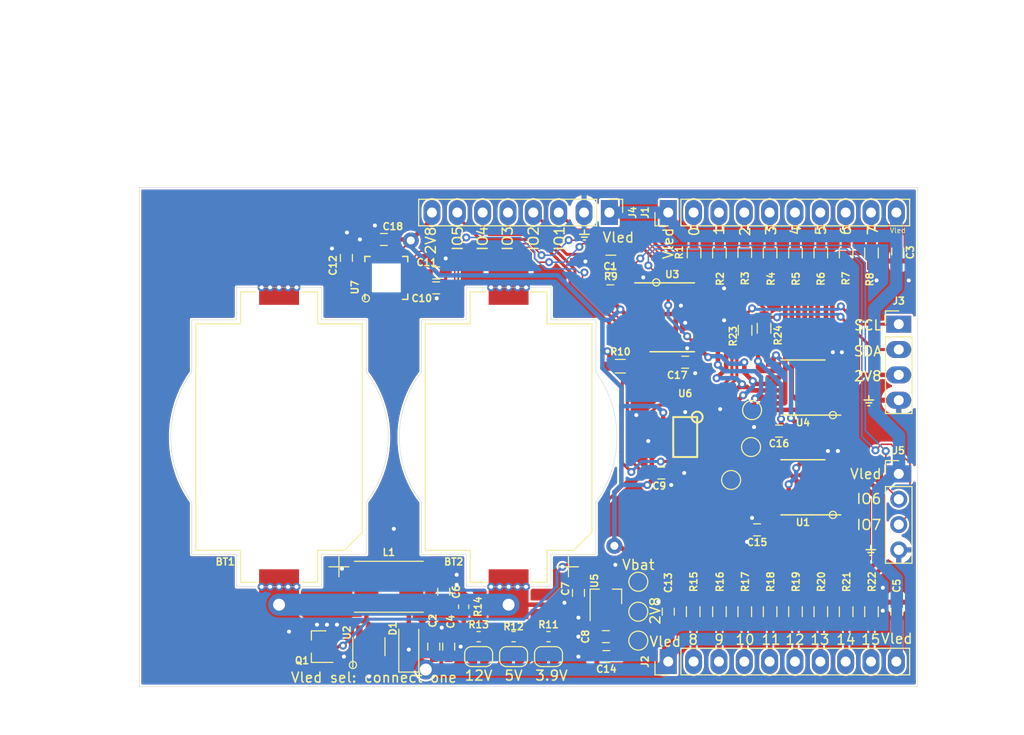
<source format=kicad_pcb>
(kicad_pcb (version 20190605) (host pcbnew "(5.99.0-52-gefbc802f4)")

  (general
    (thickness 1.6)
    (drawings 94)
    (tracks 785)
    (modules 68)
    (nets 69)
  )

  (page "A4")
  (layers
    (0 "F.Cu" signal)
    (31 "B.Cu" signal)
    (32 "B.Adhes" user)
    (33 "F.Adhes" user)
    (34 "B.Paste" user)
    (35 "F.Paste" user)
    (36 "B.SilkS" user)
    (37 "F.SilkS" user)
    (38 "B.Mask" user)
    (39 "F.Mask" user)
    (40 "Dwgs.User" user)
    (41 "Cmts.User" user)
    (42 "Eco1.User" user)
    (43 "Eco2.User" user)
    (44 "Edge.Cuts" user)
    (45 "Margin" user)
    (46 "B.CrtYd" user)
    (47 "F.CrtYd" user)
    (48 "B.Fab" user)
    (49 "F.Fab" user)
  )

  (setup
    (last_trace_width 0.45)
    (user_trace_width 0.1)
    (user_trace_width 0.15)
    (user_trace_width 0.2)
    (user_trace_width 0.3)
    (user_trace_width 0.45)
    (user_trace_width 0.6)
    (user_trace_width 0.9)
    (user_trace_width 1.25)
    (user_trace_width 1.6)
    (user_trace_width 2.2)
    (trace_clearance 0.2)
    (zone_clearance 0.2)
    (zone_45_only no)
    (trace_min 0.1)
    (via_size 0.8)
    (via_drill 0.4)
    (via_min_size 0.4)
    (via_min_drill 0.3)
    (user_via 0.8 0.4)
    (user_via 1.2 0.6)
    (user_via 1.6 0.8)
    (user_via 2 1.2)
    (user_via 2.6 1.8)
    (uvia_size 0.3)
    (uvia_drill 0.1)
    (uvias_allowed no)
    (uvia_min_size 0.2)
    (uvia_min_drill 0.1)
    (max_error 0.005)
    (defaults
      (edge_clearance 0.01)
      (edge_cuts_line_width 0.05)
      (courtyard_line_width 0.05)
      (copper_line_width 0.2)
      (copper_text_dims (size 1.5 1.5) (thickness 0.3) keep_upright)
      (silk_line_width 0.12)
      (silk_text_dims (size 1 1) (thickness 0.15) keep_upright)
      (other_layers_line_width 0.1)
      (other_layers_text_dims (size 1 1) (thickness 0.15) keep_upright)
    )
    (pad_size 2.5 1.7)
    (pad_drill 1)
    (pad_to_mask_clearance 0.051)
    (solder_mask_min_width 0.25)
    (aux_axis_origin 0 0)
    (visible_elements FFFDFF7F)
    (pcbplotparams
      (layerselection 0x010fc_ffffffff)
      (usegerberextensions false)
      (usegerberattributes false)
      (usegerberadvancedattributes false)
      (creategerberjobfile false)
      (excludeedgelayer true)
      (linewidth 0.100000)
      (plotframeref false)
      (viasonmask false)
      (mode 1)
      (useauxorigin false)
      (hpglpennumber 1)
      (hpglpenspeed 20)
      (hpglpendiameter 15.000000)
      (psnegative false)
      (psa4output false)
      (plotreference true)
      (plotvalue true)
      (plotinvisibletext false)
      (padsonsilk false)
      (subtractmaskfromsilk false)
      (outputformat 1)
      (mirror false)
      (drillshape 0)
      (scaleselection 1)
      (outputdirectory "gerber"))
  )

  (net 0 "")
  (net 1 "GND")
  (net 2 "+2V8")
  (net 3 "+VSW")
  (net 4 "/SDA")
  (net 5 "/SCL")
  (net 6 "/IO5")
  (net 7 "/IO4")
  (net 8 "/IO3")
  (net 9 "/IO2")
  (net 10 "/IO1")
  (net 11 "/IO7")
  (net 12 "/IO6")
  (net 13 "/~SWREG_EN")
  (net 14 "/Q0")
  (net 15 "/Q1")
  (net 16 "/Q2")
  (net 17 "/Q3")
  (net 18 "/Q4")
  (net 19 "/Q5")
  (net 20 "/Q6")
  (net 21 "/Q7")
  (net 22 "/MOSI")
  (net 23 "/SCK")
  (net 24 "/SR_OE")
  (net 25 "/DSTAGE2")
  (net 26 "/MPU_INT")
  (net 27 "/APDS_INT")
  (net 28 "Net-(BT1-Pad1)")
  (net 29 "Net-(C1-Pad2)")
  (net 30 "Net-(C6-Pad1)")
  (net 31 "Net-(C10-Pad1)")
  (net 32 "Net-(C11-Pad1)")
  (net 33 "Net-(C12-Pad1)")
  (net 34 "Net-(D1-Pad2)")
  (net 35 "Net-(J1-Pad9)")
  (net 36 "Net-(J1-Pad8)")
  (net 37 "Net-(J1-Pad7)")
  (net 38 "Net-(J1-Pad6)")
  (net 39 "Net-(J1-Pad5)")
  (net 40 "Net-(J1-Pad4)")
  (net 41 "Net-(J1-Pad3)")
  (net 42 "Net-(J1-Pad2)")
  (net 43 "Net-(J2-Pad9)")
  (net 44 "Net-(J2-Pad8)")
  (net 45 "Net-(J2-Pad7)")
  (net 46 "Net-(J2-Pad6)")
  (net 47 "Net-(J2-Pad5)")
  (net 48 "Net-(J2-Pad4)")
  (net 49 "Net-(J2-Pad3)")
  (net 50 "Net-(J2-Pad2)")
  (net 51 "Net-(JP1-Pad1)")
  (net 52 "Net-(JP2-Pad1)")
  (net 53 "Net-(JP3-Pad1)")
  (net 54 "Net-(R11-Pad1)")
  (net 55 "Net-(U1-Pad9)")
  (net 56 "Net-(U7-Pad11)")
  (net 57 "Net-(U7-Pad7)")
  (net 58 "Net-(U7-Pad6)")
  (net 59 "Net-(U7-Pad1)")
  (net 60 "/Q8")
  (net 61 "/Q9")
  (net 62 "/Q10")
  (net 63 "/Q11")
  (net 64 "/Q12")
  (net 65 "/Q13")
  (net 66 "/Q14")
  (net 67 "/Q15")
  (net 68 "Net-(U6-Pad3)")

  (net_class "Default" "This is the default net class."
    (clearance 0.2)
    (trace_width 0.1)
    (via_dia 0.8)
    (via_drill 0.4)
    (uvia_dia 0.3)
    (uvia_drill 0.1)
    (add_net "+2V8")
    (add_net "+VSW")
    (add_net "/APDS_INT")
    (add_net "/DSTAGE2")
    (add_net "/IO1")
    (add_net "/IO2")
    (add_net "/IO3")
    (add_net "/IO4")
    (add_net "/IO5")
    (add_net "/IO6")
    (add_net "/IO7")
    (add_net "/MOSI")
    (add_net "/MPU_INT")
    (add_net "/Q0")
    (add_net "/Q1")
    (add_net "/Q10")
    (add_net "/Q11")
    (add_net "/Q12")
    (add_net "/Q13")
    (add_net "/Q14")
    (add_net "/Q15")
    (add_net "/Q2")
    (add_net "/Q3")
    (add_net "/Q4")
    (add_net "/Q5")
    (add_net "/Q6")
    (add_net "/Q7")
    (add_net "/Q8")
    (add_net "/Q9")
    (add_net "/SCK")
    (add_net "/SCL")
    (add_net "/SDA")
    (add_net "/SR_OE")
    (add_net "/~SWREG_EN")
    (add_net "GND")
    (add_net "Net-(BT1-Pad1)")
    (add_net "Net-(C1-Pad2)")
    (add_net "Net-(C10-Pad1)")
    (add_net "Net-(C11-Pad1)")
    (add_net "Net-(C12-Pad1)")
    (add_net "Net-(C6-Pad1)")
    (add_net "Net-(D1-Pad2)")
    (add_net "Net-(J1-Pad2)")
    (add_net "Net-(J1-Pad3)")
    (add_net "Net-(J1-Pad4)")
    (add_net "Net-(J1-Pad5)")
    (add_net "Net-(J1-Pad6)")
    (add_net "Net-(J1-Pad7)")
    (add_net "Net-(J1-Pad8)")
    (add_net "Net-(J1-Pad9)")
    (add_net "Net-(J2-Pad2)")
    (add_net "Net-(J2-Pad3)")
    (add_net "Net-(J2-Pad4)")
    (add_net "Net-(J2-Pad5)")
    (add_net "Net-(J2-Pad6)")
    (add_net "Net-(J2-Pad7)")
    (add_net "Net-(J2-Pad8)")
    (add_net "Net-(J2-Pad9)")
    (add_net "Net-(JP1-Pad1)")
    (add_net "Net-(JP2-Pad1)")
    (add_net "Net-(JP3-Pad1)")
    (add_net "Net-(R11-Pad1)")
    (add_net "Net-(U1-Pad9)")
    (add_net "Net-(U6-Pad3)")
    (add_net "Net-(U7-Pad1)")
    (add_net "Net-(U7-Pad11)")
    (add_net "Net-(U7-Pad6)")
    (add_net "Net-(U7-Pad7)")
  )

  (module "footprints:apds9960" (layer "F.Cu") (tedit 5CCE6FAE) (tstamp 5CCFD641)
    (at 121.7 85)
    (path "/5CD29DFD")
    (fp_text reference "U6" (at 0 -4.365) (layer "F.SilkS")
      (effects (font (size 0.7 0.7) (thickness 0.15)))
    )
    (fp_text value "APDS9960" (at 0 -5.82) (layer "F.Fab")
      (effects (font (size 1 1) (thickness 0.15)))
    )
    (fp_line (start -1.2 -2) (end 1.2 -2) (layer "F.SilkS") (width 0.2))
    (fp_line (start 1.2 -2) (end 1.2 2) (layer "F.SilkS") (width 0.2))
    (fp_line (start 1.2 2) (end -1.2 2) (layer "F.SilkS") (width 0.2))
    (fp_line (start -1.2 2) (end -1.2 -2) (layer "F.SilkS") (width 0.2))
    (fp_circle (center 1.2 -2) (end 1.75 -2) (layer "F.SilkS") (width 0.2))
    (pad "8" smd rect (at -1.5 -1.455 180) (size 1.5 0.72) (layers "F.Cu")
      (net 2 "+2V8"))
    (pad "7" smd rect (at -1.5 -0.485 180) (size 1.5 0.72) (layers "F.Cu")
      (net 5 "/SCL"))
    (pad "6" smd rect (at -1.5 0.485 180) (size 1.5 0.72) (layers "F.Cu")
      (net 1 "GND"))
    (pad "5" smd rect (at -1.5 1.455 180) (size 1.5 0.72) (layers "F.Cu")
      (net 2 "+2V8"))
    (pad "4" smd rect (at 1.5 1.455 180) (size 1.5 0.72) (layers "F.Cu")
      (net 68 "Net-(U6-Pad3)"))
    (pad "3" smd rect (at 1.5 0.485 180) (size 1.5 0.72) (layers "F.Cu")
      (net 68 "Net-(U6-Pad3)"))
    (pad "2" smd rect (at 1.5 -0.485 180) (size 1.5 0.72) (layers "F.Cu")
      (net 27 "/APDS_INT"))
    (pad "1" smd rect (at 1.5 -1.455 180) (size 1.5 0.72) (layers "F.Cu")
      (net 4 "/SDA"))
    (pad "5" smd rect (at -2.25 1.455 180) (size 1.5 0.72) (layers "F.Cu" "F.Mask")
      (net 2 "+2V8"))
    (pad "6" smd rect (at -2.25 0.485 180) (size 1.5 0.72) (layers "F.Cu" "F.Mask")
      (net 1 "GND"))
    (pad "7" smd rect (at -2.25 -0.485 180) (size 1.5 0.72) (layers "F.Cu" "F.Mask")
      (net 5 "/SCL"))
    (pad "8" smd rect (at -2.25 -1.455 180) (size 1.5 0.72) (layers "F.Cu" "F.Mask")
      (net 2 "+2V8"))
    (pad "4" smd rect (at 2.25 1.455 180) (size 1.5 0.72) (layers "F.Cu" "F.Mask")
      (net 68 "Net-(U6-Pad3)"))
    (pad "3" smd rect (at 2.25 0.485 180) (size 1.5 0.72) (layers "F.Cu" "F.Mask")
      (net 68 "Net-(U6-Pad3)"))
    (pad "2" smd rect (at 2.25 -0.485 180) (size 1.5 0.72) (layers "F.Cu" "F.Mask")
      (net 27 "/APDS_INT"))
    (pad "1" smd rect (at 2.25 -1.455 180) (size 1.5 0.72) (layers "F.Cu" "F.Mask")
      (net 4 "/SDA"))
    (pad "8" smd rect (at -0.7 -1.455 180) (size 0.6 0.72) (layers "F.Cu" "F.Paste" "F.Mask")
      (net 2 "+2V8"))
    (pad "7" smd rect (at -0.7 -0.485 180) (size 0.6 0.72) (layers "F.Cu" "F.Paste" "F.Mask")
      (net 5 "/SCL"))
    (pad "6" smd rect (at -0.7 0.485 180) (size 0.6 0.72) (layers "F.Cu" "F.Paste" "F.Mask")
      (net 1 "GND"))
    (pad "5" smd rect (at -0.7 1.455 180) (size 0.6 0.72) (layers "F.Cu" "F.Paste" "F.Mask")
      (net 2 "+2V8"))
    (pad "4" smd rect (at 0.7 1.455 180) (size 0.6 0.72) (layers "F.Cu" "F.Paste" "F.Mask")
      (net 68 "Net-(U6-Pad3)"))
    (pad "3" smd rect (at 0.7 0.485 180) (size 0.6 0.72) (layers "F.Cu" "F.Paste" "F.Mask")
      (net 68 "Net-(U6-Pad3)"))
    (pad "2" smd rect (at 0.7 -0.485 180) (size 0.6 0.72) (layers "F.Cu" "F.Paste" "F.Mask")
      (net 27 "/APDS_INT"))
    (pad "1" smd rect (at 0.7 -1.455 180) (size 0.6 0.72) (layers "F.Cu" "F.Paste" "F.Mask")
      (net 4 "/SDA"))
  )

  (module "Capacitors_SMD:C_0603_HandSoldering" (layer "F.Cu") (tedit 58AA848B) (tstamp 5CCFCF9A)
    (at 91.5 65.2 180)
    (descr "Capacitor SMD 0603, hand soldering")
    (tags "capacitor 0603")
    (path "/5CD2FABD")
    (attr smd)
    (fp_text reference "C18" (at -0.9 1.3) (layer "F.SilkS")
      (effects (font (size 0.7 0.7) (thickness 0.15)))
    )
    (fp_text value "100n" (at 0 1.5) (layer "F.Fab")
      (effects (font (size 1 1) (thickness 0.15)))
    )
    (fp_text user "%R" (at 0 -1.25) (layer "F.Fab")
      (effects (font (size 1 1) (thickness 0.15)))
    )
    (fp_line (start -0.8 0.4) (end -0.8 -0.4) (layer "F.Fab") (width 0.1))
    (fp_line (start 0.8 0.4) (end -0.8 0.4) (layer "F.Fab") (width 0.1))
    (fp_line (start 0.8 -0.4) (end 0.8 0.4) (layer "F.Fab") (width 0.1))
    (fp_line (start -0.8 -0.4) (end 0.8 -0.4) (layer "F.Fab") (width 0.1))
    (fp_line (start -0.35 -0.6) (end 0.35 -0.6) (layer "F.SilkS") (width 0.12))
    (fp_line (start 0.35 0.6) (end -0.35 0.6) (layer "F.SilkS") (width 0.12))
    (fp_line (start -1.8 -0.65) (end 1.8 -0.65) (layer "F.CrtYd") (width 0.05))
    (fp_line (start -1.8 -0.65) (end -1.8 0.65) (layer "F.CrtYd") (width 0.05))
    (fp_line (start 1.8 0.65) (end 1.8 -0.65) (layer "F.CrtYd") (width 0.05))
    (fp_line (start 1.8 0.65) (end -1.8 0.65) (layer "F.CrtYd") (width 0.05))
    (pad "2" smd rect (at 0.95 0 180) (size 1.2 0.75) (layers "F.Cu" "F.Paste" "F.Mask")
      (net 1 "GND"))
    (pad "1" smd rect (at -0.95 0 180) (size 1.2 0.75) (layers "F.Cu" "F.Paste" "F.Mask")
      (net 2 "+2V8"))
    (model "Capacitors_SMD.3dshapes/C_0603.wrl"
      (at (xyz 0 0 0))
      (scale (xyz 1 1 1))
      (rotate (xyz 0 0 0))
    )
  )

  (module "Capacitors_SMD:C_0603_HandSoldering" (layer "F.Cu") (tedit 58AA848B) (tstamp 5CCFCF89)
    (at 121.7 77.5)
    (descr "Capacitor SMD 0603, hand soldering")
    (tags "capacitor 0603")
    (path "/5CD0FE90")
    (attr smd)
    (fp_text reference "C17" (at -0.8 1.3) (layer "F.SilkS")
      (effects (font (size 0.7 0.7) (thickness 0.15)))
    )
    (fp_text value "100n" (at 0 1.5) (layer "F.Fab")
      (effects (font (size 1 1) (thickness 0.15)))
    )
    (fp_text user "%R" (at 0 -1.25) (layer "F.Fab")
      (effects (font (size 1 1) (thickness 0.15)))
    )
    (fp_line (start -0.8 0.4) (end -0.8 -0.4) (layer "F.Fab") (width 0.1))
    (fp_line (start 0.8 0.4) (end -0.8 0.4) (layer "F.Fab") (width 0.1))
    (fp_line (start 0.8 -0.4) (end 0.8 0.4) (layer "F.Fab") (width 0.1))
    (fp_line (start -0.8 -0.4) (end 0.8 -0.4) (layer "F.Fab") (width 0.1))
    (fp_line (start -0.35 -0.6) (end 0.35 -0.6) (layer "F.SilkS") (width 0.12))
    (fp_line (start 0.35 0.6) (end -0.35 0.6) (layer "F.SilkS") (width 0.12))
    (fp_line (start -1.8 -0.65) (end 1.8 -0.65) (layer "F.CrtYd") (width 0.05))
    (fp_line (start -1.8 -0.65) (end -1.8 0.65) (layer "F.CrtYd") (width 0.05))
    (fp_line (start 1.8 0.65) (end 1.8 -0.65) (layer "F.CrtYd") (width 0.05))
    (fp_line (start 1.8 0.65) (end -1.8 0.65) (layer "F.CrtYd") (width 0.05))
    (pad "2" smd rect (at 0.95 0) (size 1.2 0.75) (layers "F.Cu" "F.Paste" "F.Mask")
      (net 1 "GND"))
    (pad "1" smd rect (at -0.95 0) (size 1.2 0.75) (layers "F.Cu" "F.Paste" "F.Mask")
      (net 2 "+2V8"))
    (model "Capacitors_SMD.3dshapes/C_0603.wrl"
      (at (xyz 0 0 0))
      (scale (xyz 1 1 1))
      (rotate (xyz 0 0 0))
    )
  )

  (module "Capacitors_SMD:C_0603_HandSoldering" (layer "F.Cu") (tedit 58AA848B) (tstamp 5CCFCF78)
    (at 131.1 84.4 180)
    (descr "Capacitor SMD 0603, hand soldering")
    (tags "capacitor 0603")
    (path "/5CD3D54D")
    (attr smd)
    (fp_text reference "C16" (at 0 -1.25) (layer "F.SilkS")
      (effects (font (size 0.7 0.7) (thickness 0.15)))
    )
    (fp_text value "100n" (at 0 1.5) (layer "F.Fab")
      (effects (font (size 1 1) (thickness 0.15)))
    )
    (fp_text user "%R" (at 0 -1.25) (layer "F.Fab")
      (effects (font (size 1 1) (thickness 0.15)))
    )
    (fp_line (start -0.8 0.4) (end -0.8 -0.4) (layer "F.Fab") (width 0.1))
    (fp_line (start 0.8 0.4) (end -0.8 0.4) (layer "F.Fab") (width 0.1))
    (fp_line (start 0.8 -0.4) (end 0.8 0.4) (layer "F.Fab") (width 0.1))
    (fp_line (start -0.8 -0.4) (end 0.8 -0.4) (layer "F.Fab") (width 0.1))
    (fp_line (start -0.35 -0.6) (end 0.35 -0.6) (layer "F.SilkS") (width 0.12))
    (fp_line (start 0.35 0.6) (end -0.35 0.6) (layer "F.SilkS") (width 0.12))
    (fp_line (start -1.8 -0.65) (end 1.8 -0.65) (layer "F.CrtYd") (width 0.05))
    (fp_line (start -1.8 -0.65) (end -1.8 0.65) (layer "F.CrtYd") (width 0.05))
    (fp_line (start 1.8 0.65) (end 1.8 -0.65) (layer "F.CrtYd") (width 0.05))
    (fp_line (start 1.8 0.65) (end -1.8 0.65) (layer "F.CrtYd") (width 0.05))
    (pad "2" smd rect (at 0.95 0 180) (size 1.2 0.75) (layers "F.Cu" "F.Paste" "F.Mask")
      (net 1 "GND"))
    (pad "1" smd rect (at -0.95 0 180) (size 1.2 0.75) (layers "F.Cu" "F.Paste" "F.Mask")
      (net 2 "+2V8"))
    (model "Capacitors_SMD.3dshapes/C_0603.wrl"
      (at (xyz 0 0 0))
      (scale (xyz 1 1 1))
      (rotate (xyz 0 0 0))
    )
  )

  (module "Capacitors_SMD:C_0603_HandSoldering" (layer "F.Cu") (tedit 58AA848B) (tstamp 5CCFCF67)
    (at 128.9 94.3 180)
    (descr "Capacitor SMD 0603, hand soldering")
    (tags "capacitor 0603")
    (path "/5CD5C2E1")
    (attr smd)
    (fp_text reference "C15" (at 0 -1.25) (layer "F.SilkS")
      (effects (font (size 0.7 0.7) (thickness 0.15)))
    )
    (fp_text value "100n" (at 0 1.5) (layer "F.Fab")
      (effects (font (size 1 1) (thickness 0.15)))
    )
    (fp_text user "%R" (at 0 -1.25) (layer "F.Fab")
      (effects (font (size 1 1) (thickness 0.15)))
    )
    (fp_line (start -0.8 0.4) (end -0.8 -0.4) (layer "F.Fab") (width 0.1))
    (fp_line (start 0.8 0.4) (end -0.8 0.4) (layer "F.Fab") (width 0.1))
    (fp_line (start 0.8 -0.4) (end 0.8 0.4) (layer "F.Fab") (width 0.1))
    (fp_line (start -0.8 -0.4) (end 0.8 -0.4) (layer "F.Fab") (width 0.1))
    (fp_line (start -0.35 -0.6) (end 0.35 -0.6) (layer "F.SilkS") (width 0.12))
    (fp_line (start 0.35 0.6) (end -0.35 0.6) (layer "F.SilkS") (width 0.12))
    (fp_line (start -1.8 -0.65) (end 1.8 -0.65) (layer "F.CrtYd") (width 0.05))
    (fp_line (start -1.8 -0.65) (end -1.8 0.65) (layer "F.CrtYd") (width 0.05))
    (fp_line (start 1.8 0.65) (end 1.8 -0.65) (layer "F.CrtYd") (width 0.05))
    (fp_line (start 1.8 0.65) (end -1.8 0.65) (layer "F.CrtYd") (width 0.05))
    (pad "2" smd rect (at 0.95 0 180) (size 1.2 0.75) (layers "F.Cu" "F.Paste" "F.Mask")
      (net 1 "GND"))
    (pad "1" smd rect (at -0.95 0 180) (size 1.2 0.75) (layers "F.Cu" "F.Paste" "F.Mask")
      (net 2 "+2V8"))
    (model "Capacitors_SMD.3dshapes/C_0603.wrl"
      (at (xyz 0 0 0))
      (scale (xyz 1 1 1))
      (rotate (xyz 0 0 0))
    )
  )

  (module "Capacitors_SMD:C_0603_HandSoldering" (layer "F.Cu") (tedit 58AA848B) (tstamp 5CCFCF56)
    (at 113.8 107 180)
    (descr "Capacitor SMD 0603, hand soldering")
    (tags "capacitor 0603")
    (path "/5CD676ED")
    (attr smd)
    (fp_text reference "C14" (at 0 -1.25) (layer "F.SilkS")
      (effects (font (size 0.7 0.7) (thickness 0.15)))
    )
    (fp_text value "100n" (at 0 1.5) (layer "F.Fab")
      (effects (font (size 1 1) (thickness 0.15)))
    )
    (fp_text user "%R" (at 0 -1.25) (layer "F.Fab")
      (effects (font (size 1 1) (thickness 0.15)))
    )
    (fp_line (start -0.8 0.4) (end -0.8 -0.4) (layer "F.Fab") (width 0.1))
    (fp_line (start 0.8 0.4) (end -0.8 0.4) (layer "F.Fab") (width 0.1))
    (fp_line (start 0.8 -0.4) (end 0.8 0.4) (layer "F.Fab") (width 0.1))
    (fp_line (start -0.8 -0.4) (end 0.8 -0.4) (layer "F.Fab") (width 0.1))
    (fp_line (start -0.35 -0.6) (end 0.35 -0.6) (layer "F.SilkS") (width 0.12))
    (fp_line (start 0.35 0.6) (end -0.35 0.6) (layer "F.SilkS") (width 0.12))
    (fp_line (start -1.8 -0.65) (end 1.8 -0.65) (layer "F.CrtYd") (width 0.05))
    (fp_line (start -1.8 -0.65) (end -1.8 0.65) (layer "F.CrtYd") (width 0.05))
    (fp_line (start 1.8 0.65) (end 1.8 -0.65) (layer "F.CrtYd") (width 0.05))
    (fp_line (start 1.8 0.65) (end -1.8 0.65) (layer "F.CrtYd") (width 0.05))
    (pad "2" smd rect (at 0.95 0 180) (size 1.2 0.75) (layers "F.Cu" "F.Paste" "F.Mask")
      (net 1 "GND"))
    (pad "1" smd rect (at -0.95 0 180) (size 1.2 0.75) (layers "F.Cu" "F.Paste" "F.Mask")
      (net 2 "+2V8"))
    (model "Capacitors_SMD.3dshapes/C_0603.wrl"
      (at (xyz 0 0 0))
      (scale (xyz 1 1 1))
      (rotate (xyz 0 0 0))
    )
  )

  (module "Connector_PinHeader_2.54mm:PinHeader_1x08_P2.54mm_Vertical" (layer "F.Cu") (tedit 5DF61F89) (tstamp 5CCF847F)
    (at 114.1 62.5 270)
    (descr "Through hole straight pin header, 1x08, 2.54mm pitch, single row")
    (tags "Through hole pin header THT 1x08 2.54mm single row")
    (path "/5CF5F998")
    (fp_text reference "J4" (at 0 -2.33 90) (layer "F.SilkS")
      (effects (font (size 0.7 0.7) (thickness 0.15)))
    )
    (fp_text value "user_ext" (at 0 20.11 90) (layer "F.Fab")
      (effects (font (size 1 1) (thickness 0.15)))
    )
    (fp_line (start -0.635 -1.27) (end 1.27 -1.27) (layer "F.Fab") (width 0.1))
    (fp_line (start 1.27 -1.27) (end 1.27 19.05) (layer "F.Fab") (width 0.1))
    (fp_line (start 1.27 19.05) (end -1.27 19.05) (layer "F.Fab") (width 0.1))
    (fp_line (start -1.27 19.05) (end -1.27 -0.635) (layer "F.Fab") (width 0.1))
    (fp_line (start -1.27 -0.635) (end -0.635 -1.27) (layer "F.Fab") (width 0.1))
    (fp_line (start -1.33 19.11) (end 1.33 19.11) (layer "F.SilkS") (width 0.12))
    (fp_line (start -1.33 1.27) (end -1.33 19.11) (layer "F.SilkS") (width 0.12))
    (fp_line (start 1.33 1.27) (end 1.33 19.11) (layer "F.SilkS") (width 0.12))
    (fp_line (start -1.33 1.27) (end 1.33 1.27) (layer "F.SilkS") (width 0.12))
    (fp_line (start -1.33 0) (end -1.33 -1.33) (layer "F.SilkS") (width 0.12))
    (fp_line (start -1.33 -1.33) (end 0 -1.33) (layer "F.SilkS") (width 0.12))
    (fp_line (start -1.8 -1.8) (end -1.8 19.55) (layer "F.CrtYd") (width 0.05))
    (fp_line (start -1.8 19.55) (end 1.8 19.55) (layer "F.CrtYd") (width 0.05))
    (fp_line (start 1.8 19.55) (end 1.8 -1.8) (layer "F.CrtYd") (width 0.05))
    (fp_line (start 1.8 -1.8) (end -1.8 -1.8) (layer "F.CrtYd") (width 0.05))
    (fp_text user "%R" (at 0 8.89) (layer "F.Fab")
      (effects (font (size 1 1) (thickness 0.15)))
    )
    (pad "8" thru_hole oval (at 0 17.78 270) (size 2.5 1.7) (drill 1) (layers *.Cu *.Mask)
      (net 2 "+2V8"))
    (pad "7" thru_hole oval (at 0 15.24 270) (size 2.5 1.7) (drill 1) (layers *.Cu *.Mask)
      (net 6 "/IO5"))
    (pad "6" thru_hole oval (at 0 12.7 270) (size 2.5 1.7) (drill 1) (layers *.Cu *.Mask)
      (net 7 "/IO4"))
    (pad "5" thru_hole oval (at 0 10.16 270) (size 2.5 1.7) (drill 1) (layers *.Cu *.Mask)
      (net 8 "/IO3"))
    (pad "4" thru_hole oval (at 0 7.62 270) (size 2.5 1.7) (drill 1) (layers *.Cu *.Mask)
      (net 9 "/IO2"))
    (pad "3" thru_hole oval (at 0 5.08 270) (size 2.5 1.7) (drill 1) (layers *.Cu *.Mask)
      (net 10 "/IO1"))
    (pad "2" thru_hole oval (at 0 2.54 270) (size 2.5 1.7) (drill 1) (layers *.Cu *.Mask)
      (net 1 "GND"))
    (pad "1" thru_hole rect (at 0 0 270) (size 2.5 1.7) (drill 1) (layers *.Cu *.Mask)
      (net 3 "+VSW"))
    (model "${KISYS3DMOD}/Connector_PinHeader_2.54mm.3dshapes/PinHeader_1x08_P2.54mm_Vertical.wrl"
      (at (xyz 0 0 0))
      (scale (xyz 1 1 1))
      (rotate (xyz 0 0 0))
    )
  )

  (module "Capacitors_SMD:C_0603_HandSoldering" (layer "F.Cu") (tedit 58AA848B) (tstamp 5CD013FF)
    (at 120 102.5 90)
    (descr "Capacitor SMD 0603, hand soldering")
    (tags "capacitor 0603")
    (path "/5CDB435C")
    (attr smd)
    (fp_text reference "C13" (at 2.9 0 90) (layer "F.SilkS")
      (effects (font (size 0.7 0.7) (thickness 0.15)))
    )
    (fp_text value "10u" (at 0 1.5 90) (layer "F.Fab")
      (effects (font (size 1 1) (thickness 0.15)))
    )
    (fp_text user "%R" (at 0 -1.25 90) (layer "F.Fab")
      (effects (font (size 1 1) (thickness 0.15)))
    )
    (fp_line (start -0.8 0.4) (end -0.8 -0.4) (layer "F.Fab") (width 0.1))
    (fp_line (start 0.8 0.4) (end -0.8 0.4) (layer "F.Fab") (width 0.1))
    (fp_line (start 0.8 -0.4) (end 0.8 0.4) (layer "F.Fab") (width 0.1))
    (fp_line (start -0.8 -0.4) (end 0.8 -0.4) (layer "F.Fab") (width 0.1))
    (fp_line (start -0.35 -0.6) (end 0.35 -0.6) (layer "F.SilkS") (width 0.12))
    (fp_line (start 0.35 0.6) (end -0.35 0.6) (layer "F.SilkS") (width 0.12))
    (fp_line (start -1.8 -0.65) (end 1.8 -0.65) (layer "F.CrtYd") (width 0.05))
    (fp_line (start -1.8 -0.65) (end -1.8 0.65) (layer "F.CrtYd") (width 0.05))
    (fp_line (start 1.8 0.65) (end 1.8 -0.65) (layer "F.CrtYd") (width 0.05))
    (fp_line (start 1.8 0.65) (end -1.8 0.65) (layer "F.CrtYd") (width 0.05))
    (pad "2" smd rect (at 0.95 0 90) (size 1.2 0.75) (layers "F.Cu" "F.Paste" "F.Mask")
      (net 1 "GND"))
    (pad "1" smd rect (at -0.95 0 90) (size 1.2 0.75) (layers "F.Cu" "F.Paste" "F.Mask")
      (net 3 "+VSW"))
    (model "Capacitors_SMD.3dshapes/C_0603.wrl"
      (at (xyz 0 0 0))
      (scale (xyz 1 1 1))
      (rotate (xyz 0 0 0))
    )
  )

  (module "Capacitors_SMD:C_0603_HandSoldering" (layer "F.Cu") (tedit 58AA848B) (tstamp 5CD0130E)
    (at 142.9 102.5 90)
    (descr "Capacitor SMD 0603, hand soldering")
    (tags "capacitor 0603")
    (path "/5CDB3F78")
    (attr smd)
    (fp_text reference "C5" (at 2.6 0 90) (layer "F.SilkS")
      (effects (font (size 0.7 0.7) (thickness 0.15)))
    )
    (fp_text value "10u" (at 0 1.5 90) (layer "F.Fab")
      (effects (font (size 1 1) (thickness 0.15)))
    )
    (fp_text user "%R" (at 0 -1.25 90) (layer "F.Fab")
      (effects (font (size 1 1) (thickness 0.15)))
    )
    (fp_line (start -0.8 0.4) (end -0.8 -0.4) (layer "F.Fab") (width 0.1))
    (fp_line (start 0.8 0.4) (end -0.8 0.4) (layer "F.Fab") (width 0.1))
    (fp_line (start 0.8 -0.4) (end 0.8 0.4) (layer "F.Fab") (width 0.1))
    (fp_line (start -0.8 -0.4) (end 0.8 -0.4) (layer "F.Fab") (width 0.1))
    (fp_line (start -0.35 -0.6) (end 0.35 -0.6) (layer "F.SilkS") (width 0.12))
    (fp_line (start 0.35 0.6) (end -0.35 0.6) (layer "F.SilkS") (width 0.12))
    (fp_line (start -1.8 -0.65) (end 1.8 -0.65) (layer "F.CrtYd") (width 0.05))
    (fp_line (start -1.8 -0.65) (end -1.8 0.65) (layer "F.CrtYd") (width 0.05))
    (fp_line (start 1.8 0.65) (end 1.8 -0.65) (layer "F.CrtYd") (width 0.05))
    (fp_line (start 1.8 0.65) (end -1.8 0.65) (layer "F.CrtYd") (width 0.05))
    (pad "2" smd rect (at 0.95 0 90) (size 1.2 0.75) (layers "F.Cu" "F.Paste" "F.Mask")
      (net 1 "GND"))
    (pad "1" smd rect (at -0.95 0 90) (size 1.2 0.75) (layers "F.Cu" "F.Paste" "F.Mask")
      (net 3 "+VSW"))
    (model "Capacitors_SMD.3dshapes/C_0603.wrl"
      (at (xyz 0 0 0))
      (scale (xyz 1 1 1))
      (rotate (xyz 0 0 0))
    )
  )

  (module "Package_SO:TSSOP-16_4.4x5mm_P0.65mm" (layer "F.Cu") (tedit 5A02F25C) (tstamp 5CCF1B88)
    (at 133.5 80 180)
    (descr "16-Lead Plastic Thin Shrink Small Outline (ST)-4.4 mm Body [TSSOP] (see Microchip Packaging Specification 00000049BS.pdf)")
    (tags "SSOP 0.65")
    (path "/5CD713E9")
    (attr smd)
    (fp_text reference "U4" (at 0 -3.55) (layer "F.SilkS")
      (effects (font (size 0.7 0.7) (thickness 0.15)))
    )
    (fp_text value "NPIC6C596A" (at 0 3.55) (layer "F.Fab")
      (effects (font (size 1 1) (thickness 0.15)))
    )
    (fp_line (start -1.2 -2.5) (end 2.2 -2.5) (layer "F.Fab") (width 0.15))
    (fp_line (start 2.2 -2.5) (end 2.2 2.5) (layer "F.Fab") (width 0.15))
    (fp_line (start 2.2 2.5) (end -2.2 2.5) (layer "F.Fab") (width 0.15))
    (fp_line (start -2.2 2.5) (end -2.2 -1.5) (layer "F.Fab") (width 0.15))
    (fp_line (start -2.2 -1.5) (end -1.2 -2.5) (layer "F.Fab") (width 0.15))
    (fp_line (start -3.95 -2.9) (end -3.95 2.8) (layer "F.CrtYd") (width 0.05))
    (fp_line (start 3.95 -2.9) (end 3.95 2.8) (layer "F.CrtYd") (width 0.05))
    (fp_line (start -3.95 -2.9) (end 3.95 -2.9) (layer "F.CrtYd") (width 0.05))
    (fp_line (start -3.95 2.8) (end 3.95 2.8) (layer "F.CrtYd") (width 0.05))
    (fp_line (start -2.2 2.725) (end 2.2 2.725) (layer "F.SilkS") (width 0.15))
    (fp_line (start -3.775 -2.8) (end 2.2 -2.8) (layer "F.SilkS") (width 0.15))
    (fp_text user "%R" (at 0 0) (layer "F.Fab")
      (effects (font (size 0.8 0.8) (thickness 0.15)))
    )
    (pad "16" smd rect (at 2.95 -2.275 180) (size 1.5 0.45) (layers "F.Cu" "F.Paste" "F.Mask")
      (net 2 "+2V8"))
    (pad "15" smd rect (at 2.95 -1.625 180) (size 1.5 0.45) (layers "F.Cu" "F.Paste" "F.Mask")
      (net 14 "/Q0"))
    (pad "14" smd rect (at 2.95 -0.975 180) (size 1.5 0.45) (layers "F.Cu" "F.Paste" "F.Mask")
      (net 22 "/MOSI"))
    (pad "13" smd rect (at 2.95 -0.325 180) (size 1.5 0.45) (layers "F.Cu" "F.Paste" "F.Mask")
      (net 24 "/SR_OE"))
    (pad "12" smd rect (at 2.95 0.325 180) (size 1.5 0.45) (layers "F.Cu" "F.Paste" "F.Mask")
      (net 23 "/SCK"))
    (pad "11" smd rect (at 2.95 0.975 180) (size 1.5 0.45) (layers "F.Cu" "F.Paste" "F.Mask")
      (net 23 "/SCK"))
    (pad "10" smd rect (at 2.95 1.625 180) (size 1.5 0.45) (layers "F.Cu" "F.Paste" "F.Mask")
      (net 2 "+2V8"))
    (pad "9" smd rect (at 2.95 2.275 180) (size 1.5 0.45) (layers "F.Cu" "F.Paste" "F.Mask")
      (net 25 "/DSTAGE2"))
    (pad "8" smd rect (at -2.95 2.275 180) (size 1.5 0.45) (layers "F.Cu" "F.Paste" "F.Mask")
      (net 1 "GND"))
    (pad "7" smd rect (at -2.95 1.625 180) (size 1.5 0.45) (layers "F.Cu" "F.Paste" "F.Mask")
      (net 21 "/Q7"))
    (pad "6" smd rect (at -2.95 0.975 180) (size 1.5 0.45) (layers "F.Cu" "F.Paste" "F.Mask")
      (net 20 "/Q6"))
    (pad "5" smd rect (at -2.95 0.325 180) (size 1.5 0.45) (layers "F.Cu" "F.Paste" "F.Mask")
      (net 19 "/Q5"))
    (pad "4" smd rect (at -2.95 -0.325 180) (size 1.5 0.45) (layers "F.Cu" "F.Paste" "F.Mask")
      (net 18 "/Q4"))
    (pad "3" smd rect (at -2.95 -0.975 180) (size 1.5 0.45) (layers "F.Cu" "F.Paste" "F.Mask")
      (net 17 "/Q3"))
    (pad "2" smd rect (at -2.95 -1.625 180) (size 1.5 0.45) (layers "F.Cu" "F.Paste" "F.Mask")
      (net 16 "/Q2"))
    (pad "1" smd rect (at -2.95 -2.275 180) (size 1.5 0.45) (layers "F.Cu" "F.Paste" "F.Mask")
      (net 15 "/Q1"))
    (model "${KISYS3DMOD}/Package_SO.3dshapes/TSSOP-16_4.4x5mm_P0.65mm.wrl"
      (at (xyz 0 0 0))
      (scale (xyz 1 1 1))
      (rotate (xyz 0 0 0))
    )
  )

  (module "Jumper:SolderJumper-2_P1.3mm_Open_RoundedPad1.0x1.5mm" (layer "F.Cu") (tedit 5B391E66) (tstamp 5CCF73F1)
    (at 101 107 180)
    (descr "SMD Solder Jumper, 1x1.5mm, rounded Pads, 0.3mm gap, open")
    (tags "solder jumper open")
    (path "/5D080F0F")
    (attr virtual)
    (fp_text reference "JP3" (at 0 -1.8) (layer "F.SilkS") hide
      (effects (font (size 0.7 0.7) (thickness 0.15)))
    )
    (fp_text value "12V" (at 0 1.9) (layer "F.Fab")
      (effects (font (size 1 1) (thickness 0.15)))
    )
    (fp_arc (start 0.7 -0.3) (end 1.4 -0.3) (angle -90) (layer "F.SilkS") (width 0.12))
    (fp_arc (start 0.7 0.3) (end 0.7 1) (angle -90) (layer "F.SilkS") (width 0.12))
    (fp_arc (start -0.7 0.3) (end -1.4 0.3) (angle -90) (layer "F.SilkS") (width 0.12))
    (fp_arc (start -0.7 -0.3) (end -0.7 -1) (angle -90) (layer "F.SilkS") (width 0.12))
    (fp_line (start -1.4 0.3) (end -1.4 -0.3) (layer "F.SilkS") (width 0.12))
    (fp_line (start 0.7 1) (end -0.7 1) (layer "F.SilkS") (width 0.12))
    (fp_line (start 1.4 -0.3) (end 1.4 0.3) (layer "F.SilkS") (width 0.12))
    (fp_line (start -0.7 -1) (end 0.7 -1) (layer "F.SilkS") (width 0.12))
    (fp_line (start -1.65 -1.25) (end 1.65 -1.25) (layer "F.CrtYd") (width 0.05))
    (fp_line (start -1.65 -1.25) (end -1.65 1.25) (layer "F.CrtYd") (width 0.05))
    (fp_line (start 1.65 1.25) (end 1.65 -1.25) (layer "F.CrtYd") (width 0.05))
    (fp_line (start 1.65 1.25) (end -1.65 1.25) (layer "F.CrtYd") (width 0.05))
    (pad "2" smd custom (at 0.65 0 180) (size 1 0.5) (layers "F.Cu" "F.Mask")
      (net 3 "+VSW") (zone_connect 0)
      (options (clearance outline) (anchor rect))
      (primitives
        (gr_circle (center 0 0.25) (end 0.5 0.25) (width 0))
        (gr_circle (center 0 -0.25) (end 0.5 -0.25) (width 0))
        (gr_poly (pts
           (xy 0 -0.75) (xy -0.5 -0.75) (xy -0.5 0.75) (xy 0 0.75)) (width 0))
      ))
    (pad "1" smd custom (at -0.65 0 180) (size 1 0.5) (layers "F.Cu" "F.Mask")
      (net 53 "Net-(JP3-Pad1)") (zone_connect 0)
      (options (clearance outline) (anchor rect))
      (primitives
        (gr_circle (center 0 0.25) (end 0.5 0.25) (width 0))
        (gr_circle (center 0 -0.25) (end 0.5 -0.25) (width 0))
        (gr_poly (pts
           (xy 0 -0.75) (xy 0.5 -0.75) (xy 0.5 0.75) (xy 0 0.75)) (width 0))
      ))
  )

  (module "Jumper:SolderJumper-2_P1.3mm_Open_RoundedPad1.0x1.5mm" (layer "F.Cu") (tedit 5B391E66) (tstamp 5CCF73DF)
    (at 104.5 107 180)
    (descr "SMD Solder Jumper, 1x1.5mm, rounded Pads, 0.3mm gap, open")
    (tags "solder jumper open")
    (path "/5D080B43")
    (attr virtual)
    (fp_text reference "JP2" (at 0 -1.8) (layer "F.SilkS") hide
      (effects (font (size 0.7 0.7) (thickness 0.15)))
    )
    (fp_text value "5V" (at 0 1.9) (layer "F.Fab")
      (effects (font (size 1 1) (thickness 0.15)))
    )
    (fp_arc (start 0.7 -0.3) (end 1.4 -0.3) (angle -90) (layer "F.SilkS") (width 0.12))
    (fp_arc (start 0.7 0.3) (end 0.7 1) (angle -90) (layer "F.SilkS") (width 0.12))
    (fp_arc (start -0.7 0.3) (end -1.4 0.3) (angle -90) (layer "F.SilkS") (width 0.12))
    (fp_arc (start -0.7 -0.3) (end -0.7 -1) (angle -90) (layer "F.SilkS") (width 0.12))
    (fp_line (start -1.4 0.3) (end -1.4 -0.3) (layer "F.SilkS") (width 0.12))
    (fp_line (start 0.7 1) (end -0.7 1) (layer "F.SilkS") (width 0.12))
    (fp_line (start 1.4 -0.3) (end 1.4 0.3) (layer "F.SilkS") (width 0.12))
    (fp_line (start -0.7 -1) (end 0.7 -1) (layer "F.SilkS") (width 0.12))
    (fp_line (start -1.65 -1.25) (end 1.65 -1.25) (layer "F.CrtYd") (width 0.05))
    (fp_line (start -1.65 -1.25) (end -1.65 1.25) (layer "F.CrtYd") (width 0.05))
    (fp_line (start 1.65 1.25) (end 1.65 -1.25) (layer "F.CrtYd") (width 0.05))
    (fp_line (start 1.65 1.25) (end -1.65 1.25) (layer "F.CrtYd") (width 0.05))
    (pad "2" smd custom (at 0.65 0 180) (size 1 0.5) (layers "F.Cu" "F.Mask")
      (net 3 "+VSW") (zone_connect 0)
      (options (clearance outline) (anchor rect))
      (primitives
        (gr_circle (center 0 0.25) (end 0.5 0.25) (width 0))
        (gr_circle (center 0 -0.25) (end 0.5 -0.25) (width 0))
        (gr_poly (pts
           (xy 0 -0.75) (xy -0.5 -0.75) (xy -0.5 0.75) (xy 0 0.75)) (width 0))
      ))
    (pad "1" smd custom (at -0.65 0 180) (size 1 0.5) (layers "F.Cu" "F.Mask")
      (net 52 "Net-(JP2-Pad1)") (zone_connect 0)
      (options (clearance outline) (anchor rect))
      (primitives
        (gr_circle (center 0 0.25) (end 0.5 0.25) (width 0))
        (gr_circle (center 0 -0.25) (end 0.5 -0.25) (width 0))
        (gr_poly (pts
           (xy 0 -0.75) (xy 0.5 -0.75) (xy 0.5 0.75) (xy 0 0.75)) (width 0))
      ))
  )

  (module "Jumper:SolderJumper-2_P1.3mm_Open_RoundedPad1.0x1.5mm" (layer "F.Cu") (tedit 5B391E66) (tstamp 5CCF73CD)
    (at 108 107 180)
    (descr "SMD Solder Jumper, 1x1.5mm, rounded Pads, 0.3mm gap, open")
    (tags "solder jumper open")
    (path "/5D083CFC")
    (attr virtual)
    (fp_text reference "JP1" (at 0 -1.8) (layer "F.SilkS") hide
      (effects (font (size 0.7 0.7) (thickness 0.15)))
    )
    (fp_text value "3V9" (at 0 1.9) (layer "F.Fab")
      (effects (font (size 1 1) (thickness 0.15)))
    )
    (fp_arc (start 0.7 -0.3) (end 1.4 -0.3) (angle -90) (layer "F.SilkS") (width 0.12))
    (fp_arc (start 0.7 0.3) (end 0.7 1) (angle -90) (layer "F.SilkS") (width 0.12))
    (fp_arc (start -0.7 0.3) (end -1.4 0.3) (angle -90) (layer "F.SilkS") (width 0.12))
    (fp_arc (start -0.7 -0.3) (end -0.7 -1) (angle -90) (layer "F.SilkS") (width 0.12))
    (fp_line (start -1.4 0.3) (end -1.4 -0.3) (layer "F.SilkS") (width 0.12))
    (fp_line (start 0.7 1) (end -0.7 1) (layer "F.SilkS") (width 0.12))
    (fp_line (start 1.4 -0.3) (end 1.4 0.3) (layer "F.SilkS") (width 0.12))
    (fp_line (start -0.7 -1) (end 0.7 -1) (layer "F.SilkS") (width 0.12))
    (fp_line (start -1.65 -1.25) (end 1.65 -1.25) (layer "F.CrtYd") (width 0.05))
    (fp_line (start -1.65 -1.25) (end -1.65 1.25) (layer "F.CrtYd") (width 0.05))
    (fp_line (start 1.65 1.25) (end 1.65 -1.25) (layer "F.CrtYd") (width 0.05))
    (fp_line (start 1.65 1.25) (end -1.65 1.25) (layer "F.CrtYd") (width 0.05))
    (pad "2" smd custom (at 0.65 0 180) (size 1 0.5) (layers "F.Cu" "F.Mask")
      (net 3 "+VSW") (zone_connect 0)
      (options (clearance outline) (anchor rect))
      (primitives
        (gr_circle (center 0 0.25) (end 0.5 0.25) (width 0))
        (gr_circle (center 0 -0.25) (end 0.5 -0.25) (width 0))
        (gr_poly (pts
           (xy 0 -0.75) (xy -0.5 -0.75) (xy -0.5 0.75) (xy 0 0.75)) (width 0))
      ))
    (pad "1" smd custom (at -0.65 0 180) (size 1 0.5) (layers "F.Cu" "F.Mask")
      (net 51 "Net-(JP1-Pad1)") (zone_connect 0)
      (options (clearance outline) (anchor rect))
      (primitives
        (gr_circle (center 0 0.25) (end 0.5 0.25) (width 0))
        (gr_circle (center 0 -0.25) (end 0.5 -0.25) (width 0))
        (gr_poly (pts
           (xy 0 -0.75) (xy 0.5 -0.75) (xy 0.5 0.75) (xy 0 0.75)) (width 0))
      ))
  )

  (module "Diode_SMD:D_MiniMELF" (layer "F.Cu") (tedit 5905D8F5) (tstamp 5CCF552E)
    (at 94 106 90)
    (descr "Diode Mini-MELF")
    (tags "Diode Mini-MELF")
    (path "/5C3F3E87")
    (attr smd)
    (fp_text reference "D1" (at 1.8 -1.6 90) (layer "F.SilkS")
      (effects (font (size 0.7 0.7) (thickness 0.15)))
    )
    (fp_text value "2A schottky" (at 0 1.75 90) (layer "F.Fab")
      (effects (font (size 1 1) (thickness 0.15)))
    )
    (fp_line (start -2.65 1.1) (end -2.65 -1.1) (layer "F.CrtYd") (width 0.05))
    (fp_line (start 2.65 1.1) (end -2.65 1.1) (layer "F.CrtYd") (width 0.05))
    (fp_line (start 2.65 -1.1) (end 2.65 1.1) (layer "F.CrtYd") (width 0.05))
    (fp_line (start -2.65 -1.1) (end 2.65 -1.1) (layer "F.CrtYd") (width 0.05))
    (fp_line (start -0.75 0) (end -0.35 0) (layer "F.Fab") (width 0.1))
    (fp_line (start -0.35 0) (end -0.35 -0.55) (layer "F.Fab") (width 0.1))
    (fp_line (start -0.35 0) (end -0.35 0.55) (layer "F.Fab") (width 0.1))
    (fp_line (start -0.35 0) (end 0.25 -0.4) (layer "F.Fab") (width 0.1))
    (fp_line (start 0.25 -0.4) (end 0.25 0.4) (layer "F.Fab") (width 0.1))
    (fp_line (start 0.25 0.4) (end -0.35 0) (layer "F.Fab") (width 0.1))
    (fp_line (start 0.25 0) (end 0.75 0) (layer "F.Fab") (width 0.1))
    (fp_line (start -1.65 -0.8) (end 1.65 -0.8) (layer "F.Fab") (width 0.1))
    (fp_line (start -1.65 0.8) (end -1.65 -0.8) (layer "F.Fab") (width 0.1))
    (fp_line (start 1.65 0.8) (end -1.65 0.8) (layer "F.Fab") (width 0.1))
    (fp_line (start 1.65 -0.8) (end 1.65 0.8) (layer "F.Fab") (width 0.1))
    (fp_line (start -2.55 1) (end 1.75 1) (layer "F.SilkS") (width 0.12))
    (fp_line (start -2.55 -1) (end -2.55 1) (layer "F.SilkS") (width 0.12))
    (fp_line (start 1.75 -1) (end -2.55 -1) (layer "F.SilkS") (width 0.12))
    (fp_text user "%R" (at 0 -2 90) (layer "F.Fab")
      (effects (font (size 1 1) (thickness 0.15)))
    )
    (pad "1" smd rect (at -1.75 0 90) (size 1.3 1.7) (layers "F.Cu" "F.Paste" "F.Mask")
      (net 3 "+VSW"))
    (pad "2" smd rect (at 1.75 0 90) (size 1.3 1.7) (layers "F.Cu" "F.Paste" "F.Mask")
      (net 34 "Net-(D1-Pad2)"))
    (model "${KISYS3DMOD}/Diode_SMD.3dshapes/D_MiniMELF.wrl"
      (at (xyz 0 0 0))
      (scale (xyz 1 1 1))
      (rotate (xyz 0 0 0))
    )
  )

  (module "Sensor_Motion:InvenSense_QFN-24_4x4mm_P0.5mm" (layer "F.Cu") (tedit 5B5A6D8E) (tstamp 5CCFEF7B)
    (at 91.75 69.05 90)
    (descr "24-Lead Plastic QFN (4mm x 4mm); Pitch 0.5mm; EP 2.7x2.6mm; for InvenSense motion sensors; keepout area marked (Package see: https://store.invensense.com/datasheets/invensense/MPU-6050_DataSheet_V3%204.pdf; See also https://www.invensense.com/wp-content/uploads/2015/02/InvenSense-MEMS-Handling.pdf)")
    (tags "QFN 0.5")
    (path "/5CCD5A46")
    (attr smd)
    (fp_text reference "U7" (at -0.95 -3.15 90) (layer "F.SilkS")
      (effects (font (size 0.7 0.7) (thickness 0.15)))
    )
    (fp_text value "MPU-6050" (at 0 3.375 90) (layer "F.Fab")
      (effects (font (size 1 1) (thickness 0.15)))
    )
    (fp_text user "%R" (at 0 0 90) (layer "F.Fab")
      (effects (font (size 1 1) (thickness 0.15)))
    )
    (fp_line (start -1 -2) (end 2 -2) (layer "F.Fab") (width 0.15))
    (fp_line (start 2 -2) (end 2 2) (layer "F.Fab") (width 0.15))
    (fp_line (start 2 2) (end -2 2) (layer "F.Fab") (width 0.15))
    (fp_line (start -2 2) (end -2 -1) (layer "F.Fab") (width 0.15))
    (fp_line (start -2 -1) (end -1 -2) (layer "F.Fab") (width 0.15))
    (fp_line (start -2.65 -2.65) (end -2.65 2.65) (layer "F.CrtYd") (width 0.05))
    (fp_line (start 2.65 -2.65) (end 2.65 2.65) (layer "F.CrtYd") (width 0.05))
    (fp_line (start -2.65 -2.65) (end 2.65 -2.65) (layer "F.CrtYd") (width 0.05))
    (fp_line (start -2.65 2.65) (end 2.65 2.65) (layer "F.CrtYd") (width 0.05))
    (fp_line (start 2.15 -2.15) (end 2.15 -1.625) (layer "F.SilkS") (width 0.15))
    (fp_line (start -2.15 2.15) (end -2.15 1.625) (layer "F.SilkS") (width 0.15))
    (fp_line (start 2.15 2.15) (end 2.15 1.625) (layer "F.SilkS") (width 0.15))
    (fp_line (start -2.15 -2.15) (end -1.625 -2.15) (layer "F.SilkS") (width 0.15))
    (fp_line (start -2.15 2.15) (end -1.625 2.15) (layer "F.SilkS") (width 0.15))
    (fp_line (start 2.15 2.15) (end 1.625 2.15) (layer "F.SilkS") (width 0.15))
    (fp_line (start 2.15 -2.15) (end 1.625 -2.15) (layer "F.SilkS") (width 0.15))
    (fp_line (start 1.375 1.325) (end 1.375 -1.325) (layer "Dwgs.User") (width 0.05))
    (fp_line (start -1.375 1.325) (end -1.375 -1.325) (layer "Dwgs.User") (width 0.05))
    (fp_line (start 1.375 -1.325) (end -1.375 -1.325) (layer "Dwgs.User") (width 0.05))
    (fp_line (start 1.375 1.325) (end -1.375 1.325) (layer "Dwgs.User") (width 0.05))
    (fp_line (start 1.375 0.825) (end 0.875 1.325) (layer "Dwgs.User") (width 0.05))
    (fp_line (start 1.375 0.325) (end 0.375 1.325) (layer "Dwgs.User") (width 0.05))
    (fp_line (start 1.375 -0.175) (end -0.125 1.325) (layer "Dwgs.User") (width 0.05))
    (fp_line (start 1.375 -0.675) (end -0.625 1.325) (layer "Dwgs.User") (width 0.05))
    (fp_line (start 1.375 -1.175) (end -1.125 1.325) (layer "Dwgs.User") (width 0.05))
    (fp_line (start 1.025 -1.325) (end -1.375 1.075) (layer "Dwgs.User") (width 0.05))
    (fp_line (start 0.525 -1.325) (end -1.375 0.575) (layer "Dwgs.User") (width 0.05))
    (fp_line (start 0.025 -1.325) (end -1.375 0.075) (layer "Dwgs.User") (width 0.05))
    (fp_line (start -0.475 -1.325) (end -1.375 -0.425) (layer "Dwgs.User") (width 0.05))
    (fp_line (start -0.975 -1.325) (end -1.375 -0.925) (layer "Dwgs.User") (width 0.05))
    (fp_text user "KEEPOUT" (at 0 -0.5 90) (layer "Cmts.User")
      (effects (font (size 0.2 0.2) (thickness 0.04)))
    )
    (fp_text user "No Copper" (at 0 -0.1 90) (layer "Cmts.User")
      (effects (font (size 0.2 0.2) (thickness 0.04)))
    )
    (fp_text user "Directly Below" (at 0 0.25 90) (layer "Cmts.User")
      (effects (font (size 0.2 0.2) (thickness 0.04)))
    )
    (fp_text user "Component" (at 0 0.55 90) (layer "Cmts.User")
      (effects (font (size 0.2 0.2) (thickness 0.04)))
    )
    (pad "24" smd roundrect (at -1.25 -1.95 180) (size 0.85 0.3) (layers "F.Cu" "F.Paste" "F.Mask") (roundrect_rratio 0.25)
      (net 4 "/SDA"))
    (pad "23" smd roundrect (at -0.75 -1.95 180) (size 0.85 0.3) (layers "F.Cu" "F.Paste" "F.Mask") (roundrect_rratio 0.25)
      (net 5 "/SCL"))
    (pad "22" smd roundrect (at -0.25 -1.95 180) (size 0.85 0.3) (layers "F.Cu" "F.Paste" "F.Mask") (roundrect_rratio 0.25))
    (pad "21" smd roundrect (at 0.25 -1.95 180) (size 0.85 0.3) (layers "F.Cu" "F.Paste" "F.Mask") (roundrect_rratio 0.25))
    (pad "20" smd roundrect (at 0.75 -1.95 180) (size 0.85 0.3) (layers "F.Cu" "F.Paste" "F.Mask") (roundrect_rratio 0.25)
      (net 33 "Net-(C12-Pad1)"))
    (pad "19" smd roundrect (at 1.25 -1.95 180) (size 0.85 0.3) (layers "F.Cu" "F.Paste" "F.Mask") (roundrect_rratio 0.25))
    (pad "18" smd roundrect (at 1.95 -1.25 90) (size 0.85 0.3) (layers "F.Cu" "F.Paste" "F.Mask") (roundrect_rratio 0.25)
      (net 1 "GND"))
    (pad "17" smd roundrect (at 1.95 -0.75 90) (size 0.85 0.3) (layers "F.Cu" "F.Paste" "F.Mask") (roundrect_rratio 0.25))
    (pad "16" smd roundrect (at 1.95 -0.25 90) (size 0.85 0.3) (layers "F.Cu" "F.Paste" "F.Mask") (roundrect_rratio 0.25))
    (pad "15" smd roundrect (at 1.95 0.25 90) (size 0.85 0.3) (layers "F.Cu" "F.Paste" "F.Mask") (roundrect_rratio 0.25))
    (pad "14" smd roundrect (at 1.95 0.75 90) (size 0.85 0.3) (layers "F.Cu" "F.Paste" "F.Mask") (roundrect_rratio 0.25))
    (pad "13" smd roundrect (at 1.95 1.25 90) (size 0.85 0.3) (layers "F.Cu" "F.Paste" "F.Mask") (roundrect_rratio 0.25)
      (net 2 "+2V8"))
    (pad "12" smd roundrect (at 1.25 1.95 180) (size 0.85 0.3) (layers "F.Cu" "F.Paste" "F.Mask") (roundrect_rratio 0.25)
      (net 26 "/MPU_INT"))
    (pad "11" smd roundrect (at 0.75 1.95 180) (size 0.85 0.3) (layers "F.Cu" "F.Paste" "F.Mask") (roundrect_rratio 0.25)
      (net 56 "Net-(U7-Pad11)"))
    (pad "10" smd roundrect (at 0.25 1.95 180) (size 0.85 0.3) (layers "F.Cu" "F.Paste" "F.Mask") (roundrect_rratio 0.25)
      (net 32 "Net-(C11-Pad1)"))
    (pad "9" smd roundrect (at -0.25 1.95 180) (size 0.85 0.3) (layers "F.Cu" "F.Paste" "F.Mask") (roundrect_rratio 0.25)
      (net 1 "GND"))
    (pad "8" smd roundrect (at -0.75 1.95 180) (size 0.85 0.3) (layers "F.Cu" "F.Paste" "F.Mask") (roundrect_rratio 0.25)
      (net 31 "Net-(C10-Pad1)"))
    (pad "7" smd roundrect (at -1.25 1.95 180) (size 0.85 0.3) (layers "F.Cu" "F.Paste" "F.Mask") (roundrect_rratio 0.25)
      (net 57 "Net-(U7-Pad7)"))
    (pad "6" smd roundrect (at -1.95 1.25 90) (size 0.85 0.3) (layers "F.Cu" "F.Paste" "F.Mask") (roundrect_rratio 0.25)
      (net 58 "Net-(U7-Pad6)"))
    (pad "5" smd roundrect (at -1.95 0.75 90) (size 0.85 0.3) (layers "F.Cu" "F.Paste" "F.Mask") (roundrect_rratio 0.25))
    (pad "4" smd roundrect (at -1.95 0.25 90) (size 0.85 0.3) (layers "F.Cu" "F.Paste" "F.Mask") (roundrect_rratio 0.25))
    (pad "3" smd roundrect (at -1.95 -0.25 90) (size 0.85 0.3) (layers "F.Cu" "F.Paste" "F.Mask") (roundrect_rratio 0.25))
    (pad "2" smd roundrect (at -1.95 -0.75 90) (size 0.85 0.3) (layers "F.Cu" "F.Paste" "F.Mask") (roundrect_rratio 0.25))
    (pad "1" smd roundrect (at -1.95 -1.25 90) (size 0.85 0.3) (layers "F.Cu" "F.Paste" "F.Mask") (roundrect_rratio 0.25)
      (net 59 "Net-(U7-Pad1)"))
    (model "${KISYS3DMOD}/Package_DFN_QFN.3dshapes/QFN-24-1EP_4x4mm_P0.5mm_EP2.7x2.6mm.wrl"
      (at (xyz 0 0 0))
      (scale (xyz 1 1 1))
      (rotate (xyz 0 0 0))
    )
  )

  (module "TO_SOT_Packages_SMD:SOT-23_Handsoldering" (layer "F.Cu") (tedit 58CE4E7E) (tstamp 5CCF0729)
    (at 113.75 101 90)
    (descr "SOT-23, Handsoldering")
    (tags "SOT-23")
    (path "/5CCD5799")
    (attr smd)
    (fp_text reference "U5" (at 1.6 -1.15 90) (layer "F.SilkS")
      (effects (font (size 0.7 0.7) (thickness 0.15)))
    )
    (fp_text value "AP2138-2.7" (at 0 2.5 90) (layer "F.Fab")
      (effects (font (size 1 1) (thickness 0.15)))
    )
    (fp_text user "%R" (at 0 0) (layer "F.Fab")
      (effects (font (size 0.5 0.5) (thickness 0.075)))
    )
    (fp_line (start 0.76 1.58) (end 0.76 0.65) (layer "F.SilkS") (width 0.12))
    (fp_line (start 0.76 -1.58) (end 0.76 -0.65) (layer "F.SilkS") (width 0.12))
    (fp_line (start -2.7 -1.75) (end 2.7 -1.75) (layer "F.CrtYd") (width 0.05))
    (fp_line (start 2.7 -1.75) (end 2.7 1.75) (layer "F.CrtYd") (width 0.05))
    (fp_line (start 2.7 1.75) (end -2.7 1.75) (layer "F.CrtYd") (width 0.05))
    (fp_line (start -2.7 1.75) (end -2.7 -1.75) (layer "F.CrtYd") (width 0.05))
    (fp_line (start 0.76 -1.58) (end -2.4 -1.58) (layer "F.SilkS") (width 0.12))
    (fp_line (start -0.7 -0.95) (end -0.7 1.5) (layer "F.Fab") (width 0.1))
    (fp_line (start -0.15 -1.52) (end 0.7 -1.52) (layer "F.Fab") (width 0.1))
    (fp_line (start -0.7 -0.95) (end -0.15 -1.52) (layer "F.Fab") (width 0.1))
    (fp_line (start 0.7 -1.52) (end 0.7 1.52) (layer "F.Fab") (width 0.1))
    (fp_line (start -0.7 1.52) (end 0.7 1.52) (layer "F.Fab") (width 0.1))
    (fp_line (start 0.76 1.58) (end -0.7 1.58) (layer "F.SilkS") (width 0.12))
    (pad "3" smd rect (at 1.5 0 90) (size 1.9 0.8) (layers "F.Cu" "F.Paste" "F.Mask")
      (net 28 "Net-(BT1-Pad1)"))
    (pad "2" smd rect (at -1.5 0.95 90) (size 1.9 0.8) (layers "F.Cu" "F.Paste" "F.Mask")
      (net 2 "+2V8"))
    (pad "1" smd rect (at -1.5 -0.95 90) (size 1.9 0.8) (layers "F.Cu" "F.Paste" "F.Mask")
      (net 1 "GND"))
    (model "${KISYS3DMOD}/TO_SOT_Packages_SMD.3dshapes\\SOT-23.wrl"
      (at (xyz 0 0 0))
      (scale (xyz 1 1 1))
      (rotate (xyz 0 0 0))
    )
  )

  (module "Package_SO:TSSOP-20_4.4x6.5mm_P0.65mm" (layer "F.Cu") (tedit 5A02F25C) (tstamp 5CCFB71F)
    (at 120.4 73)
    (descr "20-Lead Plastic Thin Shrink Small Outline (ST)-4.4 mm Body [TSSOP] (see Microchip Packaging Specification 00000049BS.pdf)")
    (tags "SSOP 0.65")
    (path "/5CCD62D4")
    (attr smd)
    (fp_text reference "U3" (at 0 -4.3) (layer "F.SilkS")
      (effects (font (size 0.7 0.7) (thickness 0.15)))
    )
    (fp_text value "STM32F030F4Px" (at 0 4.3) (layer "F.Fab")
      (effects (font (size 1 1) (thickness 0.15)))
    )
    (fp_line (start -1.2 -3.25) (end 2.2 -3.25) (layer "F.Fab") (width 0.15))
    (fp_line (start 2.2 -3.25) (end 2.2 3.25) (layer "F.Fab") (width 0.15))
    (fp_line (start 2.2 3.25) (end -2.2 3.25) (layer "F.Fab") (width 0.15))
    (fp_line (start -2.2 3.25) (end -2.2 -2.25) (layer "F.Fab") (width 0.15))
    (fp_line (start -2.2 -2.25) (end -1.2 -3.25) (layer "F.Fab") (width 0.15))
    (fp_line (start -3.95 -3.55) (end -3.95 3.55) (layer "F.CrtYd") (width 0.05))
    (fp_line (start 3.95 -3.55) (end 3.95 3.55) (layer "F.CrtYd") (width 0.05))
    (fp_line (start -3.95 -3.55) (end 3.95 -3.55) (layer "F.CrtYd") (width 0.05))
    (fp_line (start -3.95 3.55) (end 3.95 3.55) (layer "F.CrtYd") (width 0.05))
    (fp_line (start -2.225 3.45) (end 2.225 3.45) (layer "F.SilkS") (width 0.15))
    (fp_line (start -3.75 -3.45) (end 2.225 -3.45) (layer "F.SilkS") (width 0.15))
    (fp_text user "%R" (at 0 0) (layer "F.Fab")
      (effects (font (size 0.8 0.8) (thickness 0.15)))
    )
    (pad "20" smd rect (at 2.95 -2.925) (size 1.45 0.45) (layers "F.Cu" "F.Paste" "F.Mask")
      (net 10 "/IO1"))
    (pad "19" smd rect (at 2.95 -2.275) (size 1.45 0.45) (layers "F.Cu" "F.Paste" "F.Mask")
      (net 9 "/IO2"))
    (pad "18" smd rect (at 2.95 -1.625) (size 1.45 0.45) (layers "F.Cu" "F.Paste" "F.Mask")
      (net 4 "/SDA"))
    (pad "17" smd rect (at 2.95 -0.975) (size 1.45 0.45) (layers "F.Cu" "F.Paste" "F.Mask")
      (net 5 "/SCL"))
    (pad "16" smd rect (at 2.95 -0.325) (size 1.45 0.45) (layers "F.Cu" "F.Paste" "F.Mask")
      (net 2 "+2V8"))
    (pad "15" smd rect (at 2.95 0.325) (size 1.45 0.45) (layers "F.Cu" "F.Paste" "F.Mask")
      (net 1 "GND"))
    (pad "14" smd rect (at 2.95 0.975) (size 1.45 0.45) (layers "F.Cu" "F.Paste" "F.Mask")
      (net 24 "/SR_OE"))
    (pad "13" smd rect (at 2.95 1.625) (size 1.45 0.45) (layers "F.Cu" "F.Paste" "F.Mask")
      (net 22 "/MOSI"))
    (pad "12" smd rect (at 2.95 2.275) (size 1.45 0.45) (layers "F.Cu" "F.Paste" "F.Mask")
      (net 8 "/IO3"))
    (pad "11" smd rect (at 2.95 2.925) (size 1.45 0.45) (layers "F.Cu" "F.Paste" "F.Mask")
      (net 23 "/SCK"))
    (pad "10" smd rect (at -2.95 2.925) (size 1.45 0.45) (layers "F.Cu" "F.Paste" "F.Mask")
      (net 6 "/IO5"))
    (pad "9" smd rect (at -2.95 2.275) (size 1.45 0.45) (layers "F.Cu" "F.Paste" "F.Mask")
      (net 7 "/IO4"))
    (pad "8" smd rect (at -2.95 1.625) (size 1.45 0.45) (layers "F.Cu" "F.Paste" "F.Mask")
      (net 26 "/MPU_INT"))
    (pad "7" smd rect (at -2.95 0.975) (size 1.45 0.45) (layers "F.Cu" "F.Paste" "F.Mask")
      (net 27 "/APDS_INT"))
    (pad "6" smd rect (at -2.95 0.325) (size 1.45 0.45) (layers "F.Cu" "F.Paste" "F.Mask")
      (net 13 "/~SWREG_EN"))
    (pad "5" smd rect (at -2.95 -0.325) (size 1.45 0.45) (layers "F.Cu" "F.Paste" "F.Mask")
      (net 2 "+2V8"))
    (pad "4" smd rect (at -2.95 -0.975) (size 1.45 0.45) (layers "F.Cu" "F.Paste" "F.Mask")
      (net 29 "Net-(C1-Pad2)"))
    (pad "3" smd rect (at -2.95 -1.625) (size 1.45 0.45) (layers "F.Cu" "F.Paste" "F.Mask")
      (net 11 "/IO7"))
    (pad "2" smd rect (at -2.95 -2.275) (size 1.45 0.45) (layers "F.Cu" "F.Paste" "F.Mask")
      (net 12 "/IO6"))
    (pad "1" smd rect (at -2.95 -2.925) (size 1.45 0.45) (layers "F.Cu" "F.Paste" "F.Mask")
      (net 1 "GND"))
    (model "${KISYS3DMOD}/Package_SO.3dshapes/TSSOP-20_4.4x6.5mm_P0.65mm.wrl"
      (at (xyz 0 0 0))
      (scale (xyz 1 1 1))
      (rotate (xyz 0 0 0))
    )
  )

  (module "Package_TO_SOT_SMD:SOT-23-6_Handsoldering" (layer "F.Cu") (tedit 5A02FF57) (tstamp 5CCF2098)
    (at 90 106 90)
    (descr "6-pin SOT-23 package, Handsoldering")
    (tags "SOT-23-6 Handsoldering")
    (path "/5C3DB03B")
    (attr smd)
    (fp_text reference "U2" (at 1.4 -2.2 270) (layer "F.SilkS")
      (effects (font (size 0.7 0.7) (thickness 0.15)))
    )
    (fp_text value "MT3608" (at 0 2.9 90) (layer "F.Fab")
      (effects (font (size 1 1) (thickness 0.15)))
    )
    (fp_text user "%R" (at 0 0) (layer "F.Fab")
      (effects (font (size 0.5 0.5) (thickness 0.075)))
    )
    (fp_line (start -0.9 1.61) (end 0.9 1.61) (layer "F.SilkS") (width 0.12))
    (fp_line (start 0.9 -1.61) (end -2.05 -1.61) (layer "F.SilkS") (width 0.12))
    (fp_line (start -2.4 1.8) (end -2.4 -1.8) (layer "F.CrtYd") (width 0.05))
    (fp_line (start 2.4 1.8) (end -2.4 1.8) (layer "F.CrtYd") (width 0.05))
    (fp_line (start 2.4 -1.8) (end 2.4 1.8) (layer "F.CrtYd") (width 0.05))
    (fp_line (start -2.4 -1.8) (end 2.4 -1.8) (layer "F.CrtYd") (width 0.05))
    (fp_line (start -0.9 -0.9) (end -0.25 -1.55) (layer "F.Fab") (width 0.1))
    (fp_line (start 0.9 -1.55) (end -0.25 -1.55) (layer "F.Fab") (width 0.1))
    (fp_line (start -0.9 -0.9) (end -0.9 1.55) (layer "F.Fab") (width 0.1))
    (fp_line (start 0.9 1.55) (end -0.9 1.55) (layer "F.Fab") (width 0.1))
    (fp_line (start 0.9 -1.55) (end 0.9 1.55) (layer "F.Fab") (width 0.1))
    (pad "5" smd rect (at 1.35 0 90) (size 1.56 0.65) (layers "F.Cu" "F.Paste" "F.Mask")
      (net 30 "Net-(C6-Pad1)"))
    (pad "6" smd rect (at 1.35 -0.95 90) (size 1.56 0.65) (layers "F.Cu" "F.Paste" "F.Mask"))
    (pad "4" smd rect (at 1.35 0.95 90) (size 1.56 0.65) (layers "F.Cu" "F.Paste" "F.Mask")
      (net 30 "Net-(C6-Pad1)"))
    (pad "3" smd rect (at -1.35 0.95 90) (size 1.56 0.65) (layers "F.Cu" "F.Paste" "F.Mask")
      (net 54 "Net-(R11-Pad1)"))
    (pad "2" smd rect (at -1.35 0 90) (size 1.56 0.65) (layers "F.Cu" "F.Paste" "F.Mask")
      (net 1 "GND"))
    (pad "1" smd rect (at -1.35 -0.95 90) (size 1.56 0.65) (layers "F.Cu" "F.Paste" "F.Mask")
      (net 34 "Net-(D1-Pad2)"))
    (model "${KISYS3DMOD}/Package_TO_SOT_SMD.3dshapes/SOT-23-6.wrl"
      (at (xyz 0 0 0))
      (scale (xyz 1 1 1))
      (rotate (xyz 0 0 0))
    )
  )

  (module "Package_SO:TSSOP-16_4.4x5mm_P0.65mm" (layer "F.Cu") (tedit 5A02F25C) (tstamp 5CCF1C4D)
    (at 133.5 90 180)
    (descr "16-Lead Plastic Thin Shrink Small Outline (ST)-4.4 mm Body [TSSOP] (see Microchip Packaging Specification 00000049BS.pdf)")
    (tags "SSOP 0.65")
    (path "/5CF7EBD8")
    (attr smd)
    (fp_text reference "U1" (at 0 -3.55) (layer "F.SilkS")
      (effects (font (size 0.7 0.7) (thickness 0.15)))
    )
    (fp_text value "NPIC6C596A" (at 0 3.55) (layer "F.Fab")
      (effects (font (size 1 1) (thickness 0.15)))
    )
    (fp_line (start -1.2 -2.5) (end 2.2 -2.5) (layer "F.Fab") (width 0.15))
    (fp_line (start 2.2 -2.5) (end 2.2 2.5) (layer "F.Fab") (width 0.15))
    (fp_line (start 2.2 2.5) (end -2.2 2.5) (layer "F.Fab") (width 0.15))
    (fp_line (start -2.2 2.5) (end -2.2 -1.5) (layer "F.Fab") (width 0.15))
    (fp_line (start -2.2 -1.5) (end -1.2 -2.5) (layer "F.Fab") (width 0.15))
    (fp_line (start -3.95 -2.9) (end -3.95 2.8) (layer "F.CrtYd") (width 0.05))
    (fp_line (start 3.95 -2.9) (end 3.95 2.8) (layer "F.CrtYd") (width 0.05))
    (fp_line (start -3.95 -2.9) (end 3.95 -2.9) (layer "F.CrtYd") (width 0.05))
    (fp_line (start -3.95 2.8) (end 3.95 2.8) (layer "F.CrtYd") (width 0.05))
    (fp_line (start -2.2 2.725) (end 2.2 2.725) (layer "F.SilkS") (width 0.15))
    (fp_line (start -3.775 -2.8) (end 2.2 -2.8) (layer "F.SilkS") (width 0.15))
    (fp_text user "%R" (at 0 0) (layer "F.Fab")
      (effects (font (size 0.8 0.8) (thickness 0.15)))
    )
    (pad "16" smd rect (at 2.95 -2.275 180) (size 1.5 0.45) (layers "F.Cu" "F.Paste" "F.Mask")
      (net 2 "+2V8"))
    (pad "15" smd rect (at 2.95 -1.625 180) (size 1.5 0.45) (layers "F.Cu" "F.Paste" "F.Mask")
      (net 60 "/Q8"))
    (pad "14" smd rect (at 2.95 -0.975 180) (size 1.5 0.45) (layers "F.Cu" "F.Paste" "F.Mask")
      (net 25 "/DSTAGE2"))
    (pad "13" smd rect (at 2.95 -0.325 180) (size 1.5 0.45) (layers "F.Cu" "F.Paste" "F.Mask")
      (net 24 "/SR_OE"))
    (pad "12" smd rect (at 2.95 0.325 180) (size 1.5 0.45) (layers "F.Cu" "F.Paste" "F.Mask")
      (net 23 "/SCK"))
    (pad "11" smd rect (at 2.95 0.975 180) (size 1.5 0.45) (layers "F.Cu" "F.Paste" "F.Mask")
      (net 23 "/SCK"))
    (pad "10" smd rect (at 2.95 1.625 180) (size 1.5 0.45) (layers "F.Cu" "F.Paste" "F.Mask")
      (net 2 "+2V8"))
    (pad "9" smd rect (at 2.95 2.275 180) (size 1.5 0.45) (layers "F.Cu" "F.Paste" "F.Mask")
      (net 55 "Net-(U1-Pad9)"))
    (pad "8" smd rect (at -2.95 2.275 180) (size 1.5 0.45) (layers "F.Cu" "F.Paste" "F.Mask")
      (net 1 "GND"))
    (pad "7" smd rect (at -2.95 1.625 180) (size 1.5 0.45) (layers "F.Cu" "F.Paste" "F.Mask")
      (net 67 "/Q15"))
    (pad "6" smd rect (at -2.95 0.975 180) (size 1.5 0.45) (layers "F.Cu" "F.Paste" "F.Mask")
      (net 66 "/Q14"))
    (pad "5" smd rect (at -2.95 0.325 180) (size 1.5 0.45) (layers "F.Cu" "F.Paste" "F.Mask")
      (net 65 "/Q13"))
    (pad "4" smd rect (at -2.95 -0.325 180) (size 1.5 0.45) (layers "F.Cu" "F.Paste" "F.Mask")
      (net 64 "/Q12"))
    (pad "3" smd rect (at -2.95 -0.975 180) (size 1.5 0.45) (layers "F.Cu" "F.Paste" "F.Mask")
      (net 63 "/Q11"))
    (pad "2" smd rect (at -2.95 -1.625 180) (size 1.5 0.45) (layers "F.Cu" "F.Paste" "F.Mask")
      (net 62 "/Q10"))
    (pad "1" smd rect (at -2.95 -2.275 180) (size 1.5 0.45) (layers "F.Cu" "F.Paste" "F.Mask")
      (net 61 "/Q9"))
    (model "${KISYS3DMOD}/Package_SO.3dshapes/TSSOP-16_4.4x5mm_P0.65mm.wrl"
      (at (xyz 0 0 0))
      (scale (xyz 1 1 1))
      (rotate (xyz 0 0 0))
    )
  )

  (module "TestPoint:TestPoint_Pad_D1.5mm" (layer "F.Cu") (tedit 5A0F774F) (tstamp 5CCF0686)
    (at 126.3 89.3)
    (descr "SMD pad as test Point, diameter 1.5mm")
    (tags "test point SMD pad")
    (path "/5D029781")
    (attr virtual)
    (fp_text reference "TP7" (at 0 -1.648) (layer "F.SilkS") hide
      (effects (font (size 0.7 0.7) (thickness 0.15)))
    )
    (fp_text value "SR_OE" (at 0 1.75) (layer "F.Fab")
      (effects (font (size 1 1) (thickness 0.15)))
    )
    (fp_text user "%R" (at 0 -1.65) (layer "F.Fab")
      (effects (font (size 1 1) (thickness 0.15)))
    )
    (fp_circle (center 0 0) (end 1.25 0) (layer "F.CrtYd") (width 0.05))
    (fp_circle (center 0 0) (end 0 0.95) (layer "F.SilkS") (width 0.12))
    (pad "1" smd circle (at 0 0) (size 1.5 1.5) (layers "F.Cu" "F.Mask")
      (net 24 "/SR_OE"))
  )

  (module "TestPoint:TestPoint_Pad_D1.5mm" (layer "F.Cu") (tedit 5A0F774F) (tstamp 5CCF0676)
    (at 117 102.5)
    (descr "SMD pad as test Point, diameter 1.5mm")
    (tags "test point SMD pad")
    (path "/5D01DFF0")
    (attr virtual)
    (fp_text reference "TP5" (at 0 -1.648) (layer "F.SilkS") hide
      (effects (font (size 0.7 0.7) (thickness 0.15)))
    )
    (fp_text value "VLogic" (at 0 1.75) (layer "F.Fab")
      (effects (font (size 1 1) (thickness 0.15)))
    )
    (fp_text user "%R" (at 0 -1.65) (layer "F.Fab")
      (effects (font (size 1 1) (thickness 0.15)))
    )
    (fp_circle (center 0 0) (end 1.25 0) (layer "F.CrtYd") (width 0.05))
    (fp_circle (center 0 0) (end 0 0.95) (layer "F.SilkS") (width 0.12))
    (pad "1" smd circle (at 0 0) (size 1.5 1.5) (layers "F.Cu" "F.Mask")
      (net 2 "+2V8"))
  )

  (module "TestPoint:TestPoint_Pad_D1.5mm" (layer "F.Cu") (tedit 5A0F774F) (tstamp 5CCF066E)
    (at 128.3 86)
    (descr "SMD pad as test Point, diameter 1.5mm")
    (tags "test point SMD pad")
    (path "/5D03744D")
    (attr virtual)
    (fp_text reference "TP4" (at 0 -1.648) (layer "F.SilkS") hide
      (effects (font (size 0.7 0.7) (thickness 0.15)))
    )
    (fp_text value "SCK" (at 0 1.75) (layer "F.Fab")
      (effects (font (size 1 1) (thickness 0.15)))
    )
    (fp_text user "%R" (at 0 -1.65) (layer "F.Fab")
      (effects (font (size 1 1) (thickness 0.15)))
    )
    (fp_circle (center 0 0) (end 1.25 0) (layer "F.CrtYd") (width 0.05))
    (fp_circle (center 0 0) (end 0 0.95) (layer "F.SilkS") (width 0.12))
    (pad "1" smd circle (at 0 0) (size 1.5 1.5) (layers "F.Cu" "F.Mask")
      (net 23 "/SCK"))
  )

  (module "TestPoint:TestPoint_Pad_D1.5mm" (layer "F.Cu") (tedit 5A0F774F) (tstamp 5CCF0666)
    (at 128.4 82.3)
    (descr "SMD pad as test Point, diameter 1.5mm")
    (tags "test point SMD pad")
    (path "/5D0351D0")
    (attr virtual)
    (fp_text reference "TP3" (at 0 -1.648) (layer "F.SilkS") hide
      (effects (font (size 0.7 0.7) (thickness 0.15)))
    )
    (fp_text value "MOSI" (at 0 1.75) (layer "F.Fab")
      (effects (font (size 1 1) (thickness 0.15)))
    )
    (fp_text user "%R" (at 0 -1.65) (layer "F.Fab")
      (effects (font (size 1 1) (thickness 0.15)))
    )
    (fp_circle (center 0 0) (end 1.25 0) (layer "F.CrtYd") (width 0.05))
    (fp_circle (center 0 0) (end 0 0.95) (layer "F.SilkS") (width 0.12))
    (pad "1" smd circle (at 0 0) (size 1.5 1.5) (layers "F.Cu" "F.Mask")
      (net 22 "/MOSI"))
  )

  (module "TestPoint:TestPoint_Pad_D1.5mm" (layer "F.Cu") (tedit 5A0F774F) (tstamp 5CCF065E)
    (at 117 99.5)
    (descr "SMD pad as test Point, diameter 1.5mm")
    (tags "test point SMD pad")
    (path "/5D01FB8D")
    (attr virtual)
    (fp_text reference "TP2" (at 0 -1.648) (layer "F.SilkS") hide
      (effects (font (size 0.7 0.7) (thickness 0.15)))
    )
    (fp_text value "Vbat" (at 0 1.75) (layer "F.Fab")
      (effects (font (size 1 1) (thickness 0.15)))
    )
    (fp_text user "%R" (at 0 -1.65) (layer "F.Fab")
      (effects (font (size 1 1) (thickness 0.15)))
    )
    (fp_circle (center 0 0) (end 1.25 0) (layer "F.CrtYd") (width 0.05))
    (fp_circle (center 0 0) (end 0 0.95) (layer "F.SilkS") (width 0.12))
    (pad "1" smd circle (at 0 0) (size 1.5 1.5) (layers "F.Cu" "F.Mask")
      (net 28 "Net-(BT1-Pad1)"))
  )

  (module "TestPoint:TestPoint_Pad_D1.5mm" (layer "F.Cu") (tedit 5A0F774F) (tstamp 5CCF0656)
    (at 117 105.4)
    (descr "SMD pad as test Point, diameter 1.5mm")
    (tags "test point SMD pad")
    (path "/5D180D49")
    (attr virtual)
    (fp_text reference "TP1" (at 0 -1.648) (layer "F.SilkS") hide
      (effects (font (size 0.7 0.7) (thickness 0.15)))
    )
    (fp_text value "Vdrv" (at 0 1.75) (layer "F.Fab")
      (effects (font (size 1 1) (thickness 0.15)))
    )
    (fp_text user "%R" (at 0 -1.65) (layer "F.Fab")
      (effects (font (size 1 1) (thickness 0.15)))
    )
    (fp_circle (center 0 0) (end 1.25 0) (layer "F.CrtYd") (width 0.05))
    (fp_circle (center 0 0) (end 0 0.95) (layer "F.SilkS") (width 0.12))
    (pad "1" smd circle (at 0 0) (size 1.5 1.5) (layers "F.Cu" "F.Mask")
      (net 3 "+VSW"))
  )

  (module "Resistors_SMD:R_0603_HandSoldering" (layer "F.Cu") (tedit 58E0A804) (tstamp 5CCFE967)
    (at 129.6 74.1 90)
    (descr "Resistor SMD 0603, hand soldering")
    (tags "resistor 0603")
    (path "/5CD129BE")
    (attr smd)
    (fp_text reference "R24" (at -0.7 1.4 90) (layer "F.SilkS")
      (effects (font (size 0.7 0.7) (thickness 0.15)))
    )
    (fp_text value "10k" (at 0 1.55 90) (layer "F.Fab")
      (effects (font (size 1 1) (thickness 0.15)))
    )
    (fp_text user "%R" (at 0 0 90) (layer "F.Fab")
      (effects (font (size 0.4 0.4) (thickness 0.075)))
    )
    (fp_line (start -0.8 0.4) (end -0.8 -0.4) (layer "F.Fab") (width 0.1))
    (fp_line (start 0.8 0.4) (end -0.8 0.4) (layer "F.Fab") (width 0.1))
    (fp_line (start 0.8 -0.4) (end 0.8 0.4) (layer "F.Fab") (width 0.1))
    (fp_line (start -0.8 -0.4) (end 0.8 -0.4) (layer "F.Fab") (width 0.1))
    (fp_line (start 0.5 0.68) (end -0.5 0.68) (layer "F.SilkS") (width 0.12))
    (fp_line (start -0.5 -0.68) (end 0.5 -0.68) (layer "F.SilkS") (width 0.12))
    (fp_line (start -1.96 -0.7) (end 1.95 -0.7) (layer "F.CrtYd") (width 0.05))
    (fp_line (start -1.96 -0.7) (end -1.96 0.7) (layer "F.CrtYd") (width 0.05))
    (fp_line (start 1.95 0.7) (end 1.95 -0.7) (layer "F.CrtYd") (width 0.05))
    (fp_line (start 1.95 0.7) (end -1.96 0.7) (layer "F.CrtYd") (width 0.05))
    (pad "2" smd rect (at 1.1 0 90) (size 1.2 0.9) (layers "F.Cu" "F.Paste" "F.Mask")
      (net 4 "/SDA"))
    (pad "1" smd rect (at -1.1 0 90) (size 1.2 0.9) (layers "F.Cu" "F.Paste" "F.Mask")
      (net 2 "+2V8"))
    (model "${KISYS3DMOD}/Resistors_SMD.3dshapes/R_0603.wrl"
      (at (xyz 0 0 0))
      (scale (xyz 1 1 1))
      (rotate (xyz 0 0 0))
    )
  )

  (module "Resistors_SMD:R_0603_HandSoldering" (layer "F.Cu") (tedit 58E0A804) (tstamp 5CCF063D)
    (at 127.7 74.3 90)
    (descr "Resistor SMD 0603, hand soldering")
    (tags "resistor 0603")
    (path "/5CD1361B")
    (attr smd)
    (fp_text reference "R23" (at -0.6 -1.2 90) (layer "F.SilkS")
      (effects (font (size 0.7 0.7) (thickness 0.15)))
    )
    (fp_text value "10k" (at 0 1.55 90) (layer "F.Fab")
      (effects (font (size 1 1) (thickness 0.15)))
    )
    (fp_text user "%R" (at 0 0 90) (layer "F.Fab")
      (effects (font (size 0.4 0.4) (thickness 0.075)))
    )
    (fp_line (start -0.8 0.4) (end -0.8 -0.4) (layer "F.Fab") (width 0.1))
    (fp_line (start 0.8 0.4) (end -0.8 0.4) (layer "F.Fab") (width 0.1))
    (fp_line (start 0.8 -0.4) (end 0.8 0.4) (layer "F.Fab") (width 0.1))
    (fp_line (start -0.8 -0.4) (end 0.8 -0.4) (layer "F.Fab") (width 0.1))
    (fp_line (start 0.5 0.68) (end -0.5 0.68) (layer "F.SilkS") (width 0.12))
    (fp_line (start -0.5 -0.68) (end 0.5 -0.68) (layer "F.SilkS") (width 0.12))
    (fp_line (start -1.96 -0.7) (end 1.95 -0.7) (layer "F.CrtYd") (width 0.05))
    (fp_line (start -1.96 -0.7) (end -1.96 0.7) (layer "F.CrtYd") (width 0.05))
    (fp_line (start 1.95 0.7) (end 1.95 -0.7) (layer "F.CrtYd") (width 0.05))
    (fp_line (start 1.95 0.7) (end -1.96 0.7) (layer "F.CrtYd") (width 0.05))
    (pad "2" smd rect (at 1.1 0 90) (size 1.2 0.9) (layers "F.Cu" "F.Paste" "F.Mask")
      (net 5 "/SCL"))
    (pad "1" smd rect (at -1.1 0 90) (size 1.2 0.9) (layers "F.Cu" "F.Paste" "F.Mask")
      (net 2 "+2V8"))
    (model "${KISYS3DMOD}/Resistors_SMD.3dshapes/R_0603.wrl"
      (at (xyz 0 0 0))
      (scale (xyz 1 1 1))
      (rotate (xyz 0 0 0))
    )
  )

  (module "Resistors_SMD:R_0603_HandSoldering" (layer "F.Cu") (tedit 58E0A804) (tstamp 5CCF42E1)
    (at 140.368 102.5 90)
    (descr "Resistor SMD 0603, hand soldering")
    (tags "resistor 0603")
    (path "/5CE2E93A")
    (attr smd)
    (fp_text reference "R22" (at 3 0.05 90) (layer "F.SilkS")
      (effects (font (size 0.7 0.7) (thickness 0.15)))
    )
    (fp_text value "R_Small" (at 0 1.55 90) (layer "F.Fab")
      (effects (font (size 1 1) (thickness 0.15)))
    )
    (fp_text user "%R" (at 0 0 90) (layer "F.Fab")
      (effects (font (size 0.4 0.4) (thickness 0.075)))
    )
    (fp_line (start -0.8 0.4) (end -0.8 -0.4) (layer "F.Fab") (width 0.1))
    (fp_line (start 0.8 0.4) (end -0.8 0.4) (layer "F.Fab") (width 0.1))
    (fp_line (start 0.8 -0.4) (end 0.8 0.4) (layer "F.Fab") (width 0.1))
    (fp_line (start -0.8 -0.4) (end 0.8 -0.4) (layer "F.Fab") (width 0.1))
    (fp_line (start 0.5 0.68) (end -0.5 0.68) (layer "F.SilkS") (width 0.12))
    (fp_line (start -0.5 -0.68) (end 0.5 -0.68) (layer "F.SilkS") (width 0.12))
    (fp_line (start -1.96 -0.7) (end 1.95 -0.7) (layer "F.CrtYd") (width 0.05))
    (fp_line (start -1.96 -0.7) (end -1.96 0.7) (layer "F.CrtYd") (width 0.05))
    (fp_line (start 1.95 0.7) (end 1.95 -0.7) (layer "F.CrtYd") (width 0.05))
    (fp_line (start 1.95 0.7) (end -1.96 0.7) (layer "F.CrtYd") (width 0.05))
    (pad "2" smd rect (at 1.1 0 90) (size 1.2 0.9) (layers "F.Cu" "F.Paste" "F.Mask")
      (net 67 "/Q15"))
    (pad "1" smd rect (at -1.1 0 90) (size 1.2 0.9) (layers "F.Cu" "F.Paste" "F.Mask")
      (net 43 "Net-(J2-Pad9)"))
    (model "${KISYS3DMOD}/Resistors_SMD.3dshapes/R_0603.wrl"
      (at (xyz 0 0 0))
      (scale (xyz 1 1 1))
      (rotate (xyz 0 0 0))
    )
  )

  (module "Resistors_SMD:R_0603_HandSoldering" (layer "F.Cu") (tedit 58E0A804) (tstamp 5CCF061B)
    (at 137.828 102.5 90)
    (descr "Resistor SMD 0603, hand soldering")
    (tags "resistor 0603")
    (path "/5CE2CFFD")
    (attr smd)
    (fp_text reference "R21" (at 3 0.05 90) (layer "F.SilkS")
      (effects (font (size 0.7 0.7) (thickness 0.15)))
    )
    (fp_text value "R_Small" (at 0 1.55 90) (layer "F.Fab")
      (effects (font (size 1 1) (thickness 0.15)))
    )
    (fp_text user "%R" (at 0 0 90) (layer "F.Fab")
      (effects (font (size 0.4 0.4) (thickness 0.075)))
    )
    (fp_line (start -0.8 0.4) (end -0.8 -0.4) (layer "F.Fab") (width 0.1))
    (fp_line (start 0.8 0.4) (end -0.8 0.4) (layer "F.Fab") (width 0.1))
    (fp_line (start 0.8 -0.4) (end 0.8 0.4) (layer "F.Fab") (width 0.1))
    (fp_line (start -0.8 -0.4) (end 0.8 -0.4) (layer "F.Fab") (width 0.1))
    (fp_line (start 0.5 0.68) (end -0.5 0.68) (layer "F.SilkS") (width 0.12))
    (fp_line (start -0.5 -0.68) (end 0.5 -0.68) (layer "F.SilkS") (width 0.12))
    (fp_line (start -1.96 -0.7) (end 1.95 -0.7) (layer "F.CrtYd") (width 0.05))
    (fp_line (start -1.96 -0.7) (end -1.96 0.7) (layer "F.CrtYd") (width 0.05))
    (fp_line (start 1.95 0.7) (end 1.95 -0.7) (layer "F.CrtYd") (width 0.05))
    (fp_line (start 1.95 0.7) (end -1.96 0.7) (layer "F.CrtYd") (width 0.05))
    (pad "2" smd rect (at 1.1 0 90) (size 1.2 0.9) (layers "F.Cu" "F.Paste" "F.Mask")
      (net 66 "/Q14"))
    (pad "1" smd rect (at -1.1 0 90) (size 1.2 0.9) (layers "F.Cu" "F.Paste" "F.Mask")
      (net 44 "Net-(J2-Pad8)"))
    (model "${KISYS3DMOD}/Resistors_SMD.3dshapes/R_0603.wrl"
      (at (xyz 0 0 0))
      (scale (xyz 1 1 1))
      (rotate (xyz 0 0 0))
    )
  )

  (module "Resistors_SMD:R_0603_HandSoldering" (layer "F.Cu") (tedit 58E0A804) (tstamp 5CCF060A)
    (at 135.288 102.5 90)
    (descr "Resistor SMD 0603, hand soldering")
    (tags "resistor 0603")
    (path "/5CE2D189")
    (attr smd)
    (fp_text reference "R20" (at 3 0.05 90) (layer "F.SilkS")
      (effects (font (size 0.7 0.7) (thickness 0.15)))
    )
    (fp_text value "R_Small" (at 0 1.55 90) (layer "F.Fab")
      (effects (font (size 1 1) (thickness 0.15)))
    )
    (fp_text user "%R" (at 0 0 90) (layer "F.Fab")
      (effects (font (size 0.4 0.4) (thickness 0.075)))
    )
    (fp_line (start -0.8 0.4) (end -0.8 -0.4) (layer "F.Fab") (width 0.1))
    (fp_line (start 0.8 0.4) (end -0.8 0.4) (layer "F.Fab") (width 0.1))
    (fp_line (start 0.8 -0.4) (end 0.8 0.4) (layer "F.Fab") (width 0.1))
    (fp_line (start -0.8 -0.4) (end 0.8 -0.4) (layer "F.Fab") (width 0.1))
    (fp_line (start 0.5 0.68) (end -0.5 0.68) (layer "F.SilkS") (width 0.12))
    (fp_line (start -0.5 -0.68) (end 0.5 -0.68) (layer "F.SilkS") (width 0.12))
    (fp_line (start -1.96 -0.7) (end 1.95 -0.7) (layer "F.CrtYd") (width 0.05))
    (fp_line (start -1.96 -0.7) (end -1.96 0.7) (layer "F.CrtYd") (width 0.05))
    (fp_line (start 1.95 0.7) (end 1.95 -0.7) (layer "F.CrtYd") (width 0.05))
    (fp_line (start 1.95 0.7) (end -1.96 0.7) (layer "F.CrtYd") (width 0.05))
    (pad "2" smd rect (at 1.1 0 90) (size 1.2 0.9) (layers "F.Cu" "F.Paste" "F.Mask")
      (net 65 "/Q13"))
    (pad "1" smd rect (at -1.1 0 90) (size 1.2 0.9) (layers "F.Cu" "F.Paste" "F.Mask")
      (net 45 "Net-(J2-Pad7)"))
    (model "${KISYS3DMOD}/Resistors_SMD.3dshapes/R_0603.wrl"
      (at (xyz 0 0 0))
      (scale (xyz 1 1 1))
      (rotate (xyz 0 0 0))
    )
  )

  (module "Resistors_SMD:R_0603_HandSoldering" (layer "F.Cu") (tedit 58E0A804) (tstamp 5CCFAE74)
    (at 132.748 102.5 90)
    (descr "Resistor SMD 0603, hand soldering")
    (tags "resistor 0603")
    (path "/5CE2C8F1")
    (attr smd)
    (fp_text reference "R19" (at 3 0.05 90) (layer "F.SilkS")
      (effects (font (size 0.7 0.7) (thickness 0.15)))
    )
    (fp_text value "R_Small" (at 0 1.55 90) (layer "F.Fab")
      (effects (font (size 1 1) (thickness 0.15)))
    )
    (fp_text user "%R" (at 0 0 90) (layer "F.Fab")
      (effects (font (size 0.4 0.4) (thickness 0.075)))
    )
    (fp_line (start -0.8 0.4) (end -0.8 -0.4) (layer "F.Fab") (width 0.1))
    (fp_line (start 0.8 0.4) (end -0.8 0.4) (layer "F.Fab") (width 0.1))
    (fp_line (start 0.8 -0.4) (end 0.8 0.4) (layer "F.Fab") (width 0.1))
    (fp_line (start -0.8 -0.4) (end 0.8 -0.4) (layer "F.Fab") (width 0.1))
    (fp_line (start 0.5 0.68) (end -0.5 0.68) (layer "F.SilkS") (width 0.12))
    (fp_line (start -0.5 -0.68) (end 0.5 -0.68) (layer "F.SilkS") (width 0.12))
    (fp_line (start -1.96 -0.7) (end 1.95 -0.7) (layer "F.CrtYd") (width 0.05))
    (fp_line (start -1.96 -0.7) (end -1.96 0.7) (layer "F.CrtYd") (width 0.05))
    (fp_line (start 1.95 0.7) (end 1.95 -0.7) (layer "F.CrtYd") (width 0.05))
    (fp_line (start 1.95 0.7) (end -1.96 0.7) (layer "F.CrtYd") (width 0.05))
    (pad "2" smd rect (at 1.1 0 90) (size 1.2 0.9) (layers "F.Cu" "F.Paste" "F.Mask")
      (net 64 "/Q12"))
    (pad "1" smd rect (at -1.1 0 90) (size 1.2 0.9) (layers "F.Cu" "F.Paste" "F.Mask")
      (net 46 "Net-(J2-Pad6)"))
    (model "${KISYS3DMOD}/Resistors_SMD.3dshapes/R_0603.wrl"
      (at (xyz 0 0 0))
      (scale (xyz 1 1 1))
      (rotate (xyz 0 0 0))
    )
  )

  (module "Resistors_SMD:R_0603_HandSoldering" (layer "F.Cu") (tedit 58E0A804) (tstamp 5CCF43D4)
    (at 130.208 102.5 90)
    (descr "Resistor SMD 0603, hand soldering")
    (tags "resistor 0603")
    (path "/5CE2C794")
    (attr smd)
    (fp_text reference "R18" (at 3 0.05 90) (layer "F.SilkS")
      (effects (font (size 0.7 0.7) (thickness 0.15)))
    )
    (fp_text value "R_Small" (at 0 1.55 90) (layer "F.Fab")
      (effects (font (size 1 1) (thickness 0.15)))
    )
    (fp_text user "%R" (at 0 0 90) (layer "F.Fab")
      (effects (font (size 0.4 0.4) (thickness 0.075)))
    )
    (fp_line (start -0.8 0.4) (end -0.8 -0.4) (layer "F.Fab") (width 0.1))
    (fp_line (start 0.8 0.4) (end -0.8 0.4) (layer "F.Fab") (width 0.1))
    (fp_line (start 0.8 -0.4) (end 0.8 0.4) (layer "F.Fab") (width 0.1))
    (fp_line (start -0.8 -0.4) (end 0.8 -0.4) (layer "F.Fab") (width 0.1))
    (fp_line (start 0.5 0.68) (end -0.5 0.68) (layer "F.SilkS") (width 0.12))
    (fp_line (start -0.5 -0.68) (end 0.5 -0.68) (layer "F.SilkS") (width 0.12))
    (fp_line (start -1.96 -0.7) (end 1.95 -0.7) (layer "F.CrtYd") (width 0.05))
    (fp_line (start -1.96 -0.7) (end -1.96 0.7) (layer "F.CrtYd") (width 0.05))
    (fp_line (start 1.95 0.7) (end 1.95 -0.7) (layer "F.CrtYd") (width 0.05))
    (fp_line (start 1.95 0.7) (end -1.96 0.7) (layer "F.CrtYd") (width 0.05))
    (pad "2" smd rect (at 1.1 0 90) (size 1.2 0.9) (layers "F.Cu" "F.Paste" "F.Mask")
      (net 63 "/Q11"))
    (pad "1" smd rect (at -1.1 0 90) (size 1.2 0.9) (layers "F.Cu" "F.Paste" "F.Mask")
      (net 47 "Net-(J2-Pad5)"))
    (model "${KISYS3DMOD}/Resistors_SMD.3dshapes/R_0603.wrl"
      (at (xyz 0 0 0))
      (scale (xyz 1 1 1))
      (rotate (xyz 0 0 0))
    )
  )

  (module "Resistors_SMD:R_0603_HandSoldering" (layer "F.Cu") (tedit 58E0A804) (tstamp 5CCF05D7)
    (at 127.668 102.5 90)
    (descr "Resistor SMD 0603, hand soldering")
    (tags "resistor 0603")
    (path "/5CE2C4CB")
    (attr smd)
    (fp_text reference "R17" (at 3 0.05 90) (layer "F.SilkS")
      (effects (font (size 0.7 0.7) (thickness 0.15)))
    )
    (fp_text value "R_Small" (at 0 1.55 90) (layer "F.Fab")
      (effects (font (size 1 1) (thickness 0.15)))
    )
    (fp_text user "%R" (at 0 0 90) (layer "F.Fab")
      (effects (font (size 0.4 0.4) (thickness 0.075)))
    )
    (fp_line (start -0.8 0.4) (end -0.8 -0.4) (layer "F.Fab") (width 0.1))
    (fp_line (start 0.8 0.4) (end -0.8 0.4) (layer "F.Fab") (width 0.1))
    (fp_line (start 0.8 -0.4) (end 0.8 0.4) (layer "F.Fab") (width 0.1))
    (fp_line (start -0.8 -0.4) (end 0.8 -0.4) (layer "F.Fab") (width 0.1))
    (fp_line (start 0.5 0.68) (end -0.5 0.68) (layer "F.SilkS") (width 0.12))
    (fp_line (start -0.5 -0.68) (end 0.5 -0.68) (layer "F.SilkS") (width 0.12))
    (fp_line (start -1.96 -0.7) (end 1.95 -0.7) (layer "F.CrtYd") (width 0.05))
    (fp_line (start -1.96 -0.7) (end -1.96 0.7) (layer "F.CrtYd") (width 0.05))
    (fp_line (start 1.95 0.7) (end 1.95 -0.7) (layer "F.CrtYd") (width 0.05))
    (fp_line (start 1.95 0.7) (end -1.96 0.7) (layer "F.CrtYd") (width 0.05))
    (pad "2" smd rect (at 1.1 0 90) (size 1.2 0.9) (layers "F.Cu" "F.Paste" "F.Mask")
      (net 62 "/Q10"))
    (pad "1" smd rect (at -1.1 0 90) (size 1.2 0.9) (layers "F.Cu" "F.Paste" "F.Mask")
      (net 48 "Net-(J2-Pad4)"))
    (model "${KISYS3DMOD}/Resistors_SMD.3dshapes/R_0603.wrl"
      (at (xyz 0 0 0))
      (scale (xyz 1 1 1))
      (rotate (xyz 0 0 0))
    )
  )

  (module "Resistors_SMD:R_0603_HandSoldering" (layer "F.Cu") (tedit 58E0A804) (tstamp 5CCF05C6)
    (at 125.128 102.5 90)
    (descr "Resistor SMD 0603, hand soldering")
    (tags "resistor 0603")
    (path "/5CE2A627")
    (attr smd)
    (fp_text reference "R16" (at 3 0.05 90) (layer "F.SilkS")
      (effects (font (size 0.7 0.7) (thickness 0.15)))
    )
    (fp_text value "R_Small" (at 0 1.55 90) (layer "F.Fab")
      (effects (font (size 1 1) (thickness 0.15)))
    )
    (fp_text user "%R" (at 0 0 90) (layer "F.Fab")
      (effects (font (size 0.4 0.4) (thickness 0.075)))
    )
    (fp_line (start -0.8 0.4) (end -0.8 -0.4) (layer "F.Fab") (width 0.1))
    (fp_line (start 0.8 0.4) (end -0.8 0.4) (layer "F.Fab") (width 0.1))
    (fp_line (start 0.8 -0.4) (end 0.8 0.4) (layer "F.Fab") (width 0.1))
    (fp_line (start -0.8 -0.4) (end 0.8 -0.4) (layer "F.Fab") (width 0.1))
    (fp_line (start 0.5 0.68) (end -0.5 0.68) (layer "F.SilkS") (width 0.12))
    (fp_line (start -0.5 -0.68) (end 0.5 -0.68) (layer "F.SilkS") (width 0.12))
    (fp_line (start -1.96 -0.7) (end 1.95 -0.7) (layer "F.CrtYd") (width 0.05))
    (fp_line (start -1.96 -0.7) (end -1.96 0.7) (layer "F.CrtYd") (width 0.05))
    (fp_line (start 1.95 0.7) (end 1.95 -0.7) (layer "F.CrtYd") (width 0.05))
    (fp_line (start 1.95 0.7) (end -1.96 0.7) (layer "F.CrtYd") (width 0.05))
    (pad "2" smd rect (at 1.1 0 90) (size 1.2 0.9) (layers "F.Cu" "F.Paste" "F.Mask")
      (net 61 "/Q9"))
    (pad "1" smd rect (at -1.1 0 90) (size 1.2 0.9) (layers "F.Cu" "F.Paste" "F.Mask")
      (net 49 "Net-(J2-Pad3)"))
    (model "${KISYS3DMOD}/Resistors_SMD.3dshapes/R_0603.wrl"
      (at (xyz 0 0 0))
      (scale (xyz 1 1 1))
      (rotate (xyz 0 0 0))
    )
  )

  (module "Resistors_SMD:R_0603_HandSoldering" (layer "F.Cu") (tedit 58E0A804) (tstamp 5CCF05B5)
    (at 122.5 102.5 90)
    (descr "Resistor SMD 0603, hand soldering")
    (tags "resistor 0603")
    (path "/5CE29B53")
    (attr smd)
    (fp_text reference "R15" (at 3 0.05 90) (layer "F.SilkS")
      (effects (font (size 0.7 0.7) (thickness 0.15)))
    )
    (fp_text value "xxxk" (at 0 1.55 90) (layer "F.Fab")
      (effects (font (size 1 1) (thickness 0.15)))
    )
    (fp_text user "%R" (at 0 0 90) (layer "F.Fab")
      (effects (font (size 0.4 0.4) (thickness 0.075)))
    )
    (fp_line (start -0.8 0.4) (end -0.8 -0.4) (layer "F.Fab") (width 0.1))
    (fp_line (start 0.8 0.4) (end -0.8 0.4) (layer "F.Fab") (width 0.1))
    (fp_line (start 0.8 -0.4) (end 0.8 0.4) (layer "F.Fab") (width 0.1))
    (fp_line (start -0.8 -0.4) (end 0.8 -0.4) (layer "F.Fab") (width 0.1))
    (fp_line (start 0.5 0.68) (end -0.5 0.68) (layer "F.SilkS") (width 0.12))
    (fp_line (start -0.5 -0.68) (end 0.5 -0.68) (layer "F.SilkS") (width 0.12))
    (fp_line (start -1.96 -0.7) (end 1.95 -0.7) (layer "F.CrtYd") (width 0.05))
    (fp_line (start -1.96 -0.7) (end -1.96 0.7) (layer "F.CrtYd") (width 0.05))
    (fp_line (start 1.95 0.7) (end 1.95 -0.7) (layer "F.CrtYd") (width 0.05))
    (fp_line (start 1.95 0.7) (end -1.96 0.7) (layer "F.CrtYd") (width 0.05))
    (pad "2" smd rect (at 1.1 0 90) (size 1.2 0.9) (layers "F.Cu" "F.Paste" "F.Mask")
      (net 60 "/Q8"))
    (pad "1" smd rect (at -1.1 0 90) (size 1.2 0.9) (layers "F.Cu" "F.Paste" "F.Mask")
      (net 50 "Net-(J2-Pad2)"))
    (model "${KISYS3DMOD}/Resistors_SMD.3dshapes/R_0603.wrl"
      (at (xyz 0 0 0))
      (scale (xyz 1 1 1))
      (rotate (xyz 0 0 0))
    )
  )

  (module "Resistor_SMD:R_0603_1608Metric_Pad1.05x0.95mm_HandSolder" (layer "F.Cu") (tedit 5B301BBD) (tstamp 5CCF414A)
    (at 99.5 102 270)
    (descr "Resistor SMD 0603 (1608 Metric), square (rectangular) end terminal, IPC_7351 nominal with elongated pad for handsoldering. (Body size source: http://www.tortai-tech.com/upload/download/2011102023233369053.pdf), generated with kicad-footprint-generator")
    (tags "resistor handsolder")
    (path "/5C417AAA")
    (attr smd)
    (fp_text reference "R14" (at 0 -1.43 90) (layer "F.SilkS")
      (effects (font (size 0.7 0.7) (thickness 0.15)))
    )
    (fp_text value "270k" (at 0 1.43 90) (layer "F.Fab")
      (effects (font (size 1 1) (thickness 0.15)))
    )
    (fp_text user "%R" (at 0 0 90) (layer "F.Fab")
      (effects (font (size 0.4 0.4) (thickness 0.06)))
    )
    (fp_line (start 1.65 0.73) (end -1.65 0.73) (layer "F.CrtYd") (width 0.05))
    (fp_line (start 1.65 -0.73) (end 1.65 0.73) (layer "F.CrtYd") (width 0.05))
    (fp_line (start -1.65 -0.73) (end 1.65 -0.73) (layer "F.CrtYd") (width 0.05))
    (fp_line (start -1.65 0.73) (end -1.65 -0.73) (layer "F.CrtYd") (width 0.05))
    (fp_line (start -0.171267 0.51) (end 0.171267 0.51) (layer "F.SilkS") (width 0.12))
    (fp_line (start -0.171267 -0.51) (end 0.171267 -0.51) (layer "F.SilkS") (width 0.12))
    (fp_line (start 0.8 0.4) (end -0.8 0.4) (layer "F.Fab") (width 0.1))
    (fp_line (start 0.8 -0.4) (end 0.8 0.4) (layer "F.Fab") (width 0.1))
    (fp_line (start -0.8 -0.4) (end 0.8 -0.4) (layer "F.Fab") (width 0.1))
    (fp_line (start -0.8 0.4) (end -0.8 -0.4) (layer "F.Fab") (width 0.1))
    (pad "1" smd roundrect (at -0.875 0 270) (size 1.05 0.95) (layers "F.Cu" "F.Paste" "F.Mask") (roundrect_rratio 0.25)
      (net 1 "GND"))
    (pad "2" smd roundrect (at 0.875 0 270) (size 1.05 0.95) (layers "F.Cu" "F.Paste" "F.Mask") (roundrect_rratio 0.25)
      (net 54 "Net-(R11-Pad1)"))
    (model "${KISYS3DMOD}/Resistor_SMD.3dshapes/R_0603_1608Metric.wrl"
      (at (xyz 0 0 0))
      (scale (xyz 1 1 1))
      (rotate (xyz 0 0 0))
    )
  )

  (module "Resistor_SMD:R_0603_1608Metric_Pad1.05x0.95mm_HandSolder" (layer "F.Cu") (tedit 5B301BBD) (tstamp 5CCF7E2F)
    (at 101 105)
    (descr "Resistor SMD 0603 (1608 Metric), square (rectangular) end terminal, IPC_7351 nominal with elongated pad for handsoldering. (Body size source: http://www.tortai-tech.com/upload/download/2011102023233369053.pdf), generated with kicad-footprint-generator")
    (tags "resistor handsolder")
    (path "/5CCE8EA8")
    (attr smd)
    (fp_text reference "R13" (at 0 -1.2) (layer "F.SilkS")
      (effects (font (size 0.7 0.7) (thickness 0.15)))
    )
    (fp_text value "5M1" (at 0 1.43) (layer "F.Fab")
      (effects (font (size 1 1) (thickness 0.15)))
    )
    (fp_text user "%R" (at 0 0) (layer "F.Fab")
      (effects (font (size 0.4 0.4) (thickness 0.06)))
    )
    (fp_line (start 1.65 0.73) (end -1.65 0.73) (layer "F.CrtYd") (width 0.05))
    (fp_line (start 1.65 -0.73) (end 1.65 0.73) (layer "F.CrtYd") (width 0.05))
    (fp_line (start -1.65 -0.73) (end 1.65 -0.73) (layer "F.CrtYd") (width 0.05))
    (fp_line (start -1.65 0.73) (end -1.65 -0.73) (layer "F.CrtYd") (width 0.05))
    (fp_line (start -0.171267 0.51) (end 0.171267 0.51) (layer "F.SilkS") (width 0.12))
    (fp_line (start -0.171267 -0.51) (end 0.171267 -0.51) (layer "F.SilkS") (width 0.12))
    (fp_line (start 0.8 0.4) (end -0.8 0.4) (layer "F.Fab") (width 0.1))
    (fp_line (start 0.8 -0.4) (end 0.8 0.4) (layer "F.Fab") (width 0.1))
    (fp_line (start -0.8 -0.4) (end 0.8 -0.4) (layer "F.Fab") (width 0.1))
    (fp_line (start -0.8 0.4) (end -0.8 -0.4) (layer "F.Fab") (width 0.1))
    (pad "1" smd roundrect (at -0.875 0) (size 1.05 0.95) (layers "F.Cu" "F.Paste" "F.Mask") (roundrect_rratio 0.25)
      (net 54 "Net-(R11-Pad1)"))
    (pad "2" smd roundrect (at 0.875 0) (size 1.05 0.95) (layers "F.Cu" "F.Paste" "F.Mask") (roundrect_rratio 0.25)
      (net 53 "Net-(JP3-Pad1)"))
    (model "${KISYS3DMOD}/Resistor_SMD.3dshapes/R_0603_1608Metric.wrl"
      (at (xyz 0 0 0))
      (scale (xyz 1 1 1))
      (rotate (xyz 0 0 0))
    )
  )

  (module "Resistor_SMD:R_0603_1608Metric_Pad1.05x0.95mm_HandSolder" (layer "F.Cu") (tedit 5B301BBD) (tstamp 5CCF7DCF)
    (at 104.5 105)
    (descr "Resistor SMD 0603 (1608 Metric), square (rectangular) end terminal, IPC_7351 nominal with elongated pad for handsoldering. (Body size source: http://www.tortai-tech.com/upload/download/2011102023233369053.pdf), generated with kicad-footprint-generator")
    (tags "resistor handsolder")
    (path "/5C40F95F")
    (attr smd)
    (fp_text reference "R12" (at 0 -1) (layer "F.SilkS")
      (effects (font (size 0.7 0.7) (thickness 0.15)))
    )
    (fp_text value "2M0" (at 0 1.43 180) (layer "F.Fab")
      (effects (font (size 1 1) (thickness 0.15)))
    )
    (fp_text user "%R" (at 0 0) (layer "F.Fab")
      (effects (font (size 0.4 0.4) (thickness 0.06)))
    )
    (fp_line (start 1.65 0.73) (end -1.65 0.73) (layer "F.CrtYd") (width 0.05))
    (fp_line (start 1.65 -0.73) (end 1.65 0.73) (layer "F.CrtYd") (width 0.05))
    (fp_line (start -1.65 -0.73) (end 1.65 -0.73) (layer "F.CrtYd") (width 0.05))
    (fp_line (start -1.65 0.73) (end -1.65 -0.73) (layer "F.CrtYd") (width 0.05))
    (fp_line (start -0.171267 0.51) (end 0.171267 0.51) (layer "F.SilkS") (width 0.12))
    (fp_line (start -0.171267 -0.51) (end 0.171267 -0.51) (layer "F.SilkS") (width 0.12))
    (fp_line (start 0.8 0.4) (end -0.8 0.4) (layer "F.Fab") (width 0.1))
    (fp_line (start 0.8 -0.4) (end 0.8 0.4) (layer "F.Fab") (width 0.1))
    (fp_line (start -0.8 -0.4) (end 0.8 -0.4) (layer "F.Fab") (width 0.1))
    (fp_line (start -0.8 0.4) (end -0.8 -0.4) (layer "F.Fab") (width 0.1))
    (pad "1" smd roundrect (at -0.875 0) (size 1.05 0.95) (layers "F.Cu" "F.Paste" "F.Mask") (roundrect_rratio 0.25)
      (net 54 "Net-(R11-Pad1)"))
    (pad "2" smd roundrect (at 0.875 0) (size 1.05 0.95) (layers "F.Cu" "F.Paste" "F.Mask") (roundrect_rratio 0.25)
      (net 52 "Net-(JP2-Pad1)"))
    (model "${KISYS3DMOD}/Resistor_SMD.3dshapes/R_0603_1608Metric.wrl"
      (at (xyz 0 0 0))
      (scale (xyz 1 1 1))
      (rotate (xyz 0 0 0))
    )
  )

  (module "Resistor_SMD:R_0603_1608Metric_Pad1.05x0.95mm_HandSolder" (layer "F.Cu") (tedit 5B301BBD) (tstamp 5CCF7DFF)
    (at 108 105)
    (descr "Resistor SMD 0603 (1608 Metric), square (rectangular) end terminal, IPC_7351 nominal with elongated pad for handsoldering. (Body size source: http://www.tortai-tech.com/upload/download/2011102023233369053.pdf), generated with kicad-footprint-generator")
    (tags "resistor handsolder")
    (path "/5D06F9A4")
    (attr smd)
    (fp_text reference "R11" (at 0 -1.2) (layer "F.SilkS")
      (effects (font (size 0.7 0.7) (thickness 0.15)))
    )
    (fp_text value "1M5" (at 0 1.43) (layer "F.Fab")
      (effects (font (size 1 1) (thickness 0.15)))
    )
    (fp_text user "%R" (at 0 0) (layer "F.Fab")
      (effects (font (size 0.4 0.4) (thickness 0.06)))
    )
    (fp_line (start 1.65 0.73) (end -1.65 0.73) (layer "F.CrtYd") (width 0.05))
    (fp_line (start 1.65 -0.73) (end 1.65 0.73) (layer "F.CrtYd") (width 0.05))
    (fp_line (start -1.65 -0.73) (end 1.65 -0.73) (layer "F.CrtYd") (width 0.05))
    (fp_line (start -1.65 0.73) (end -1.65 -0.73) (layer "F.CrtYd") (width 0.05))
    (fp_line (start -0.171267 0.51) (end 0.171267 0.51) (layer "F.SilkS") (width 0.12))
    (fp_line (start -0.171267 -0.51) (end 0.171267 -0.51) (layer "F.SilkS") (width 0.12))
    (fp_line (start 0.8 0.4) (end -0.8 0.4) (layer "F.Fab") (width 0.1))
    (fp_line (start 0.8 -0.4) (end 0.8 0.4) (layer "F.Fab") (width 0.1))
    (fp_line (start -0.8 -0.4) (end 0.8 -0.4) (layer "F.Fab") (width 0.1))
    (fp_line (start -0.8 0.4) (end -0.8 -0.4) (layer "F.Fab") (width 0.1))
    (pad "1" smd roundrect (at -0.875 0) (size 1.05 0.95) (layers "F.Cu" "F.Paste" "F.Mask") (roundrect_rratio 0.25)
      (net 54 "Net-(R11-Pad1)"))
    (pad "2" smd roundrect (at 0.875 0) (size 1.05 0.95) (layers "F.Cu" "F.Paste" "F.Mask") (roundrect_rratio 0.25)
      (net 51 "Net-(JP1-Pad1)"))
    (model "${KISYS3DMOD}/Resistor_SMD.3dshapes/R_0603_1608Metric.wrl"
      (at (xyz 0 0 0))
      (scale (xyz 1 1 1))
      (rotate (xyz 0 0 0))
    )
  )

  (module "Resistors_SMD:R_0603_HandSoldering" (layer "F.Cu") (tedit 58E0A804) (tstamp 5CCF0560)
    (at 115.2 77.9)
    (descr "Resistor SMD 0603, hand soldering")
    (tags "resistor 0603")
    (path "/5CE4BF38")
    (attr smd)
    (fp_text reference "R10" (at 0 -1.45) (layer "F.SilkS")
      (effects (font (size 0.7 0.7) (thickness 0.15)))
    )
    (fp_text value "1M" (at 0 1.55) (layer "F.Fab")
      (effects (font (size 1 1) (thickness 0.15)))
    )
    (fp_text user "%R" (at 0 0) (layer "F.Fab")
      (effects (font (size 0.4 0.4) (thickness 0.075)))
    )
    (fp_line (start -0.8 0.4) (end -0.8 -0.4) (layer "F.Fab") (width 0.1))
    (fp_line (start 0.8 0.4) (end -0.8 0.4) (layer "F.Fab") (width 0.1))
    (fp_line (start 0.8 -0.4) (end 0.8 0.4) (layer "F.Fab") (width 0.1))
    (fp_line (start -0.8 -0.4) (end 0.8 -0.4) (layer "F.Fab") (width 0.1))
    (fp_line (start 0.5 0.68) (end -0.5 0.68) (layer "F.SilkS") (width 0.12))
    (fp_line (start -0.5 -0.68) (end 0.5 -0.68) (layer "F.SilkS") (width 0.12))
    (fp_line (start -1.96 -0.7) (end 1.95 -0.7) (layer "F.CrtYd") (width 0.05))
    (fp_line (start -1.96 -0.7) (end -1.96 0.7) (layer "F.CrtYd") (width 0.05))
    (fp_line (start 1.95 0.7) (end 1.95 -0.7) (layer "F.CrtYd") (width 0.05))
    (fp_line (start 1.95 0.7) (end -1.96 0.7) (layer "F.CrtYd") (width 0.05))
    (pad "2" smd rect (at 1.1 0) (size 1.2 0.9) (layers "F.Cu" "F.Paste" "F.Mask")
      (net 13 "/~SWREG_EN"))
    (pad "1" smd rect (at -1.1 0) (size 1.2 0.9) (layers "F.Cu" "F.Paste" "F.Mask")
      (net 2 "+2V8"))
    (model "${KISYS3DMOD}/Resistors_SMD.3dshapes/R_0603.wrl"
      (at (xyz 0 0 0))
      (scale (xyz 1 1 1))
      (rotate (xyz 0 0 0))
    )
  )

  (module "Resistors_SMD:R_0603_HandSoldering" (layer "F.Cu") (tedit 58E0A804) (tstamp 5CCFB413)
    (at 114.248 67.456 180)
    (descr "Resistor SMD 0603, hand soldering")
    (tags "resistor 0603")
    (path "/5CD41DC3")
    (attr smd)
    (fp_text reference "R9" (at 0 -1.45) (layer "F.SilkS")
      (effects (font (size 0.7 0.7) (thickness 0.15)))
    )
    (fp_text value "1M" (at 0 1.55) (layer "F.Fab")
      (effects (font (size 1 1) (thickness 0.15)))
    )
    (fp_text user "%R" (at 0 0) (layer "F.Fab")
      (effects (font (size 0.4 0.4) (thickness 0.075)))
    )
    (fp_line (start -0.8 0.4) (end -0.8 -0.4) (layer "F.Fab") (width 0.1))
    (fp_line (start 0.8 0.4) (end -0.8 0.4) (layer "F.Fab") (width 0.1))
    (fp_line (start 0.8 -0.4) (end 0.8 0.4) (layer "F.Fab") (width 0.1))
    (fp_line (start -0.8 -0.4) (end 0.8 -0.4) (layer "F.Fab") (width 0.1))
    (fp_line (start 0.5 0.68) (end -0.5 0.68) (layer "F.SilkS") (width 0.12))
    (fp_line (start -0.5 -0.68) (end 0.5 -0.68) (layer "F.SilkS") (width 0.12))
    (fp_line (start -1.96 -0.7) (end 1.95 -0.7) (layer "F.CrtYd") (width 0.05))
    (fp_line (start -1.96 -0.7) (end -1.96 0.7) (layer "F.CrtYd") (width 0.05))
    (fp_line (start 1.95 0.7) (end 1.95 -0.7) (layer "F.CrtYd") (width 0.05))
    (fp_line (start 1.95 0.7) (end -1.96 0.7) (layer "F.CrtYd") (width 0.05))
    (pad "2" smd rect (at 1.1 0 180) (size 1.2 0.9) (layers "F.Cu" "F.Paste" "F.Mask")
      (net 2 "+2V8"))
    (pad "1" smd rect (at -1.1 0 180) (size 1.2 0.9) (layers "F.Cu" "F.Paste" "F.Mask")
      (net 29 "Net-(C1-Pad2)"))
    (model "${KISYS3DMOD}/Resistors_SMD.3dshapes/R_0603.wrl"
      (at (xyz 0 0 0))
      (scale (xyz 1 1 1))
      (rotate (xyz 0 0 0))
    )
  )

  (module "Resistors_SMD:R_0603_HandSoldering" (layer "F.Cu") (tedit 58E0A804) (tstamp 5CCF053E)
    (at 140.368 66.548 270)
    (descr "Resistor SMD 0603, hand soldering")
    (tags "resistor 0603")
    (path "/5CF7EB22")
    (attr smd)
    (fp_text reference "R8" (at 2.652 0.168 90) (layer "F.SilkS")
      (effects (font (size 0.7 0.7) (thickness 0.15)))
    )
    (fp_text value "R_Small" (at 0 1.55 90) (layer "F.Fab")
      (effects (font (size 1 1) (thickness 0.15)))
    )
    (fp_text user "%R" (at 0 0 90) (layer "F.Fab")
      (effects (font (size 0.4 0.4) (thickness 0.075)))
    )
    (fp_line (start -0.8 0.4) (end -0.8 -0.4) (layer "F.Fab") (width 0.1))
    (fp_line (start 0.8 0.4) (end -0.8 0.4) (layer "F.Fab") (width 0.1))
    (fp_line (start 0.8 -0.4) (end 0.8 0.4) (layer "F.Fab") (width 0.1))
    (fp_line (start -0.8 -0.4) (end 0.8 -0.4) (layer "F.Fab") (width 0.1))
    (fp_line (start 0.5 0.68) (end -0.5 0.68) (layer "F.SilkS") (width 0.12))
    (fp_line (start -0.5 -0.68) (end 0.5 -0.68) (layer "F.SilkS") (width 0.12))
    (fp_line (start -1.96 -0.7) (end 1.95 -0.7) (layer "F.CrtYd") (width 0.05))
    (fp_line (start -1.96 -0.7) (end -1.96 0.7) (layer "F.CrtYd") (width 0.05))
    (fp_line (start 1.95 0.7) (end 1.95 -0.7) (layer "F.CrtYd") (width 0.05))
    (fp_line (start 1.95 0.7) (end -1.96 0.7) (layer "F.CrtYd") (width 0.05))
    (pad "2" smd rect (at 1.1 0 270) (size 1.2 0.9) (layers "F.Cu" "F.Paste" "F.Mask")
      (net 21 "/Q7"))
    (pad "1" smd rect (at -1.1 0 270) (size 1.2 0.9) (layers "F.Cu" "F.Paste" "F.Mask")
      (net 35 "Net-(J1-Pad9)"))
    (model "${KISYS3DMOD}/Resistors_SMD.3dshapes/R_0603.wrl"
      (at (xyz 0 0 0))
      (scale (xyz 1 1 1))
      (rotate (xyz 0 0 0))
    )
  )

  (module "Resistors_SMD:R_0603_HandSoldering" (layer "F.Cu") (tedit 58E0A804) (tstamp 5CCF052D)
    (at 137.828 66.548 270)
    (descr "Resistor SMD 0603, hand soldering")
    (tags "resistor 0603")
    (path "/5CF7EB3A")
    (attr smd)
    (fp_text reference "R7" (at 2.552 0.028 90) (layer "F.SilkS")
      (effects (font (size 0.7 0.7) (thickness 0.15)))
    )
    (fp_text value "R_Small" (at 0 1.55 90) (layer "F.Fab")
      (effects (font (size 1 1) (thickness 0.15)))
    )
    (fp_text user "%R" (at 0 0 90) (layer "F.Fab")
      (effects (font (size 0.4 0.4) (thickness 0.075)))
    )
    (fp_line (start -0.8 0.4) (end -0.8 -0.4) (layer "F.Fab") (width 0.1))
    (fp_line (start 0.8 0.4) (end -0.8 0.4) (layer "F.Fab") (width 0.1))
    (fp_line (start 0.8 -0.4) (end 0.8 0.4) (layer "F.Fab") (width 0.1))
    (fp_line (start -0.8 -0.4) (end 0.8 -0.4) (layer "F.Fab") (width 0.1))
    (fp_line (start 0.5 0.68) (end -0.5 0.68) (layer "F.SilkS") (width 0.12))
    (fp_line (start -0.5 -0.68) (end 0.5 -0.68) (layer "F.SilkS") (width 0.12))
    (fp_line (start -1.96 -0.7) (end 1.95 -0.7) (layer "F.CrtYd") (width 0.05))
    (fp_line (start -1.96 -0.7) (end -1.96 0.7) (layer "F.CrtYd") (width 0.05))
    (fp_line (start 1.95 0.7) (end 1.95 -0.7) (layer "F.CrtYd") (width 0.05))
    (fp_line (start 1.95 0.7) (end -1.96 0.7) (layer "F.CrtYd") (width 0.05))
    (pad "2" smd rect (at 1.1 0 270) (size 1.2 0.9) (layers "F.Cu" "F.Paste" "F.Mask")
      (net 20 "/Q6"))
    (pad "1" smd rect (at -1.1 0 270) (size 1.2 0.9) (layers "F.Cu" "F.Paste" "F.Mask")
      (net 36 "Net-(J1-Pad8)"))
    (model "${KISYS3DMOD}/Resistors_SMD.3dshapes/R_0603.wrl"
      (at (xyz 0 0 0))
      (scale (xyz 1 1 1))
      (rotate (xyz 0 0 0))
    )
  )

  (module "Resistors_SMD:R_0603_HandSoldering" (layer "F.Cu") (tedit 58E0A804) (tstamp 5CCF051C)
    (at 135.288 66.548 270)
    (descr "Resistor SMD 0603, hand soldering")
    (tags "resistor 0603")
    (path "/5CF7EB2E")
    (attr smd)
    (fp_text reference "R6" (at 2.6 -0.012 90) (layer "F.SilkS")
      (effects (font (size 0.7 0.7) (thickness 0.15)))
    )
    (fp_text value "R_Small" (at 0 1.55 90) (layer "F.Fab")
      (effects (font (size 1 1) (thickness 0.15)))
    )
    (fp_text user "%R" (at 0 0 90) (layer "F.Fab")
      (effects (font (size 0.4 0.4) (thickness 0.075)))
    )
    (fp_line (start -0.8 0.4) (end -0.8 -0.4) (layer "F.Fab") (width 0.1))
    (fp_line (start 0.8 0.4) (end -0.8 0.4) (layer "F.Fab") (width 0.1))
    (fp_line (start 0.8 -0.4) (end 0.8 0.4) (layer "F.Fab") (width 0.1))
    (fp_line (start -0.8 -0.4) (end 0.8 -0.4) (layer "F.Fab") (width 0.1))
    (fp_line (start 0.5 0.68) (end -0.5 0.68) (layer "F.SilkS") (width 0.12))
    (fp_line (start -0.5 -0.68) (end 0.5 -0.68) (layer "F.SilkS") (width 0.12))
    (fp_line (start -1.96 -0.7) (end 1.95 -0.7) (layer "F.CrtYd") (width 0.05))
    (fp_line (start -1.96 -0.7) (end -1.96 0.7) (layer "F.CrtYd") (width 0.05))
    (fp_line (start 1.95 0.7) (end 1.95 -0.7) (layer "F.CrtYd") (width 0.05))
    (fp_line (start 1.95 0.7) (end -1.96 0.7) (layer "F.CrtYd") (width 0.05))
    (pad "2" smd rect (at 1.1 0 270) (size 1.2 0.9) (layers "F.Cu" "F.Paste" "F.Mask")
      (net 19 "/Q5"))
    (pad "1" smd rect (at -1.1 0 270) (size 1.2 0.9) (layers "F.Cu" "F.Paste" "F.Mask")
      (net 37 "Net-(J1-Pad7)"))
    (model "${KISYS3DMOD}/Resistors_SMD.3dshapes/R_0603.wrl"
      (at (xyz 0 0 0))
      (scale (xyz 1 1 1))
      (rotate (xyz 0 0 0))
    )
  )

  (module "Resistors_SMD:R_0603_HandSoldering" (layer "F.Cu") (tedit 58E0A804) (tstamp 5CCF050B)
    (at 132.748 66.548 270)
    (descr "Resistor SMD 0603, hand soldering")
    (tags "resistor 0603")
    (path "/5CF7EB46")
    (attr smd)
    (fp_text reference "R5" (at 2.6 -0.052 90) (layer "F.SilkS")
      (effects (font (size 0.7 0.7) (thickness 0.15)))
    )
    (fp_text value "R_Small" (at 0 1.55 90) (layer "F.Fab")
      (effects (font (size 1 1) (thickness 0.15)))
    )
    (fp_text user "%R" (at 0 0 90) (layer "F.Fab")
      (effects (font (size 0.4 0.4) (thickness 0.075)))
    )
    (fp_line (start -0.8 0.4) (end -0.8 -0.4) (layer "F.Fab") (width 0.1))
    (fp_line (start 0.8 0.4) (end -0.8 0.4) (layer "F.Fab") (width 0.1))
    (fp_line (start 0.8 -0.4) (end 0.8 0.4) (layer "F.Fab") (width 0.1))
    (fp_line (start -0.8 -0.4) (end 0.8 -0.4) (layer "F.Fab") (width 0.1))
    (fp_line (start 0.5 0.68) (end -0.5 0.68) (layer "F.SilkS") (width 0.12))
    (fp_line (start -0.5 -0.68) (end 0.5 -0.68) (layer "F.SilkS") (width 0.12))
    (fp_line (start -1.96 -0.7) (end 1.95 -0.7) (layer "F.CrtYd") (width 0.05))
    (fp_line (start -1.96 -0.7) (end -1.96 0.7) (layer "F.CrtYd") (width 0.05))
    (fp_line (start 1.95 0.7) (end 1.95 -0.7) (layer "F.CrtYd") (width 0.05))
    (fp_line (start 1.95 0.7) (end -1.96 0.7) (layer "F.CrtYd") (width 0.05))
    (pad "2" smd rect (at 1.1 0 270) (size 1.2 0.9) (layers "F.Cu" "F.Paste" "F.Mask")
      (net 18 "/Q4"))
    (pad "1" smd rect (at -1.1 0 270) (size 1.2 0.9) (layers "F.Cu" "F.Paste" "F.Mask")
      (net 38 "Net-(J1-Pad6)"))
    (model "${KISYS3DMOD}/Resistors_SMD.3dshapes/R_0603.wrl"
      (at (xyz 0 0 0))
      (scale (xyz 1 1 1))
      (rotate (xyz 0 0 0))
    )
  )

  (module "Resistors_SMD:R_0603_HandSoldering" (layer "F.Cu") (tedit 58E0A804) (tstamp 5CCF04FA)
    (at 130.208 66.548 270)
    (descr "Resistor SMD 0603, hand soldering")
    (tags "resistor 0603")
    (path "/5CF7EB52")
    (attr smd)
    (fp_text reference "R4" (at 2.6 -0.092 90) (layer "F.SilkS")
      (effects (font (size 0.7 0.7) (thickness 0.15)))
    )
    (fp_text value "R_Small" (at 0 1.55 90) (layer "F.Fab")
      (effects (font (size 1 1) (thickness 0.15)))
    )
    (fp_text user "%R" (at 0 0 90) (layer "F.Fab")
      (effects (font (size 0.4 0.4) (thickness 0.075)))
    )
    (fp_line (start -0.8 0.4) (end -0.8 -0.4) (layer "F.Fab") (width 0.1))
    (fp_line (start 0.8 0.4) (end -0.8 0.4) (layer "F.Fab") (width 0.1))
    (fp_line (start 0.8 -0.4) (end 0.8 0.4) (layer "F.Fab") (width 0.1))
    (fp_line (start -0.8 -0.4) (end 0.8 -0.4) (layer "F.Fab") (width 0.1))
    (fp_line (start 0.5 0.68) (end -0.5 0.68) (layer "F.SilkS") (width 0.12))
    (fp_line (start -0.5 -0.68) (end 0.5 -0.68) (layer "F.SilkS") (width 0.12))
    (fp_line (start -1.96 -0.7) (end 1.95 -0.7) (layer "F.CrtYd") (width 0.05))
    (fp_line (start -1.96 -0.7) (end -1.96 0.7) (layer "F.CrtYd") (width 0.05))
    (fp_line (start 1.95 0.7) (end 1.95 -0.7) (layer "F.CrtYd") (width 0.05))
    (fp_line (start 1.95 0.7) (end -1.96 0.7) (layer "F.CrtYd") (width 0.05))
    (pad "2" smd rect (at 1.1 0 270) (size 1.2 0.9) (layers "F.Cu" "F.Paste" "F.Mask")
      (net 17 "/Q3"))
    (pad "1" smd rect (at -1.1 0 270) (size 1.2 0.9) (layers "F.Cu" "F.Paste" "F.Mask")
      (net 39 "Net-(J1-Pad5)"))
    (model "${KISYS3DMOD}/Resistors_SMD.3dshapes/R_0603.wrl"
      (at (xyz 0 0 0))
      (scale (xyz 1 1 1))
      (rotate (xyz 0 0 0))
    )
  )

  (module "Resistors_SMD:R_0603_HandSoldering" (layer "F.Cu") (tedit 58E0A804) (tstamp 5CCF04E9)
    (at 127.668 66.5 270)
    (descr "Resistor SMD 0603, hand soldering")
    (tags "resistor 0603")
    (path "/5CF7EB5E")
    (attr smd)
    (fp_text reference "R3" (at 2.6 -0.032 90) (layer "F.SilkS")
      (effects (font (size 0.7 0.7) (thickness 0.15)))
    )
    (fp_text value "R_Small" (at 0 1.55 90) (layer "F.Fab")
      (effects (font (size 1 1) (thickness 0.15)))
    )
    (fp_text user "%R" (at 0 0 90) (layer "F.Fab")
      (effects (font (size 0.4 0.4) (thickness 0.075)))
    )
    (fp_line (start -0.8 0.4) (end -0.8 -0.4) (layer "F.Fab") (width 0.1))
    (fp_line (start 0.8 0.4) (end -0.8 0.4) (layer "F.Fab") (width 0.1))
    (fp_line (start 0.8 -0.4) (end 0.8 0.4) (layer "F.Fab") (width 0.1))
    (fp_line (start -0.8 -0.4) (end 0.8 -0.4) (layer "F.Fab") (width 0.1))
    (fp_line (start 0.5 0.68) (end -0.5 0.68) (layer "F.SilkS") (width 0.12))
    (fp_line (start -0.5 -0.68) (end 0.5 -0.68) (layer "F.SilkS") (width 0.12))
    (fp_line (start -1.96 -0.7) (end 1.95 -0.7) (layer "F.CrtYd") (width 0.05))
    (fp_line (start -1.96 -0.7) (end -1.96 0.7) (layer "F.CrtYd") (width 0.05))
    (fp_line (start 1.95 0.7) (end 1.95 -0.7) (layer "F.CrtYd") (width 0.05))
    (fp_line (start 1.95 0.7) (end -1.96 0.7) (layer "F.CrtYd") (width 0.05))
    (pad "2" smd rect (at 1.1 0 270) (size 1.2 0.9) (layers "F.Cu" "F.Paste" "F.Mask")
      (net 16 "/Q2"))
    (pad "1" smd rect (at -1.1 0 270) (size 1.2 0.9) (layers "F.Cu" "F.Paste" "F.Mask")
      (net 40 "Net-(J1-Pad4)"))
    (model "${KISYS3DMOD}/Resistors_SMD.3dshapes/R_0603.wrl"
      (at (xyz 0 0 0))
      (scale (xyz 1 1 1))
      (rotate (xyz 0 0 0))
    )
  )

  (module "Resistors_SMD:R_0603_HandSoldering" (layer "F.Cu") (tedit 58E0A804) (tstamp 5CCFB12D)
    (at 125.128 66.548 270)
    (descr "Resistor SMD 0603, hand soldering")
    (tags "resistor 0603")
    (path "/5CF7EB6C")
    (attr smd)
    (fp_text reference "R2" (at 2.6 -0.072 90) (layer "F.SilkS")
      (effects (font (size 0.7 0.7) (thickness 0.15)))
    )
    (fp_text value "R_Small" (at 0 1.55 90) (layer "F.Fab")
      (effects (font (size 1 1) (thickness 0.15)))
    )
    (fp_text user "%R" (at 0 0 90) (layer "F.Fab")
      (effects (font (size 0.4 0.4) (thickness 0.075)))
    )
    (fp_line (start -0.8 0.4) (end -0.8 -0.4) (layer "F.Fab") (width 0.1))
    (fp_line (start 0.8 0.4) (end -0.8 0.4) (layer "F.Fab") (width 0.1))
    (fp_line (start 0.8 -0.4) (end 0.8 0.4) (layer "F.Fab") (width 0.1))
    (fp_line (start -0.8 -0.4) (end 0.8 -0.4) (layer "F.Fab") (width 0.1))
    (fp_line (start 0.5 0.68) (end -0.5 0.68) (layer "F.SilkS") (width 0.12))
    (fp_line (start -0.5 -0.68) (end 0.5 -0.68) (layer "F.SilkS") (width 0.12))
    (fp_line (start -1.96 -0.7) (end 1.95 -0.7) (layer "F.CrtYd") (width 0.05))
    (fp_line (start -1.96 -0.7) (end -1.96 0.7) (layer "F.CrtYd") (width 0.05))
    (fp_line (start 1.95 0.7) (end 1.95 -0.7) (layer "F.CrtYd") (width 0.05))
    (fp_line (start 1.95 0.7) (end -1.96 0.7) (layer "F.CrtYd") (width 0.05))
    (pad "2" smd rect (at 1.1 0 270) (size 1.2 0.9) (layers "F.Cu" "F.Paste" "F.Mask")
      (net 15 "/Q1"))
    (pad "1" smd rect (at -1.1 0 270) (size 1.2 0.9) (layers "F.Cu" "F.Paste" "F.Mask")
      (net 41 "Net-(J1-Pad3)"))
    (model "${KISYS3DMOD}/Resistors_SMD.3dshapes/R_0603.wrl"
      (at (xyz 0 0 0))
      (scale (xyz 1 1 1))
      (rotate (xyz 0 0 0))
    )
  )

  (module "Resistors_SMD:R_0603_HandSoldering" (layer "F.Cu") (tedit 58E0A804) (tstamp 5CD07313)
    (at 122.588 66.548 270)
    (descr "Resistor SMD 0603, hand soldering")
    (tags "resistor 0603")
    (path "/5CF7EB78")
    (attr smd)
    (fp_text reference "R1" (at -0.048 1.488 90) (layer "F.SilkS")
      (effects (font (size 0.7 0.7) (thickness 0.15)))
    )
    (fp_text value "xxxk" (at 0 1.55 90) (layer "F.Fab")
      (effects (font (size 1 1) (thickness 0.15)))
    )
    (fp_text user "%R" (at 0 0 90) (layer "F.Fab")
      (effects (font (size 0.4 0.4) (thickness 0.075)))
    )
    (fp_line (start -0.8 0.4) (end -0.8 -0.4) (layer "F.Fab") (width 0.1))
    (fp_line (start 0.8 0.4) (end -0.8 0.4) (layer "F.Fab") (width 0.1))
    (fp_line (start 0.8 -0.4) (end 0.8 0.4) (layer "F.Fab") (width 0.1))
    (fp_line (start -0.8 -0.4) (end 0.8 -0.4) (layer "F.Fab") (width 0.1))
    (fp_line (start 0.5 0.68) (end -0.5 0.68) (layer "F.SilkS") (width 0.12))
    (fp_line (start -0.5 -0.68) (end 0.5 -0.68) (layer "F.SilkS") (width 0.12))
    (fp_line (start -1.96 -0.7) (end 1.95 -0.7) (layer "F.CrtYd") (width 0.05))
    (fp_line (start -1.96 -0.7) (end -1.96 0.7) (layer "F.CrtYd") (width 0.05))
    (fp_line (start 1.95 0.7) (end 1.95 -0.7) (layer "F.CrtYd") (width 0.05))
    (fp_line (start 1.95 0.7) (end -1.96 0.7) (layer "F.CrtYd") (width 0.05))
    (pad "2" smd rect (at 1.1 0 270) (size 1.2 0.9) (layers "F.Cu" "F.Paste" "F.Mask")
      (net 14 "/Q0"))
    (pad "1" smd rect (at -1.1 0 270) (size 1.2 0.9) (layers "F.Cu" "F.Paste" "F.Mask")
      (net 42 "Net-(J1-Pad2)"))
    (model "${KISYS3DMOD}/Resistors_SMD.3dshapes/R_0603.wrl"
      (at (xyz 0 0 0))
      (scale (xyz 1 1 1))
      (rotate (xyz 0 0 0))
    )
  )

  (module "Package_TO_SOT_SMD:SOT-23" (layer "F.Cu") (tedit 5A02FF57) (tstamp 5CCF04B6)
    (at 85 106 180)
    (descr "SOT-23, Standard")
    (tags "SOT-23")
    (path "/5CCD8468")
    (attr smd)
    (fp_text reference "Q1" (at 1.7 -1.4) (layer "F.SilkS")
      (effects (font (size 0.7 0.7) (thickness 0.15)))
    )
    (fp_text value "AO3415" (at 0 2.5) (layer "F.Fab")
      (effects (font (size 1 1) (thickness 0.15)))
    )
    (fp_text user "%R" (at 0 0 90) (layer "F.Fab")
      (effects (font (size 0.5 0.5) (thickness 0.075)))
    )
    (fp_line (start -0.7 -0.95) (end -0.7 1.5) (layer "F.Fab") (width 0.1))
    (fp_line (start -0.15 -1.52) (end 0.7 -1.52) (layer "F.Fab") (width 0.1))
    (fp_line (start -0.7 -0.95) (end -0.15 -1.52) (layer "F.Fab") (width 0.1))
    (fp_line (start 0.7 -1.52) (end 0.7 1.52) (layer "F.Fab") (width 0.1))
    (fp_line (start -0.7 1.52) (end 0.7 1.52) (layer "F.Fab") (width 0.1))
    (fp_line (start 0.76 1.58) (end 0.76 0.65) (layer "F.SilkS") (width 0.12))
    (fp_line (start 0.76 -1.58) (end 0.76 -0.65) (layer "F.SilkS") (width 0.12))
    (fp_line (start -1.7 -1.75) (end 1.7 -1.75) (layer "F.CrtYd") (width 0.05))
    (fp_line (start 1.7 -1.75) (end 1.7 1.75) (layer "F.CrtYd") (width 0.05))
    (fp_line (start 1.7 1.75) (end -1.7 1.75) (layer "F.CrtYd") (width 0.05))
    (fp_line (start -1.7 1.75) (end -1.7 -1.75) (layer "F.CrtYd") (width 0.05))
    (fp_line (start 0.76 -1.58) (end -1.4 -1.58) (layer "F.SilkS") (width 0.12))
    (fp_line (start 0.76 1.58) (end -0.7 1.58) (layer "F.SilkS") (width 0.12))
    (pad "3" smd rect (at 1 0 180) (size 0.9 0.8) (layers "F.Cu" "F.Paste" "F.Mask")
      (net 28 "Net-(BT1-Pad1)"))
    (pad "2" smd rect (at -1 0.95 180) (size 0.9 0.8) (layers "F.Cu" "F.Paste" "F.Mask")
      (net 30 "Net-(C6-Pad1)"))
    (pad "1" smd rect (at -1 -0.95 180) (size 0.9 0.8) (layers "F.Cu" "F.Paste" "F.Mask")
      (net 13 "/~SWREG_EN"))
    (model "${KISYS3DMOD}/Package_TO_SOT_SMD.3dshapes/SOT-23.wrl"
      (at (xyz 0 0 0))
      (scale (xyz 1 1 1))
      (rotate (xyz 0 0 0))
    )
  )

  (module "Inductor_SMD:L_Taiyo-Yuden_NR-50xx_HandSoldering" (layer "F.Cu") (tedit 5990349D) (tstamp 5CCF04A1)
    (at 92 100)
    (descr "Inductor, Taiyo Yuden, NR series, Taiyo-Yuden_NR-50xx, 4.9mmx4.9mm")
    (tags "inductor taiyo-yuden nr smd")
    (path "/5C3E1491")
    (attr smd)
    (fp_text reference "L1" (at 0 -3.45) (layer "F.SilkS")
      (effects (font (size 0.7 0.7) (thickness 0.15)))
    )
    (fp_text value "10u" (at 0 3.95) (layer "F.Fab")
      (effects (font (size 1 1) (thickness 0.15)))
    )
    (fp_text user "%R" (at 0 0 90) (layer "F.Fab")
      (effects (font (size 1 1) (thickness 0.15)))
    )
    (fp_line (start -2.45 0) (end -2.45 -1.65) (layer "F.Fab") (width 0.1))
    (fp_line (start -2.45 -1.65) (end -1.65 -2.45) (layer "F.Fab") (width 0.1))
    (fp_line (start -1.65 -2.45) (end 0 -2.45) (layer "F.Fab") (width 0.1))
    (fp_line (start 2.45 0) (end 2.45 -1.65) (layer "F.Fab") (width 0.1))
    (fp_line (start 2.45 -1.65) (end 1.65 -2.45) (layer "F.Fab") (width 0.1))
    (fp_line (start 1.65 -2.45) (end 0 -2.45) (layer "F.Fab") (width 0.1))
    (fp_line (start 2.45 0) (end 2.45 1.65) (layer "F.Fab") (width 0.1))
    (fp_line (start 2.45 1.65) (end 1.65 2.45) (layer "F.Fab") (width 0.1))
    (fp_line (start 1.65 2.45) (end 0 2.45) (layer "F.Fab") (width 0.1))
    (fp_line (start -2.45 0) (end -2.45 1.65) (layer "F.Fab") (width 0.1))
    (fp_line (start -2.45 1.65) (end -1.65 2.45) (layer "F.Fab") (width 0.1))
    (fp_line (start -1.65 2.45) (end 0 2.45) (layer "F.Fab") (width 0.1))
    (fp_line (start -3.45 -2.55) (end 3.45 -2.55) (layer "F.SilkS") (width 0.12))
    (fp_line (start -3.45 2.55) (end 3.45 2.55) (layer "F.SilkS") (width 0.12))
    (fp_line (start -3.75 -2.75) (end -3.75 2.75) (layer "F.CrtYd") (width 0.05))
    (fp_line (start -3.75 2.75) (end 3.75 2.75) (layer "F.CrtYd") (width 0.05))
    (fp_line (start 3.75 2.75) (end 3.75 -2.75) (layer "F.CrtYd") (width 0.05))
    (fp_line (start 3.75 -2.75) (end -3.75 -2.75) (layer "F.CrtYd") (width 0.05))
    (pad "2" smd rect (at 2.25 0) (size 2.4 4.2) (layers "F.Cu" "F.Paste" "F.Mask")
      (net 34 "Net-(D1-Pad2)"))
    (pad "1" smd rect (at -2.25 0) (size 2.4 4.2) (layers "F.Cu" "F.Paste" "F.Mask")
      (net 30 "Net-(C6-Pad1)"))
    (model "${KISYS3DMOD}/Inductor_SMD.3dshapes/L_Taiyo-Yuden_NR-50xx.wrl"
      (at (xyz 0 0 0))
      (scale (xyz 1 1 1))
      (rotate (xyz 0 0 0))
    )
  )

  (module "Connector_PinHeader_2.54mm:PinHeader_1x04_P2.54mm_Vertical" (layer "F.Cu") (tedit 5DF61F16) (tstamp 5CCFAC8C)
    (at 143.1 88.69)
    (descr "Through hole straight pin header, 1x04, 2.54mm pitch, single row")
    (tags "Through hole pin header THT 1x04 2.54mm single row")
    (path "/5D00852C")
    (fp_text reference "J5" (at 0 -2.33) (layer "F.SilkS")
      (effects (font (size 0.7 0.7) (thickness 0.15)))
    )
    (fp_text value "user_ext2" (at 0 9.95) (layer "F.Fab")
      (effects (font (size 1 1) (thickness 0.15)))
    )
    (fp_line (start -0.635 -1.27) (end 1.27 -1.27) (layer "F.Fab") (width 0.1))
    (fp_line (start 1.27 -1.27) (end 1.27 8.89) (layer "F.Fab") (width 0.1))
    (fp_line (start 1.27 8.89) (end -1.27 8.89) (layer "F.Fab") (width 0.1))
    (fp_line (start -1.27 8.89) (end -1.27 -0.635) (layer "F.Fab") (width 0.1))
    (fp_line (start -1.27 -0.635) (end -0.635 -1.27) (layer "F.Fab") (width 0.1))
    (fp_line (start -1.33 8.95) (end 1.33 8.95) (layer "F.SilkS") (width 0.12))
    (fp_line (start -1.33 1.27) (end -1.33 8.95) (layer "F.SilkS") (width 0.12))
    (fp_line (start 1.33 1.27) (end 1.33 8.95) (layer "F.SilkS") (width 0.12))
    (fp_line (start -1.33 1.27) (end 1.33 1.27) (layer "F.SilkS") (width 0.12))
    (fp_line (start -1.33 0) (end -1.33 -1.33) (layer "F.SilkS") (width 0.12))
    (fp_line (start -1.33 -1.33) (end 0 -1.33) (layer "F.SilkS") (width 0.12))
    (fp_line (start -1.8 -1.8) (end -1.8 9.4) (layer "F.CrtYd") (width 0.05))
    (fp_line (start -1.8 9.4) (end 1.8 9.4) (layer "F.CrtYd") (width 0.05))
    (fp_line (start 1.8 9.4) (end 1.8 -1.8) (layer "F.CrtYd") (width 0.05))
    (fp_line (start 1.8 -1.8) (end -1.8 -1.8) (layer "F.CrtYd") (width 0.05))
    (fp_text user "%R" (at 0 3.81 90) (layer "F.Fab")
      (effects (font (size 1 1) (thickness 0.15)))
    )
    (pad "4" thru_hole oval (at 0 7.62) (size 1.7 1.7) (drill 1) (layers *.Cu *.Mask)
      (net 1 "GND"))
    (pad "3" thru_hole oval (at 0 5.08) (size 1.7 1.7) (drill 1) (layers *.Cu *.Mask)
      (net 11 "/IO7"))
    (pad "2" thru_hole oval (at 0 2.54) (size 1.7 1.7) (drill 1) (layers *.Cu *.Mask)
      (net 12 "/IO6"))
    (pad "1" thru_hole rect (at 0 0) (size 2.5 1.7) (drill 1) (layers *.Cu *.Mask)
      (net 3 "+VSW"))
    (model "${KISYS3DMOD}/Connector_PinHeader_2.54mm.3dshapes/PinHeader_1x04_P2.54mm_Vertical.wrl"
      (at (xyz 0 0 0))
      (scale (xyz 1 1 1))
      (rotate (xyz 0 0 0))
    )
  )

  (module "Connector_PinHeader_2.54mm:PinHeader_1x04_P2.54mm_Vertical" (layer "F.Cu") (tedit 5DF61EAE) (tstamp 5CCF0454)
    (at 143.1 73.69)
    (descr "Through hole straight pin header, 1x04, 2.54mm pitch, single row")
    (tags "Through hole pin header THT 1x04 2.54mm single row")
    (path "/5CE154ED")
    (fp_text reference "J3" (at 0 -2.33) (layer "F.SilkS")
      (effects (font (size 0.7 0.7) (thickness 0.15)))
    )
    (fp_text value "I2C_ext" (at 0 9.95) (layer "F.Fab")
      (effects (font (size 1 1) (thickness 0.15)))
    )
    (fp_line (start -0.635 -1.27) (end 1.27 -1.27) (layer "F.Fab") (width 0.1))
    (fp_line (start 1.27 -1.27) (end 1.27 8.89) (layer "F.Fab") (width 0.1))
    (fp_line (start 1.27 8.89) (end -1.27 8.89) (layer "F.Fab") (width 0.1))
    (fp_line (start -1.27 8.89) (end -1.27 -0.635) (layer "F.Fab") (width 0.1))
    (fp_line (start -1.27 -0.635) (end -0.635 -1.27) (layer "F.Fab") (width 0.1))
    (fp_line (start -1.33 8.95) (end 1.33 8.95) (layer "F.SilkS") (width 0.12))
    (fp_line (start -1.33 1.27) (end -1.33 8.95) (layer "F.SilkS") (width 0.12))
    (fp_line (start 1.33 1.27) (end 1.33 8.95) (layer "F.SilkS") (width 0.12))
    (fp_line (start -1.33 1.27) (end 1.33 1.27) (layer "F.SilkS") (width 0.12))
    (fp_line (start -1.33 0) (end -1.33 -1.33) (layer "F.SilkS") (width 0.12))
    (fp_line (start -1.33 -1.33) (end 0 -1.33) (layer "F.SilkS") (width 0.12))
    (fp_line (start -1.8 -1.8) (end -1.8 9.4) (layer "F.CrtYd") (width 0.05))
    (fp_line (start -1.8 9.4) (end 1.8 9.4) (layer "F.CrtYd") (width 0.05))
    (fp_line (start 1.8 9.4) (end 1.8 -1.8) (layer "F.CrtYd") (width 0.05))
    (fp_line (start 1.8 -1.8) (end -1.8 -1.8) (layer "F.CrtYd") (width 0.05))
    (fp_text user "%R" (at 0 3.81 90) (layer "F.Fab")
      (effects (font (size 1 1) (thickness 0.15)))
    )
    (pad "4" thru_hole oval (at 0 7.62) (size 2.5 1.7) (drill 1) (layers *.Cu *.Mask)
      (net 1 "GND"))
    (pad "3" thru_hole oval (at 0 5.08) (size 2.5 1.7) (drill 1) (layers *.Cu *.Mask)
      (net 2 "+2V8"))
    (pad "2" thru_hole oval (at 0 2.54) (size 2.5 1.7) (drill 1) (layers *.Cu *.Mask)
      (net 4 "/SDA"))
    (pad "1" thru_hole rect (at 0 0) (size 2.5 1.7) (drill 1) (layers *.Cu *.Mask)
      (net 5 "/SCL"))
    (model "${KISYS3DMOD}/Connector_PinHeader_2.54mm.3dshapes/PinHeader_1x04_P2.54mm_Vertical.wrl"
      (at (xyz 0 0 0))
      (scale (xyz 1 1 1))
      (rotate (xyz 0 0 0))
    )
  )

  (module "Connector_PinHeader_2.54mm:PinHeader_1x10_P2.54mm_Vertical" (layer "F.Cu") (tedit 5DF61E70) (tstamp 5CD07715)
    (at 120 107.5 90)
    (descr "Through hole straight pin header, 1x10, 2.54mm pitch, single row")
    (tags "Through hole pin header THT 1x10 2.54mm single row")
    (path "/5CE1C623")
    (fp_text reference "J2" (at 0 -2.33 90) (layer "F.SilkS")
      (effects (font (size 0.7 0.7) (thickness 0.15)))
    )
    (fp_text value "led_out1" (at 0 25.19 90) (layer "F.Fab")
      (effects (font (size 1 1) (thickness 0.15)))
    )
    (fp_line (start -0.635 -1.27) (end 1.27 -1.27) (layer "F.Fab") (width 0.1))
    (fp_line (start 1.27 -1.27) (end 1.27 24.13) (layer "F.Fab") (width 0.1))
    (fp_line (start 1.27 24.13) (end -1.27 24.13) (layer "F.Fab") (width 0.1))
    (fp_line (start -1.27 24.13) (end -1.27 -0.635) (layer "F.Fab") (width 0.1))
    (fp_line (start -1.27 -0.635) (end -0.635 -1.27) (layer "F.Fab") (width 0.1))
    (fp_line (start -1.33 24.19) (end 1.33 24.19) (layer "F.SilkS") (width 0.12))
    (fp_line (start -1.33 1.27) (end -1.33 24.19) (layer "F.SilkS") (width 0.12))
    (fp_line (start 1.33 1.27) (end 1.33 24.19) (layer "F.SilkS") (width 0.12))
    (fp_line (start -1.33 1.27) (end 1.33 1.27) (layer "F.SilkS") (width 0.12))
    (fp_line (start -1.33 0) (end -1.33 -1.33) (layer "F.SilkS") (width 0.12))
    (fp_line (start -1.33 -1.33) (end 0 -1.33) (layer "F.SilkS") (width 0.12))
    (fp_line (start -1.8 -1.8) (end -1.8 24.65) (layer "F.CrtYd") (width 0.05))
    (fp_line (start -1.8 24.65) (end 1.8 24.65) (layer "F.CrtYd") (width 0.05))
    (fp_line (start 1.8 24.65) (end 1.8 -1.8) (layer "F.CrtYd") (width 0.05))
    (fp_line (start 1.8 -1.8) (end -1.8 -1.8) (layer "F.CrtYd") (width 0.05))
    (fp_text user "%R" (at 0 11.43) (layer "F.Fab")
      (effects (font (size 1 1) (thickness 0.15)))
    )
    (pad "10" thru_hole oval (at 0 22.86 90) (size 2.5 1.7) (drill 1) (layers *.Cu *.Mask)
      (net 3 "+VSW"))
    (pad "9" thru_hole oval (at 0 20.32 90) (size 2.5 1.7) (drill 1) (layers *.Cu *.Mask)
      (net 43 "Net-(J2-Pad9)"))
    (pad "8" thru_hole oval (at 0 17.78 90) (size 2.5 1.7) (drill 1) (layers *.Cu *.Mask)
      (net 44 "Net-(J2-Pad8)"))
    (pad "7" thru_hole oval (at 0 15.24 90) (size 2.5 1.7) (drill 1) (layers *.Cu *.Mask)
      (net 45 "Net-(J2-Pad7)"))
    (pad "6" thru_hole oval (at 0 12.7 90) (size 2.5 1.7) (drill 1) (layers *.Cu *.Mask)
      (net 46 "Net-(J2-Pad6)"))
    (pad "5" thru_hole oval (at 0 10.16 90) (size 2.5 1.7) (drill 1) (layers *.Cu *.Mask)
      (net 47 "Net-(J2-Pad5)"))
    (pad "4" thru_hole oval (at 0 7.62 90) (size 2.5 1.7) (drill 1) (layers *.Cu *.Mask)
      (net 48 "Net-(J2-Pad4)"))
    (pad "3" thru_hole oval (at 0 5.08 90) (size 2.5 1.7) (drill 1) (layers *.Cu *.Mask)
      (net 49 "Net-(J2-Pad3)"))
    (pad "2" thru_hole oval (at 0 2.54 90) (size 2.5 1.7) (drill 1) (layers *.Cu *.Mask)
      (net 50 "Net-(J2-Pad2)"))
    (pad "1" thru_hole rect (at 0 0 90) (size 2.5 1.7) (drill 1) (layers *.Cu *.Mask)
      (net 3 "+VSW"))
    (model "${KISYS3DMOD}/Connector_PinHeader_2.54mm.3dshapes/PinHeader_1x10_P2.54mm_Vertical.wrl"
      (at (xyz 0 0 0))
      (scale (xyz 1 1 1))
      (rotate (xyz 0 0 0))
    )
  )

  (module "Connector_PinHeader_2.54mm:PinHeader_1x10_P2.54mm_Vertical" (layer "F.Cu") (tedit 5DF61EDF) (tstamp 5CCF1FEE)
    (at 120 62.5 90)
    (descr "Through hole straight pin header, 1x10, 2.54mm pitch, single row")
    (tags "Through hole pin header THT 1x10 2.54mm single row")
    (path "/5CF7EB8C")
    (fp_text reference "J1" (at 0 -2.33 90) (layer "F.SilkS")
      (effects (font (size 0.7 0.7) (thickness 0.15)))
    )
    (fp_text value "led_out2" (at 0 25.19 90) (layer "F.Fab")
      (effects (font (size 1 1) (thickness 0.15)))
    )
    (fp_line (start -0.635 -1.27) (end 1.27 -1.27) (layer "F.Fab") (width 0.1))
    (fp_line (start 1.27 -1.27) (end 1.27 24.13) (layer "F.Fab") (width 0.1))
    (fp_line (start 1.27 24.13) (end -1.27 24.13) (layer "F.Fab") (width 0.1))
    (fp_line (start -1.27 24.13) (end -1.27 -0.635) (layer "F.Fab") (width 0.1))
    (fp_line (start -1.27 -0.635) (end -0.635 -1.27) (layer "F.Fab") (width 0.1))
    (fp_line (start -1.33 24.19) (end 1.33 24.19) (layer "F.SilkS") (width 0.12))
    (fp_line (start -1.33 1.27) (end -1.33 24.19) (layer "F.SilkS") (width 0.12))
    (fp_line (start 1.33 1.27) (end 1.33 24.19) (layer "F.SilkS") (width 0.12))
    (fp_line (start -1.33 1.27) (end 1.33 1.27) (layer "F.SilkS") (width 0.12))
    (fp_line (start -1.33 0) (end -1.33 -1.33) (layer "F.SilkS") (width 0.12))
    (fp_line (start -1.33 -1.33) (end 0 -1.33) (layer "F.SilkS") (width 0.12))
    (fp_line (start -1.8 -1.8) (end -1.8 24.65) (layer "F.CrtYd") (width 0.05))
    (fp_line (start -1.8 24.65) (end 1.8 24.65) (layer "F.CrtYd") (width 0.05))
    (fp_line (start 1.8 24.65) (end 1.8 -1.8) (layer "F.CrtYd") (width 0.05))
    (fp_line (start 1.8 -1.8) (end -1.8 -1.8) (layer "F.CrtYd") (width 0.05))
    (fp_text user "%R" (at 0 11.43) (layer "F.Fab")
      (effects (font (size 1 1) (thickness 0.15)))
    )
    (pad "10" thru_hole oval (at 0 22.86 90) (size 2.5 1.7) (drill 1) (layers *.Cu *.Mask)
      (net 3 "+VSW"))
    (pad "9" thru_hole oval (at 0 20.32 90) (size 2.5 1.7) (drill 1) (layers *.Cu *.Mask)
      (net 35 "Net-(J1-Pad9)"))
    (pad "8" thru_hole oval (at 0 17.78 90) (size 2.5 1.7) (drill 1) (layers *.Cu *.Mask)
      (net 36 "Net-(J1-Pad8)"))
    (pad "7" thru_hole oval (at 0 15.24 90) (size 2.5 1.7) (drill 1) (layers *.Cu *.Mask)
      (net 37 "Net-(J1-Pad7)"))
    (pad "6" thru_hole oval (at 0 12.7 90) (size 2.5 1.7) (drill 1) (layers *.Cu *.Mask)
      (net 38 "Net-(J1-Pad6)"))
    (pad "5" thru_hole oval (at 0 10.16 90) (size 2.5 1.7) (drill 1) (layers *.Cu *.Mask)
      (net 39 "Net-(J1-Pad5)"))
    (pad "4" thru_hole oval (at 0 7.62 90) (size 2.5 1.7) (drill 1) (layers *.Cu *.Mask)
      (net 40 "Net-(J1-Pad4)"))
    (pad "3" thru_hole oval (at 0 5.08 90) (size 2.5 1.7) (drill 1) (layers *.Cu *.Mask)
      (net 41 "Net-(J1-Pad3)"))
    (pad "2" thru_hole oval (at 0 2.54 90) (size 2.5 1.7) (drill 1) (layers *.Cu *.Mask)
      (net 42 "Net-(J1-Pad2)"))
    (pad "1" thru_hole rect (at 0 0 90) (size 2.5 1.7) (drill 1) (layers *.Cu *.Mask)
      (net 3 "+VSW"))
    (model "${KISYS3DMOD}/Connector_PinHeader_2.54mm.3dshapes/PinHeader_1x10_P2.54mm_Vertical.wrl"
      (at (xyz 0 0 0))
      (scale (xyz 1 1 1))
      (rotate (xyz 0 0 0))
    )
  )

  (module "Capacitors_SMD:C_0603_HandSoldering" (layer "F.Cu") (tedit 58AA848B) (tstamp 5CCF03E8)
    (at 87.75 67.05 90)
    (descr "Capacitor SMD 0603, hand soldering")
    (tags "capacitor 0603")
    (path "/5CD0707D")
    (attr smd)
    (fp_text reference "C12" (at -0.75 -1.35 90) (layer "F.SilkS")
      (effects (font (size 0.7 0.7) (thickness 0.15)))
    )
    (fp_text value "2n2" (at 0 1.5 90) (layer "F.Fab")
      (effects (font (size 1 1) (thickness 0.15)))
    )
    (fp_text user "%R" (at 0 -1.25 90) (layer "F.Fab")
      (effects (font (size 1 1) (thickness 0.15)))
    )
    (fp_line (start -0.8 0.4) (end -0.8 -0.4) (layer "F.Fab") (width 0.1))
    (fp_line (start 0.8 0.4) (end -0.8 0.4) (layer "F.Fab") (width 0.1))
    (fp_line (start 0.8 -0.4) (end 0.8 0.4) (layer "F.Fab") (width 0.1))
    (fp_line (start -0.8 -0.4) (end 0.8 -0.4) (layer "F.Fab") (width 0.1))
    (fp_line (start -0.35 -0.6) (end 0.35 -0.6) (layer "F.SilkS") (width 0.12))
    (fp_line (start 0.35 0.6) (end -0.35 0.6) (layer "F.SilkS") (width 0.12))
    (fp_line (start -1.8 -0.65) (end 1.8 -0.65) (layer "F.CrtYd") (width 0.05))
    (fp_line (start -1.8 -0.65) (end -1.8 0.65) (layer "F.CrtYd") (width 0.05))
    (fp_line (start 1.8 0.65) (end 1.8 -0.65) (layer "F.CrtYd") (width 0.05))
    (fp_line (start 1.8 0.65) (end -1.8 0.65) (layer "F.CrtYd") (width 0.05))
    (pad "2" smd rect (at 0.95 0 90) (size 1.2 0.75) (layers "F.Cu" "F.Paste" "F.Mask")
      (net 1 "GND"))
    (pad "1" smd rect (at -0.95 0 90) (size 1.2 0.75) (layers "F.Cu" "F.Paste" "F.Mask")
      (net 33 "Net-(C12-Pad1)"))
    (model "Capacitors_SMD.3dshapes/C_0603.wrl"
      (at (xyz 0 0 0))
      (scale (xyz 1 1 1))
      (rotate (xyz 0 0 0))
    )
  )

  (module "Capacitors_SMD:C_0603_HandSoldering" (layer "F.Cu") (tedit 58AA848B) (tstamp 5CD06FBC)
    (at 96.75 68.55)
    (descr "Capacitor SMD 0603, hand soldering")
    (tags "capacitor 0603")
    (path "/5CD05CE8")
    (attr smd)
    (fp_text reference "C11" (at -0.95 -1.05) (layer "F.SilkS")
      (effects (font (size 0.7 0.7) (thickness 0.15)))
    )
    (fp_text value "100n" (at 0 1.5) (layer "F.Fab")
      (effects (font (size 1 1) (thickness 0.15)))
    )
    (fp_text user "%R" (at 0 -1.25) (layer "F.Fab")
      (effects (font (size 1 1) (thickness 0.15)))
    )
    (fp_line (start -0.8 0.4) (end -0.8 -0.4) (layer "F.Fab") (width 0.1))
    (fp_line (start 0.8 0.4) (end -0.8 0.4) (layer "F.Fab") (width 0.1))
    (fp_line (start 0.8 -0.4) (end 0.8 0.4) (layer "F.Fab") (width 0.1))
    (fp_line (start -0.8 -0.4) (end 0.8 -0.4) (layer "F.Fab") (width 0.1))
    (fp_line (start -0.35 -0.6) (end 0.35 -0.6) (layer "F.SilkS") (width 0.12))
    (fp_line (start 0.35 0.6) (end -0.35 0.6) (layer "F.SilkS") (width 0.12))
    (fp_line (start -1.8 -0.65) (end 1.8 -0.65) (layer "F.CrtYd") (width 0.05))
    (fp_line (start -1.8 -0.65) (end -1.8 0.65) (layer "F.CrtYd") (width 0.05))
    (fp_line (start 1.8 0.65) (end 1.8 -0.65) (layer "F.CrtYd") (width 0.05))
    (fp_line (start 1.8 0.65) (end -1.8 0.65) (layer "F.CrtYd") (width 0.05))
    (pad "2" smd rect (at 0.95 0) (size 1.2 0.75) (layers "F.Cu" "F.Paste" "F.Mask")
      (net 1 "GND"))
    (pad "1" smd rect (at -0.95 0) (size 1.2 0.75) (layers "F.Cu" "F.Paste" "F.Mask")
      (net 32 "Net-(C11-Pad1)"))
    (model "Capacitors_SMD.3dshapes/C_0603.wrl"
      (at (xyz 0 0 0))
      (scale (xyz 1 1 1))
      (rotate (xyz 0 0 0))
    )
  )

  (module "Capacitors_SMD:C_0603_HandSoldering" (layer "F.Cu") (tedit 58AA848B) (tstamp 5CCF03C6)
    (at 96.75 70.05)
    (descr "Capacitor SMD 0603, hand soldering")
    (tags "capacitor 0603")
    (path "/5CD0A334")
    (attr smd)
    (fp_text reference "C10" (at -1.45 1.05 180) (layer "F.SilkS")
      (effects (font (size 0.7 0.7) (thickness 0.15)))
    )
    (fp_text value "100n" (at 0 1.5) (layer "F.Fab")
      (effects (font (size 1 1) (thickness 0.15)))
    )
    (fp_text user "%R" (at 0 -1.25) (layer "F.Fab")
      (effects (font (size 1 1) (thickness 0.15)))
    )
    (fp_line (start -0.8 0.4) (end -0.8 -0.4) (layer "F.Fab") (width 0.1))
    (fp_line (start 0.8 0.4) (end -0.8 0.4) (layer "F.Fab") (width 0.1))
    (fp_line (start 0.8 -0.4) (end 0.8 0.4) (layer "F.Fab") (width 0.1))
    (fp_line (start -0.8 -0.4) (end 0.8 -0.4) (layer "F.Fab") (width 0.1))
    (fp_line (start -0.35 -0.6) (end 0.35 -0.6) (layer "F.SilkS") (width 0.12))
    (fp_line (start 0.35 0.6) (end -0.35 0.6) (layer "F.SilkS") (width 0.12))
    (fp_line (start -1.8 -0.65) (end 1.8 -0.65) (layer "F.CrtYd") (width 0.05))
    (fp_line (start -1.8 -0.65) (end -1.8 0.65) (layer "F.CrtYd") (width 0.05))
    (fp_line (start 1.8 0.65) (end 1.8 -0.65) (layer "F.CrtYd") (width 0.05))
    (fp_line (start 1.8 0.65) (end -1.8 0.65) (layer "F.CrtYd") (width 0.05))
    (pad "2" smd rect (at 0.95 0) (size 1.2 0.75) (layers "F.Cu" "F.Paste" "F.Mask")
      (net 1 "GND"))
    (pad "1" smd rect (at -0.95 0) (size 1.2 0.75) (layers "F.Cu" "F.Paste" "F.Mask")
      (net 31 "Net-(C10-Pad1)"))
    (model "Capacitors_SMD.3dshapes/C_0603.wrl"
      (at (xyz 0 0 0))
      (scale (xyz 1 1 1))
      (rotate (xyz 0 0 0))
    )
  )

  (module "Capacitors_SMD:C_0603_HandSoldering" (layer "F.Cu") (tedit 58AA848B) (tstamp 5CCFB5A2)
    (at 119.3 88.6)
    (descr "Capacitor SMD 0603, hand soldering")
    (tags "capacitor 0603")
    (path "/5CCD5BF6")
    (attr smd)
    (fp_text reference "C9" (at -0.2 1.3) (layer "F.SilkS")
      (effects (font (size 0.7 0.7) (thickness 0.15)))
    )
    (fp_text value "100n" (at 0 1.5) (layer "F.Fab")
      (effects (font (size 1 1) (thickness 0.15)))
    )
    (fp_text user "%R" (at 0 -1.25) (layer "F.Fab")
      (effects (font (size 1 1) (thickness 0.15)))
    )
    (fp_line (start -0.8 0.4) (end -0.8 -0.4) (layer "F.Fab") (width 0.1))
    (fp_line (start 0.8 0.4) (end -0.8 0.4) (layer "F.Fab") (width 0.1))
    (fp_line (start 0.8 -0.4) (end 0.8 0.4) (layer "F.Fab") (width 0.1))
    (fp_line (start -0.8 -0.4) (end 0.8 -0.4) (layer "F.Fab") (width 0.1))
    (fp_line (start -0.35 -0.6) (end 0.35 -0.6) (layer "F.SilkS") (width 0.12))
    (fp_line (start 0.35 0.6) (end -0.35 0.6) (layer "F.SilkS") (width 0.12))
    (fp_line (start -1.8 -0.65) (end 1.8 -0.65) (layer "F.CrtYd") (width 0.05))
    (fp_line (start -1.8 -0.65) (end -1.8 0.65) (layer "F.CrtYd") (width 0.05))
    (fp_line (start 1.8 0.65) (end 1.8 -0.65) (layer "F.CrtYd") (width 0.05))
    (fp_line (start 1.8 0.65) (end -1.8 0.65) (layer "F.CrtYd") (width 0.05))
    (pad "2" smd rect (at 0.95 0) (size 1.2 0.75) (layers "F.Cu" "F.Paste" "F.Mask")
      (net 1 "GND"))
    (pad "1" smd rect (at -0.95 0) (size 1.2 0.75) (layers "F.Cu" "F.Paste" "F.Mask")
      (net 2 "+2V8"))
    (model "Capacitors_SMD.3dshapes/C_0603.wrl"
      (at (xyz 0 0 0))
      (scale (xyz 1 1 1))
      (rotate (xyz 0 0 0))
    )
  )

  (module "Capacitors_SMD:C_0603_HandSoldering" (layer "F.Cu") (tedit 58AA848B) (tstamp 5CCF03A4)
    (at 113.75 105 180)
    (descr "Capacitor SMD 0603, hand soldering")
    (tags "capacitor 0603")
    (path "/5CCD535A")
    (attr smd)
    (fp_text reference "C8" (at 2.05 0 90) (layer "F.SilkS")
      (effects (font (size 0.7 0.7) (thickness 0.15)))
    )
    (fp_text value "10u" (at 0 1.5) (layer "F.Fab")
      (effects (font (size 1 1) (thickness 0.15)))
    )
    (fp_text user "%R" (at 0 -1.25) (layer "F.Fab")
      (effects (font (size 1 1) (thickness 0.15)))
    )
    (fp_line (start -0.8 0.4) (end -0.8 -0.4) (layer "F.Fab") (width 0.1))
    (fp_line (start 0.8 0.4) (end -0.8 0.4) (layer "F.Fab") (width 0.1))
    (fp_line (start 0.8 -0.4) (end 0.8 0.4) (layer "F.Fab") (width 0.1))
    (fp_line (start -0.8 -0.4) (end 0.8 -0.4) (layer "F.Fab") (width 0.1))
    (fp_line (start -0.35 -0.6) (end 0.35 -0.6) (layer "F.SilkS") (width 0.12))
    (fp_line (start 0.35 0.6) (end -0.35 0.6) (layer "F.SilkS") (width 0.12))
    (fp_line (start -1.8 -0.65) (end 1.8 -0.65) (layer "F.CrtYd") (width 0.05))
    (fp_line (start -1.8 -0.65) (end -1.8 0.65) (layer "F.CrtYd") (width 0.05))
    (fp_line (start 1.8 0.65) (end 1.8 -0.65) (layer "F.CrtYd") (width 0.05))
    (fp_line (start 1.8 0.65) (end -1.8 0.65) (layer "F.CrtYd") (width 0.05))
    (pad "2" smd rect (at 0.95 0 180) (size 1.2 0.75) (layers "F.Cu" "F.Paste" "F.Mask")
      (net 1 "GND"))
    (pad "1" smd rect (at -0.95 0 180) (size 1.2 0.75) (layers "F.Cu" "F.Paste" "F.Mask")
      (net 2 "+2V8"))
    (model "Capacitors_SMD.3dshapes/C_0603.wrl"
      (at (xyz 0 0 0))
      (scale (xyz 1 1 1))
      (rotate (xyz 0 0 0))
    )
  )

  (module "Capacitors_SMD:C_0603_HandSoldering" (layer "F.Cu") (tedit 58AA848B) (tstamp 5CCF0393)
    (at 111.002 100.616 270)
    (descr "Capacitor SMD 0603, hand soldering")
    (tags "capacitor 0603")
    (path "/5CD11509")
    (attr smd)
    (fp_text reference "C7" (at -0.416 1.302 90) (layer "F.SilkS")
      (effects (font (size 0.7 0.7) (thickness 0.15)))
    )
    (fp_text value "10u" (at 0 1.5 90) (layer "F.Fab")
      (effects (font (size 1 1) (thickness 0.15)))
    )
    (fp_text user "%R" (at 0 -1.25 90) (layer "F.Fab")
      (effects (font (size 1 1) (thickness 0.15)))
    )
    (fp_line (start -0.8 0.4) (end -0.8 -0.4) (layer "F.Fab") (width 0.1))
    (fp_line (start 0.8 0.4) (end -0.8 0.4) (layer "F.Fab") (width 0.1))
    (fp_line (start 0.8 -0.4) (end 0.8 0.4) (layer "F.Fab") (width 0.1))
    (fp_line (start -0.8 -0.4) (end 0.8 -0.4) (layer "F.Fab") (width 0.1))
    (fp_line (start -0.35 -0.6) (end 0.35 -0.6) (layer "F.SilkS") (width 0.12))
    (fp_line (start 0.35 0.6) (end -0.35 0.6) (layer "F.SilkS") (width 0.12))
    (fp_line (start -1.8 -0.65) (end 1.8 -0.65) (layer "F.CrtYd") (width 0.05))
    (fp_line (start -1.8 -0.65) (end -1.8 0.65) (layer "F.CrtYd") (width 0.05))
    (fp_line (start 1.8 0.65) (end 1.8 -0.65) (layer "F.CrtYd") (width 0.05))
    (fp_line (start 1.8 0.65) (end -1.8 0.65) (layer "F.CrtYd") (width 0.05))
    (pad "2" smd rect (at 0.95 0 270) (size 1.2 0.75) (layers "F.Cu" "F.Paste" "F.Mask")
      (net 1 "GND"))
    (pad "1" smd rect (at -0.95 0 270) (size 1.2 0.75) (layers "F.Cu" "F.Paste" "F.Mask")
      (net 28 "Net-(BT1-Pad1)"))
    (model "Capacitors_SMD.3dshapes/C_0603.wrl"
      (at (xyz 0 0 0))
      (scale (xyz 1 1 1))
      (rotate (xyz 0 0 0))
    )
  )

  (module "Capacitors_SMD:C_0603_HandSoldering" (layer "F.Cu") (tedit 58AA848B) (tstamp 5CCF0382)
    (at 97.5 100.5 270)
    (descr "Capacitor SMD 0603, hand soldering")
    (tags "capacitor 0603")
    (path "/5C4E8B95")
    (attr smd)
    (fp_text reference "C6" (at 0 -1.25 90) (layer "F.SilkS")
      (effects (font (size 0.7 0.7) (thickness 0.15)))
    )
    (fp_text value "10u" (at 0 1.5 90) (layer "F.Fab")
      (effects (font (size 1 1) (thickness 0.15)))
    )
    (fp_line (start 1.8 0.65) (end -1.8 0.65) (layer "F.CrtYd") (width 0.05))
    (fp_line (start 1.8 0.65) (end 1.8 -0.65) (layer "F.CrtYd") (width 0.05))
    (fp_line (start -1.8 -0.65) (end -1.8 0.65) (layer "F.CrtYd") (width 0.05))
    (fp_line (start -1.8 -0.65) (end 1.8 -0.65) (layer "F.CrtYd") (width 0.05))
    (fp_line (start 0.35 0.6) (end -0.35 0.6) (layer "F.SilkS") (width 0.12))
    (fp_line (start -0.35 -0.6) (end 0.35 -0.6) (layer "F.SilkS") (width 0.12))
    (fp_line (start -0.8 -0.4) (end 0.8 -0.4) (layer "F.Fab") (width 0.1))
    (fp_line (start 0.8 -0.4) (end 0.8 0.4) (layer "F.Fab") (width 0.1))
    (fp_line (start 0.8 0.4) (end -0.8 0.4) (layer "F.Fab") (width 0.1))
    (fp_line (start -0.8 0.4) (end -0.8 -0.4) (layer "F.Fab") (width 0.1))
    (fp_text user "%R" (at 0 -1.25 90) (layer "F.Fab")
      (effects (font (size 1 1) (thickness 0.15)))
    )
    (pad "1" smd rect (at -0.95 0 270) (size 1.2 0.75) (layers "F.Cu" "F.Paste" "F.Mask")
      (net 30 "Net-(C6-Pad1)"))
    (pad "2" smd rect (at 0.95 0 270) (size 1.2 0.75) (layers "F.Cu" "F.Paste" "F.Mask")
      (net 1 "GND"))
    (model "Capacitors_SMD.3dshapes/C_0603.wrl"
      (at (xyz 0 0 0))
      (scale (xyz 1 1 1))
      (rotate (xyz 0 0 0))
    )
  )

  (module "Capacitors_SMD:C_0603_HandSoldering" (layer "F.Cu") (tedit 58AA848B) (tstamp 5CCF02A5)
    (at 98 106 90)
    (descr "Capacitor SMD 0603, hand soldering")
    (tags "capacitor 0603")
    (path "/5D05A0BA")
    (attr smd)
    (fp_text reference "C4" (at 2.5 0.2 270) (layer "F.SilkS")
      (effects (font (size 0.7 0.7) (thickness 0.15)))
    )
    (fp_text value "10u" (at 0 1.5 90) (layer "F.Fab")
      (effects (font (size 1 1) (thickness 0.15)))
    )
    (fp_line (start 1.8 0.65) (end -1.8 0.65) (layer "F.CrtYd") (width 0.05))
    (fp_line (start 1.8 0.65) (end 1.8 -0.65) (layer "F.CrtYd") (width 0.05))
    (fp_line (start -1.8 -0.65) (end -1.8 0.65) (layer "F.CrtYd") (width 0.05))
    (fp_line (start -1.8 -0.65) (end 1.8 -0.65) (layer "F.CrtYd") (width 0.05))
    (fp_line (start 0.35 0.6) (end -0.35 0.6) (layer "F.SilkS") (width 0.12))
    (fp_line (start -0.35 -0.6) (end 0.35 -0.6) (layer "F.SilkS") (width 0.12))
    (fp_line (start -0.8 -0.4) (end 0.8 -0.4) (layer "F.Fab") (width 0.1))
    (fp_line (start 0.8 -0.4) (end 0.8 0.4) (layer "F.Fab") (width 0.1))
    (fp_line (start 0.8 0.4) (end -0.8 0.4) (layer "F.Fab") (width 0.1))
    (fp_line (start -0.8 0.4) (end -0.8 -0.4) (layer "F.Fab") (width 0.1))
    (fp_text user "%R" (at 0 -1.25 90) (layer "F.Fab")
      (effects (font (size 1 1) (thickness 0.15)))
    )
    (pad "1" smd rect (at -0.95 0 90) (size 1.2 0.75) (layers "F.Cu" "F.Paste" "F.Mask")
      (net 3 "+VSW"))
    (pad "2" smd rect (at 0.95 0 90) (size 1.2 0.75) (layers "F.Cu" "F.Paste" "F.Mask")
      (net 1 "GND"))
    (model "Capacitors_SMD.3dshapes/C_0603.wrl"
      (at (xyz 0 0 0))
      (scale (xyz 1 1 1))
      (rotate (xyz 0 0 0))
    )
  )

  (module "Capacitors_SMD:C_0603_HandSoldering" (layer "F.Cu") (tedit 58AA848B) (tstamp 5CCF0294)
    (at 143 66.4 270)
    (descr "Capacitor SMD 0603, hand soldering")
    (tags "capacitor 0603")
    (path "/5D059CA6")
    (attr smd)
    (fp_text reference "C3" (at 0.1 -1.25 90) (layer "F.SilkS")
      (effects (font (size 0.7 0.7) (thickness 0.15)))
    )
    (fp_text value "10u" (at 0 1.5 90) (layer "F.Fab")
      (effects (font (size 1 1) (thickness 0.15)))
    )
    (fp_text user "%R" (at 0 -1.25 90) (layer "F.Fab")
      (effects (font (size 1 1) (thickness 0.15)))
    )
    (fp_line (start -0.8 0.4) (end -0.8 -0.4) (layer "F.Fab") (width 0.1))
    (fp_line (start 0.8 0.4) (end -0.8 0.4) (layer "F.Fab") (width 0.1))
    (fp_line (start 0.8 -0.4) (end 0.8 0.4) (layer "F.Fab") (width 0.1))
    (fp_line (start -0.8 -0.4) (end 0.8 -0.4) (layer "F.Fab") (width 0.1))
    (fp_line (start -0.35 -0.6) (end 0.35 -0.6) (layer "F.SilkS") (width 0.12))
    (fp_line (start 0.35 0.6) (end -0.35 0.6) (layer "F.SilkS") (width 0.12))
    (fp_line (start -1.8 -0.65) (end 1.8 -0.65) (layer "F.CrtYd") (width 0.05))
    (fp_line (start -1.8 -0.65) (end -1.8 0.65) (layer "F.CrtYd") (width 0.05))
    (fp_line (start 1.8 0.65) (end 1.8 -0.65) (layer "F.CrtYd") (width 0.05))
    (fp_line (start 1.8 0.65) (end -1.8 0.65) (layer "F.CrtYd") (width 0.05))
    (pad "2" smd rect (at 0.95 0 270) (size 1.2 0.75) (layers "F.Cu" "F.Paste" "F.Mask")
      (net 1 "GND"))
    (pad "1" smd rect (at -0.95 0 270) (size 1.2 0.75) (layers "F.Cu" "F.Paste" "F.Mask")
      (net 3 "+VSW"))
    (model "Capacitors_SMD.3dshapes/C_0603.wrl"
      (at (xyz 0 0 0))
      (scale (xyz 1 1 1))
      (rotate (xyz 0 0 0))
    )
  )

  (module "Capacitors_SMD:C_0603_HandSoldering" (layer "F.Cu") (tedit 58AA848B) (tstamp 5CCF5C65)
    (at 96.5 106 90)
    (descr "Capacitor SMD 0603, hand soldering")
    (tags "capacitor 0603")
    (path "/5C3F99AD")
    (attr smd)
    (fp_text reference "C2" (at 2.6 -0.1 270) (layer "F.SilkS")
      (effects (font (size 0.7 0.7) (thickness 0.15)))
    )
    (fp_text value "1u" (at 0 1.5 90) (layer "F.Fab")
      (effects (font (size 1 1) (thickness 0.15)))
    )
    (fp_line (start 1.8 0.65) (end -1.8 0.65) (layer "F.CrtYd") (width 0.05))
    (fp_line (start 1.8 0.65) (end 1.8 -0.65) (layer "F.CrtYd") (width 0.05))
    (fp_line (start -1.8 -0.65) (end -1.8 0.65) (layer "F.CrtYd") (width 0.05))
    (fp_line (start -1.8 -0.65) (end 1.8 -0.65) (layer "F.CrtYd") (width 0.05))
    (fp_line (start 0.35 0.6) (end -0.35 0.6) (layer "F.SilkS") (width 0.12))
    (fp_line (start -0.35 -0.6) (end 0.35 -0.6) (layer "F.SilkS") (width 0.12))
    (fp_line (start -0.8 -0.4) (end 0.8 -0.4) (layer "F.Fab") (width 0.1))
    (fp_line (start 0.8 -0.4) (end 0.8 0.4) (layer "F.Fab") (width 0.1))
    (fp_line (start 0.8 0.4) (end -0.8 0.4) (layer "F.Fab") (width 0.1))
    (fp_line (start -0.8 0.4) (end -0.8 -0.4) (layer "F.Fab") (width 0.1))
    (fp_text user "%R" (at 0 -1.25 90) (layer "F.Fab")
      (effects (font (size 1 1) (thickness 0.15)))
    )
    (pad "1" smd rect (at -0.95 0 90) (size 1.2 0.75) (layers "F.Cu" "F.Paste" "F.Mask")
      (net 3 "+VSW"))
    (pad "2" smd rect (at 0.95 0 90) (size 1.2 0.75) (layers "F.Cu" "F.Paste" "F.Mask")
      (net 1 "GND"))
    (model "Capacitors_SMD.3dshapes/C_0603.wrl"
      (at (xyz 0 0 0))
      (scale (xyz 1 1 1))
      (rotate (xyz 0 0 0))
    )
  )

  (module "Capacitors_SMD:C_0603_HandSoldering" (layer "F.Cu") (tedit 58AA848B) (tstamp 5CCF0272)
    (at 114.19 69.15)
    (descr "Capacitor SMD 0603, hand soldering")
    (tags "capacitor 0603")
    (path "/5CD46A32")
    (attr smd)
    (fp_text reference "C1" (at 0 -1.25) (layer "F.SilkS")
      (effects (font (size 0.7 0.7) (thickness 0.15)))
    )
    (fp_text value "10n" (at 0 1.5) (layer "F.Fab")
      (effects (font (size 1 1) (thickness 0.15)))
    )
    (fp_text user "%R" (at 0 -1.25) (layer "F.Fab")
      (effects (font (size 1 1) (thickness 0.15)))
    )
    (fp_line (start -0.8 0.4) (end -0.8 -0.4) (layer "F.Fab") (width 0.1))
    (fp_line (start 0.8 0.4) (end -0.8 0.4) (layer "F.Fab") (width 0.1))
    (fp_line (start 0.8 -0.4) (end 0.8 0.4) (layer "F.Fab") (width 0.1))
    (fp_line (start -0.8 -0.4) (end 0.8 -0.4) (layer "F.Fab") (width 0.1))
    (fp_line (start -0.35 -0.6) (end 0.35 -0.6) (layer "F.SilkS") (width 0.12))
    (fp_line (start 0.35 0.6) (end -0.35 0.6) (layer "F.SilkS") (width 0.12))
    (fp_line (start -1.8 -0.65) (end 1.8 -0.65) (layer "F.CrtYd") (width 0.05))
    (fp_line (start -1.8 -0.65) (end -1.8 0.65) (layer "F.CrtYd") (width 0.05))
    (fp_line (start 1.8 0.65) (end 1.8 -0.65) (layer "F.CrtYd") (width 0.05))
    (fp_line (start 1.8 0.65) (end -1.8 0.65) (layer "F.CrtYd") (width 0.05))
    (pad "2" smd rect (at 0.95 0) (size 1.2 0.75) (layers "F.Cu" "F.Paste" "F.Mask")
      (net 29 "Net-(C1-Pad2)"))
    (pad "1" smd rect (at -0.95 0) (size 1.2 0.75) (layers "F.Cu" "F.Paste" "F.Mask")
      (net 2 "+2V8"))
    (model "Capacitors_SMD.3dshapes/C_0603.wrl"
      (at (xyz 0 0 0))
      (scale (xyz 1 1 1))
      (rotate (xyz 0 0 0))
    )
  )

  (module "footprints:cr2032_holder_through_board" (layer "F.Cu") (tedit 5CCE6B90) (tstamp 5CCF7D45)
    (at 104 85 90)
    (descr "http://www.keyelco.com/product-pdf.cfm?p=726")
    (tags "CR2032 BR2032 BatteryHolder Battery")
    (path "/5CCD6F62")
    (attr smd)
    (fp_text reference "BT2" (at -12.5 -5.5 180) (layer "F.SilkS")
      (effects (font (size 0.7 0.7) (thickness 0.15)))
    )
    (fp_text value "CR2032" (at 0 -11.75 90) (layer "F.Fab")
      (effects (font (size 1 1) (thickness 0.15)))
    )
    (fp_circle (center 0 0) (end -10.2 0) (layer "Dwgs.User") (width 0.3))
    (fp_line (start 11 8) (end -9.4 8) (layer "F.Fab") (width 0.1))
    (fp_line (start 11 -8) (end -11 -8) (layer "F.Fab") (width 0.1))
    (fp_line (start 11 8) (end 11 3.5) (layer "F.Fab") (width 0.1))
    (fp_line (start 11 -8) (end 11 -3.5) (layer "F.Fab") (width 0.1))
    (fp_line (start -11 -8) (end -11 -3.5) (layer "F.Fab") (width 0.1))
    (fp_line (start -11 6.4) (end -11 3.5) (layer "F.Fab") (width 0.1))
    (fp_line (start -11 3.5) (end -14.2 3.5) (layer "F.Fab") (width 0.1))
    (fp_line (start -14.2 3.5) (end -14.2 -3.5) (layer "F.Fab") (width 0.1))
    (fp_line (start -14.2 -3.5) (end -11 -3.5) (layer "F.Fab") (width 0.1))
    (fp_line (start 11 3.5) (end 14.2 3.5) (layer "F.Fab") (width 0.1))
    (fp_line (start 14.2 3.5) (end 14.2 -3.5) (layer "F.Fab") (width 0.1))
    (fp_line (start 14.2 -3.5) (end 11 -3.5) (layer "F.Fab") (width 0.1))
    (fp_line (start -9.4 8) (end -11 6.4) (layer "F.Fab") (width 0.1))
    (fp_line (start 11.35 3.85) (end 14.55 3.85) (layer "F.SilkS") (width 0.12))
    (fp_line (start 14.55 3.85) (end 14.55 2.3) (layer "F.SilkS") (width 0.12))
    (fp_line (start 11.35 8.35) (end 11.35 3.85) (layer "F.SilkS") (width 0.12))
    (fp_line (start 11.35 8.35) (end -9.55 8.35) (layer "F.SilkS") (width 0.12))
    (fp_line (start -11.35 6.55) (end -11.35 3.85) (layer "F.SilkS") (width 0.12))
    (fp_line (start -9.55 8.35) (end -11.35 6.55) (layer "F.SilkS") (width 0.12))
    (fp_line (start -11.35 3.85) (end -14.55 3.85) (layer "F.SilkS") (width 0.12))
    (fp_line (start -14.55 3.85) (end -14.55 2.3) (layer "F.SilkS") (width 0.12))
    (fp_line (start -11.35 -3.85) (end -14.55 -3.85) (layer "F.SilkS") (width 0.12))
    (fp_line (start -14.55 -3.85) (end -14.55 -2.3) (layer "F.SilkS") (width 0.12))
    (fp_line (start 11.35 -3.85) (end 14.55 -3.85) (layer "F.SilkS") (width 0.12))
    (fp_line (start 14.55 -3.85) (end 14.55 -2.3) (layer "F.SilkS") (width 0.12))
    (fp_line (start -11.35 -8.35) (end 11.35 -8.35) (layer "F.SilkS") (width 0.12))
    (fp_line (start -11.35 -8.35) (end -11.35 -3.85) (layer "F.SilkS") (width 0.12))
    (fp_line (start 11.35 -8.35) (end 11.35 -3.85) (layer "F.SilkS") (width 0.12))
    (fp_arc (start 0 0) (end -6.5 8.5) (angle -74.81070976) (layer "F.CrtYd") (width 0.05))
    (fp_line (start 11.5 8.5) (end 6.5 8.5) (layer "F.CrtYd") (width 0.05))
    (fp_line (start -6.5 8.5) (end -11.5 8.5) (layer "F.CrtYd") (width 0.05))
    (fp_line (start -11.5 4) (end -11.5 8.5) (layer "F.CrtYd") (width 0.05))
    (fp_line (start -14.7 4) (end -11.5 4) (layer "F.CrtYd") (width 0.05))
    (fp_line (start -14.7 4) (end -14.7 2.3) (layer "F.CrtYd") (width 0.05))
    (fp_line (start -14.7 2.3) (end -16.45 2.3) (layer "F.CrtYd") (width 0.05))
    (fp_line (start -16.45 2.3) (end -16.45 -2.3) (layer "F.CrtYd") (width 0.05))
    (fp_line (start -14.7 -2.3) (end -16.45 -2.3) (layer "F.CrtYd") (width 0.05))
    (fp_line (start -14.7 -2.3) (end -14.7 -4) (layer "F.CrtYd") (width 0.05))
    (fp_line (start -14.7 -4) (end -11.5 -4) (layer "F.CrtYd") (width 0.05))
    (fp_line (start -11.5 -4) (end -11.5 -8.5) (layer "F.CrtYd") (width 0.05))
    (fp_line (start -11.5 -8.5) (end -6.5 -8.5) (layer "F.CrtYd") (width 0.05))
    (fp_line (start 11.5 -8.5) (end 11.5 -4) (layer "F.CrtYd") (width 0.05))
    (fp_line (start 11.5 -4) (end 14.7 -4) (layer "F.CrtYd") (width 0.05))
    (fp_line (start 14.7 -4) (end 14.7 -2.3) (layer "F.CrtYd") (width 0.05))
    (fp_line (start 14.7 -2.3) (end 16.45 -2.3) (layer "F.CrtYd") (width 0.05))
    (fp_line (start 16.45 -2.3) (end 16.45 2.3) (layer "F.CrtYd") (width 0.05))
    (fp_line (start 16.45 2.3) (end 14.7 2.3) (layer "F.CrtYd") (width 0.05))
    (fp_line (start 14.7 2.3) (end 14.7 4) (layer "F.CrtYd") (width 0.05))
    (fp_line (start 14.7 4) (end 11.5 4) (layer "F.CrtYd") (width 0.05))
    (fp_line (start 11.5 4) (end 11.5 8.5) (layer "F.CrtYd") (width 0.05))
    (fp_arc (start 0 0) (end 6.5 -8.5) (angle -74.81070976) (layer "F.CrtYd") (width 0.05))
    (fp_line (start 11.5 -8.5) (end 6.5 -8.5) (layer "F.CrtYd") (width 0.05))
    (fp_text user "%R" (at 0 0 90) (layer "F.Fab")
      (effects (font (size 1 1) (thickness 0.15)))
    )
    (fp_line (start -13 5) (end -13 7) (layer "F.SilkS") (width 0.12))
    (fp_line (start -12 6) (end -14 6) (layer "F.SilkS") (width 0.12))
    (pad "1" smd rect (at -15.75 0 270) (size 5 4) (layers "F.Cu" "F.Paste" "F.Mask")
      (net 28 "Net-(BT1-Pad1)"))
    (pad "2" smd rect (at 15.75 0 270) (size 5 4) (layers "F.Cu" "F.Paste" "F.Mask")
      (net 1 "GND"))
    (model "${KISYS3DMOD}/Battery.3dshapes/BatteryHolder_Keystone_1060_1x2032.wrl"
      (at (xyz 0 0 0))
      (scale (xyz 1 1 1))
      (rotate (xyz 0 0 0))
    )
  )

  (module "footprints:cr2032_holder_through_board" (layer "F.Cu") (tedit 5CCE6B90) (tstamp 5CD06DF9)
    (at 81 85 90)
    (descr "http://www.keyelco.com/product-pdf.cfm?p=726")
    (tags "CR2032 BR2032 BatteryHolder Battery")
    (path "/5CCDD322")
    (attr smd)
    (fp_text reference "BT1" (at -12.5 -5.4 180) (layer "F.SilkS")
      (effects (font (size 0.7 0.7) (thickness 0.15)))
    )
    (fp_text value "CR2032" (at 0 -11.75 90) (layer "F.Fab")
      (effects (font (size 1 1) (thickness 0.15)))
    )
    (fp_circle (center 0 0) (end -10.2 0) (layer "Dwgs.User") (width 0.3))
    (fp_line (start 11 8) (end -9.4 8) (layer "F.Fab") (width 0.1))
    (fp_line (start 11 -8) (end -11 -8) (layer "F.Fab") (width 0.1))
    (fp_line (start 11 8) (end 11 3.5) (layer "F.Fab") (width 0.1))
    (fp_line (start 11 -8) (end 11 -3.5) (layer "F.Fab") (width 0.1))
    (fp_line (start -11 -8) (end -11 -3.5) (layer "F.Fab") (width 0.1))
    (fp_line (start -11 6.4) (end -11 3.5) (layer "F.Fab") (width 0.1))
    (fp_line (start -11 3.5) (end -14.2 3.5) (layer "F.Fab") (width 0.1))
    (fp_line (start -14.2 3.5) (end -14.2 -3.5) (layer "F.Fab") (width 0.1))
    (fp_line (start -14.2 -3.5) (end -11 -3.5) (layer "F.Fab") (width 0.1))
    (fp_line (start 11 3.5) (end 14.2 3.5) (layer "F.Fab") (width 0.1))
    (fp_line (start 14.2 3.5) (end 14.2 -3.5) (layer "F.Fab") (width 0.1))
    (fp_line (start 14.2 -3.5) (end 11 -3.5) (layer "F.Fab") (width 0.1))
    (fp_line (start -9.4 8) (end -11 6.4) (layer "F.Fab") (width 0.1))
    (fp_line (start 11.35 3.85) (end 14.55 3.85) (layer "F.SilkS") (width 0.12))
    (fp_line (start 14.55 3.85) (end 14.55 2.3) (layer "F.SilkS") (width 0.12))
    (fp_line (start 11.35 8.35) (end 11.35 3.85) (layer "F.SilkS") (width 0.12))
    (fp_line (start 11.35 8.35) (end -9.55 8.35) (layer "F.SilkS") (width 0.12))
    (fp_line (start -11.35 6.55) (end -11.35 3.85) (layer "F.SilkS") (width 0.12))
    (fp_line (start -9.55 8.35) (end -11.35 6.55) (layer "F.SilkS") (width 0.12))
    (fp_line (start -11.35 3.85) (end -14.55 3.85) (layer "F.SilkS") (width 0.12))
    (fp_line (start -14.55 3.85) (end -14.55 2.3) (layer "F.SilkS") (width 0.12))
    (fp_line (start -11.35 -3.85) (end -14.55 -3.85) (layer "F.SilkS") (width 0.12))
    (fp_line (start -14.55 -3.85) (end -14.55 -2.3) (layer "F.SilkS") (width 0.12))
    (fp_line (start 11.35 -3.85) (end 14.55 -3.85) (layer "F.SilkS") (width 0.12))
    (fp_line (start 14.55 -3.85) (end 14.55 -2.3) (layer "F.SilkS") (width 0.12))
    (fp_line (start -11.35 -8.35) (end 11.35 -8.35) (layer "F.SilkS") (width 0.12))
    (fp_line (start -11.35 -8.35) (end -11.35 -3.85) (layer "F.SilkS") (width 0.12))
    (fp_line (start 11.35 -8.35) (end 11.35 -3.85) (layer "F.SilkS") (width 0.12))
    (fp_arc (start 0 0) (end -6.5 8.5) (angle -74.81070976) (layer "F.CrtYd") (width 0.05))
    (fp_line (start 11.5 8.5) (end 6.5 8.5) (layer "F.CrtYd") (width 0.05))
    (fp_line (start -6.5 8.5) (end -11.5 8.5) (layer "F.CrtYd") (width 0.05))
    (fp_line (start -11.5 4) (end -11.5 8.5) (layer "F.CrtYd") (width 0.05))
    (fp_line (start -14.7 4) (end -11.5 4) (layer "F.CrtYd") (width 0.05))
    (fp_line (start -14.7 4) (end -14.7 2.3) (layer "F.CrtYd") (width 0.05))
    (fp_line (start -14.7 2.3) (end -16.45 2.3) (layer "F.CrtYd") (width 0.05))
    (fp_line (start -16.45 2.3) (end -16.45 -2.3) (layer "F.CrtYd") (width 0.05))
    (fp_line (start -14.7 -2.3) (end -16.45 -2.3) (layer "F.CrtYd") (width 0.05))
    (fp_line (start -14.7 -2.3) (end -14.7 -4) (layer "F.CrtYd") (width 0.05))
    (fp_line (start -14.7 -4) (end -11.5 -4) (layer "F.CrtYd") (width 0.05))
    (fp_line (start -11.5 -4) (end -11.5 -8.5) (layer "F.CrtYd") (width 0.05))
    (fp_line (start -11.5 -8.5) (end -6.5 -8.5) (layer "F.CrtYd") (width 0.05))
    (fp_line (start 11.5 -8.5) (end 11.5 -4) (layer "F.CrtYd") (width 0.05))
    (fp_line (start 11.5 -4) (end 14.7 -4) (layer "F.CrtYd") (width 0.05))
    (fp_line (start 14.7 -4) (end 14.7 -2.3) (layer "F.CrtYd") (width 0.05))
    (fp_line (start 14.7 -2.3) (end 16.45 -2.3) (layer "F.CrtYd") (width 0.05))
    (fp_line (start 16.45 -2.3) (end 16.45 2.3) (layer "F.CrtYd") (width 0.05))
    (fp_line (start 16.45 2.3) (end 14.7 2.3) (layer "F.CrtYd") (width 0.05))
    (fp_line (start 14.7 2.3) (end 14.7 4) (layer "F.CrtYd") (width 0.05))
    (fp_line (start 14.7 4) (end 11.5 4) (layer "F.CrtYd") (width 0.05))
    (fp_line (start 11.5 4) (end 11.5 8.5) (layer "F.CrtYd") (width 0.05))
    (fp_arc (start 0 0) (end 6.5 -8.5) (angle -74.81070976) (layer "F.CrtYd") (width 0.05))
    (fp_line (start 11.5 -8.5) (end 6.5 -8.5) (layer "F.CrtYd") (width 0.05))
    (fp_text user "%R" (at 0 0 90) (layer "F.Fab")
      (effects (font (size 1 1) (thickness 0.15)))
    )
    (fp_line (start -13 5) (end -13 7) (layer "F.SilkS") (width 0.12))
    (fp_line (start -12 6) (end -14 6) (layer "F.SilkS") (width 0.12))
    (pad "1" smd rect (at -15.75 0 270) (size 5 4) (layers "F.Cu" "F.Paste" "F.Mask")
      (net 28 "Net-(BT1-Pad1)"))
    (pad "2" smd rect (at 15.75 0 270) (size 5 4) (layers "F.Cu" "F.Paste" "F.Mask")
      (net 1 "GND"))
    (model "${KISYS3DMOD}/Battery.3dshapes/BatteryHolder_Keystone_1060_1x2032.wrl"
      (at (xyz 0 0 0))
      (scale (xyz 1 1 1))
      (rotate (xyz 0 0 0))
    )
  )

  (gr_text "IO5" (at 98.9 65.1 90) (layer "F.SilkS")
    (effects (font (size 1 1) (thickness 0.15)))
  )
  (gr_text "IO4" (at 101.4 65.1 90) (layer "F.SilkS")
    (effects (font (size 1 1) (thickness 0.15)))
  )
  (gr_text "IO3" (at 103.9 65.1 90) (layer "F.SilkS")
    (effects (font (size 1 1) (thickness 0.15)))
  )
  (gr_text "IO2" (at 106.5 65.1 90) (layer "F.SilkS")
    (effects (font (size 1 1) (thickness 0.15)))
  )
  (gr_text "IO1" (at 109.1 65.1 90) (layer "F.SilkS")
    (effects (font (size 1 1) (thickness 0.15)))
  )
  (gr_text "2V8" (at 96.2 65.3 90) (layer "F.SilkS")
    (effects (font (size 1 1) (thickness 0.15)))
  )
  (gr_text "⏚" (at 111.6 64.8) (layer "F.SilkS")
    (effects (font (size 1 1) (thickness 0.15)))
  )
  (gr_text "Vled" (at 115 65) (layer "F.SilkS")
    (effects (font (size 1 1) (thickness 0.15)))
  )
  (gr_text "Vled" (at 139.8 88.7) (layer "F.SilkS")
    (effects (font (size 1 1) (thickness 0.15)))
  )
  (gr_text "IO7" (at 140.1 93.8) (layer "F.SilkS")
    (effects (font (size 1 1) (thickness 0.15)))
  )
  (gr_text "IO6" (at 140.1 91.2) (layer "F.SilkS")
    (effects (font (size 1 1) (thickness 0.15)))
  )
  (gr_text "⏚" (at 140.3 96.4) (layer "F.SilkS")
    (effects (font (size 1 1) (thickness 0.15)))
  )
  (gr_text "⏚" (at 140.1 81.4) (layer "F.SilkS")
    (effects (font (size 1 1) (thickness 0.15)))
  )
  (gr_text "2V8" (at 140 78.9) (layer "F.SilkS")
    (effects (font (size 1 1) (thickness 0.15)))
  )
  (gr_text "SDA" (at 140 76.4) (layer "F.SilkS")
    (effects (font (size 1 1) (thickness 0.15)))
  )
  (gr_text "SCL" (at 140 73.8) (layer "F.SilkS")
    (effects (font (size 1 1) (thickness 0.15)))
  )
  (gr_text "Vled" (at 143 64.3) (layer "F.SilkS")
    (effects (font (size 0.5 0.5) (thickness 0.07)))
  )
  (gr_text "Vled" (at 120 65.6 90) (layer "F.SilkS")
    (effects (font (size 1 1) (thickness 0.15)))
  )
  (gr_text "7" (at 140.5 64.3 90) (layer "F.SilkS")
    (effects (font (size 1 1) (thickness 0.15)))
  )
  (gr_text "6" (at 137.8 64.3 90) (layer "F.SilkS")
    (effects (font (size 1 1) (thickness 0.15)))
  )
  (gr_text "5" (at 135.3 64.3 90) (layer "F.SilkS")
    (effects (font (size 1 1) (thickness 0.15)))
  )
  (gr_text "4" (at 132.8 64.3 90) (layer "F.SilkS")
    (effects (font (size 1 1) (thickness 0.15)))
  )
  (gr_text "3" (at 130.3 64.3 90) (layer "F.SilkS")
    (effects (font (size 1 1) (thickness 0.15)))
  )
  (gr_text "2" (at 127.7 64.4 90) (layer "F.SilkS")
    (effects (font (size 1 1) (thickness 0.15)))
  )
  (gr_text "1" (at 125.1 64.3 90) (layer "F.SilkS")
    (effects (font (size 1 1) (thickness 0.15)))
  )
  (gr_text "0" (at 122.6 64.4 90) (layer "F.SilkS")
    (effects (font (size 1 1) (thickness 0.15)))
  )
  (gr_text "15" (at 140.3 105.3) (layer "F.SilkS")
    (effects (font (size 1 1) (thickness 0.15)))
  )
  (gr_text "14" (at 137.8 105.3) (layer "F.SilkS")
    (effects (font (size 1 1) (thickness 0.15)))
  )
  (gr_text "13" (at 135.2 105.3) (layer "F.SilkS")
    (effects (font (size 1 1) (thickness 0.15)))
  )
  (gr_text "12" (at 132.7 105.3) (layer "F.SilkS")
    (effects (font (size 1 1) (thickness 0.15)))
  )
  (gr_text "11" (at 130.3 105.3) (layer "F.SilkS")
    (effects (font (size 1 1) (thickness 0.15)))
  )
  (gr_text "10" (at 127.7 105.3) (layer "F.SilkS")
    (effects (font (size 1 1) (thickness 0.15)))
  )
  (gr_text "9" (at 125.1 105.3) (layer "F.SilkS")
    (effects (font (size 1 1) (thickness 0.15)))
  )
  (gr_text "8" (at 122.5 105.3) (layer "F.SilkS")
    (effects (font (size 1 1) (thickness 0.15)))
  )
  (gr_text "Vled" (at 142.9 105.2) (layer "F.SilkS")
    (effects (font (size 1 1) (thickness 0.15)))
  )
  (gr_text "Vled sel: connect one" (at 90.5 109.1) (layer "F.SilkS")
    (effects (font (size 1 1) (thickness 0.15)))
  )
  (gr_text "Vled" (at 119.7 105.5) (layer "F.SilkS")
    (effects (font (size 1 1) (thickness 0.15)))
  )
  (gr_text "2V8" (at 118.7 102.4 90) (layer "F.SilkS")
    (effects (font (size 1 1) (thickness 0.15)))
  )
  (gr_text "Vbat" (at 117 97.8) (layer "F.SilkS")
    (effects (font (size 1 1) (thickness 0.15)))
  )
  (gr_text "12V" (at 101 108.9) (layer "F.SilkS")
    (effects (font (size 1 1) (thickness 0.15)))
  )
  (gr_text "5V" (at 104.5 108.9) (layer "F.SilkS")
    (effects (font (size 1 1) (thickness 0.15)))
  )
  (gr_text "3.9V" (at 108.3 108.9) (layer "F.SilkS")
    (effects (font (size 1 1) (thickness 0.15)))
  )
  (gr_circle (center 88.4 107.839445) (end 88.6 108.139445) (layer "F.SilkS") (width 0.12) (tstamp 5CD03C04))
  (gr_circle (center 89.7 71.1) (end 89.9 71.4) (layer "F.SilkS") (width 0.12) (tstamp 5CD03C02))
  (gr_circle (center 118.8 69.5) (end 119 69.8) (layer "F.SilkS") (width 0.12) (tstamp 5CD03C00))
  (gr_circle (center 136.5 92.8) (end 136.7 93.1) (layer "F.SilkS") (width 0.12) (tstamp 5CD03BFE))
  (gr_circle (center 136.5 82.8) (end 136.7 83.1) (layer "F.SilkS") (width 0.12))
  (dimension 23.3 (width 0.15) (layer "Dwgs.User")
    (gr_text "23.300 mm" (at 133.35 48.7) (layer "Dwgs.User")
      (effects (font (size 1 1) (thickness 0.15)))
    )
    (feature1 (pts (xy 145 85) (xy 145 49.413579)))
    (feature2 (pts (xy 121.7 85) (xy 121.7 49.413579)))
    (crossbar (pts (xy 121.7 50) (xy 145 50)))
    (arrow1a (pts (xy 145 50) (xy 143.873496 50.586421)))
    (arrow1b (pts (xy 145 50) (xy 143.873496 49.413579)))
    (arrow2a (pts (xy 121.7 50) (xy 122.826504 50.586421)))
    (arrow2b (pts (xy 121.7 50) (xy 122.826504 49.413579)))
  )
  (dimension 41 (width 0.15) (layer "Dwgs.User")
    (gr_text "41.000 mm" (at 124.5 115.499999) (layer "Dwgs.User")
      (effects (font (size 1 1) (thickness 0.15)))
    )
    (feature1 (pts (xy 145 85) (xy 145 114.78642)))
    (feature2 (pts (xy 104 85) (xy 104 114.78642)))
    (crossbar (pts (xy 104 114.199999) (xy 145 114.199999)))
    (arrow1a (pts (xy 145 114.199999) (xy 143.873496 114.78642)))
    (arrow1b (pts (xy 145 114.199999) (xy 143.873496 113.613578)))
    (arrow2a (pts (xy 104 114.199999) (xy 105.126504 114.78642)))
    (arrow2b (pts (xy 104 114.199999) (xy 105.126504 113.613578)))
  )
  (dimension 20 (width 0.15) (layer "Dwgs.User")
    (gr_text "20.000 mm" (at 81 55) (layer "Dwgs.User")
      (effects (font (size 1 1) (thickness 0.15)))
    )
    (feature1 (pts (xy 91 85) (xy 91 55.713579)))
    (feature2 (pts (xy 71 85) (xy 71 55.713579)))
    (crossbar (pts (xy 71 56.3) (xy 91 56.3)))
    (arrow1a (pts (xy 91 56.3) (xy 89.873496 56.886421)))
    (arrow1b (pts (xy 91 56.3) (xy 89.873496 55.713579)))
    (arrow2a (pts (xy 71 56.3) (xy 72.126504 56.886421)))
    (arrow2b (pts (xy 71 56.3) (xy 72.126504 55.713579)))
  )
  (dimension 14 (width 0.15) (layer "Dwgs.User")
    (gr_text "14.000 mm" (at 74 115.5) (layer "Dwgs.User")
      (effects (font (size 1 1) (thickness 0.15)))
    )
    (feature1 (pts (xy 67 85) (xy 67 114.786421)))
    (feature2 (pts (xy 81 85) (xy 81 114.786421)))
    (crossbar (pts (xy 81 114.2) (xy 67 114.2)))
    (arrow1a (pts (xy 67 114.2) (xy 68.126504 113.613579)))
    (arrow1b (pts (xy 67 114.2) (xy 68.126504 114.786421)))
    (arrow2a (pts (xy 81 114.2) (xy 79.873496 113.613579)))
    (arrow2b (pts (xy 81 114.2) (xy 79.873496 114.786421)))
  )
  (dimension 25 (width 0.15) (layer "Dwgs.User")
    (gr_text "25.000 mm" (at 61.3 97.5 270) (layer "Dwgs.User")
      (effects (font (size 1 1) (thickness 0.15)))
    )
    (feature1 (pts (xy 81 110) (xy 62.013579 110)))
    (feature2 (pts (xy 81 85) (xy 62.013579 85)))
    (crossbar (pts (xy 62.6 85) (xy 62.6 110)))
    (arrow1a (pts (xy 62.6 110) (xy 62.013579 108.873496)))
    (arrow1b (pts (xy 62.6 110) (xy 63.186421 108.873496)))
    (arrow2a (pts (xy 62.6 85) (xy 62.013579 86.126504)))
    (arrow2b (pts (xy 62.6 85) (xy 63.186421 86.126504)))
  )
  (dimension 23 (width 0.15) (layer "Dwgs.User")
    (gr_text "23.000 mm" (at 92.5 115.5) (layer "Dwgs.User")
      (effects (font (size 1 1) (thickness 0.15)))
    )
    (feature1 (pts (xy 81 85) (xy 81 114.786421)))
    (feature2 (pts (xy 104 85) (xy 104 114.786421)))
    (crossbar (pts (xy 104 114.2) (xy 81 114.2)))
    (arrow1a (pts (xy 81 114.2) (xy 82.126504 113.613579)))
    (arrow1b (pts (xy 81 114.2) (xy 82.126504 114.786421)))
    (arrow2a (pts (xy 104 114.2) (xy 102.873496 113.613579)))
    (arrow2b (pts (xy 104 114.2) (xy 102.873496 114.786421)))
  )
  (dimension 25 (width 0.15) (layer "Dwgs.User")
    (gr_text "25.000 mm" (at 154.3 97.5 270) (layer "Dwgs.User")
      (effects (font (size 1 1) (thickness 0.15)))
    )
    (feature1 (pts (xy 121.7 110) (xy 153.586421 110)))
    (feature2 (pts (xy 121.7 85) (xy 153.586421 85)))
    (crossbar (pts (xy 153 85) (xy 153 110)))
    (arrow1a (pts (xy 153 110) (xy 152.413579 108.873496)))
    (arrow1b (pts (xy 153 110) (xy 153.586421 108.873496)))
    (arrow2a (pts (xy 153 85) (xy 152.413579 86.126504)))
    (arrow2b (pts (xy 153 85) (xy 153.586421 86.126504)))
  )
  (dimension 54.7 (width 0.15) (layer "Dwgs.User")
    (gr_text "54.700 mm" (at 94.35 48.7) (layer "Dwgs.User")
      (effects (font (size 1 1) (thickness 0.15)))
    )
    (feature1 (pts (xy 67 85) (xy 67 49.413579)))
    (feature2 (pts (xy 121.7 85) (xy 121.7 49.413579)))
    (crossbar (pts (xy 121.7 50) (xy 67 50)))
    (arrow1a (pts (xy 67 50) (xy 68.126504 49.413579)))
    (arrow1b (pts (xy 67 50) (xy 68.126504 50.586421)))
    (arrow2a (pts (xy 121.7 50) (xy 120.573496 49.413579)))
    (arrow2b (pts (xy 121.7 50) (xy 120.573496 50.586421)))
  )
  (dimension 78 (width 0.15) (layer "Dwgs.User")
    (gr_text "78.000 mm" (at 106 41.9) (layer "Dwgs.User")
      (effects (font (size 1 1) (thickness 0.15)))
    )
    (feature1 (pts (xy 145 60) (xy 145 42.613579)))
    (feature2 (pts (xy 67 60) (xy 67 42.613579)))
    (crossbar (pts (xy 67 43.2) (xy 145 43.2)))
    (arrow1a (pts (xy 145 43.2) (xy 143.873496 43.786421)))
    (arrow1b (pts (xy 145 43.2) (xy 143.873496 42.613579)))
    (arrow2a (pts (xy 67 43.2) (xy 68.126504 43.786421)))
    (arrow2b (pts (xy 67 43.2) (xy 68.126504 42.613579)))
  )
  (dimension 50 (width 0.15) (layer "Dwgs.User")
    (gr_text "50.000 mm" (at 56.7 85 270) (layer "Dwgs.User")
      (effects (font (size 1 1) (thickness 0.15)))
    )
    (feature1 (pts (xy 67 110) (xy 57.413579 110)))
    (feature2 (pts (xy 67 60) (xy 57.413579 60)))
    (crossbar (pts (xy 58 60) (xy 58 110)))
    (arrow1a (pts (xy 58 110) (xy 57.413579 108.873496)))
    (arrow1b (pts (xy 58 110) (xy 58.586421 108.873496)))
    (arrow2a (pts (xy 58 60) (xy 57.413579 61.126504)))
    (arrow2b (pts (xy 58 60) (xy 58.586421 61.126504)))
  )
  (gr_arc (start 81.25 85) (end 89.749999 91.499999) (angle -74.81071326) (layer "Edge.Cuts") (width 0.05))
  (gr_arc (start 81.25 85) (end 72.250001 78.500001) (angle -71.67530591) (layer "Edge.Cuts") (width 0.05))
  (gr_line (start 72.25 96.75) (end 72.25 91.5) (layer "Edge.Cuts") (width 0.05))
  (gr_line (start 76.75 96.75) (end 72.25 96.75) (layer "Edge.Cuts") (width 0.05))
  (gr_line (start 76.75 100) (end 76.75 96.75) (layer "Edge.Cuts") (width 0.05))
  (gr_line (start 85.25 100) (end 76.75 100) (layer "Edge.Cuts") (width 0.05))
  (gr_line (start 85.25 96.75) (end 85.25 100) (layer "Edge.Cuts") (width 0.05))
  (gr_line (start 89.75 96.75) (end 85.25 96.75) (layer "Edge.Cuts") (width 0.05))
  (gr_line (start 89.75 91.5) (end 89.75 96.75) (layer "Edge.Cuts") (width 0.05))
  (gr_line (start 89.75 73.25) (end 89.75 78.5) (layer "Edge.Cuts") (width 0.05))
  (gr_line (start 85.25 73.25) (end 89.75 73.25) (layer "Edge.Cuts") (width 0.05))
  (gr_line (start 85.25 70) (end 85.25 73.25) (layer "Edge.Cuts") (width 0.05))
  (gr_line (start 78.5 70) (end 85.25 70) (layer "Edge.Cuts") (width 0.05))
  (gr_line (start 76.75 70) (end 78.5 70) (layer "Edge.Cuts") (width 0.05))
  (gr_line (start 76.75 73.25) (end 76.75 70) (layer "Edge.Cuts") (width 0.05))
  (gr_line (start 72.25 73.25) (end 76.75 73.25) (layer "Edge.Cuts") (width 0.05))
  (gr_line (start 72.25 78.5) (end 72.25 73.25) (layer "Edge.Cuts") (width 0.05))
  (gr_line (start 95.25 73.25) (end 95.250001 78.500001) (layer "Edge.Cuts") (width 0.05) (tstamp 5CCF61F8))
  (gr_line (start 99.75 73.25) (end 95.25 73.25) (layer "Edge.Cuts") (width 0.05))
  (gr_line (start 99.75 70) (end 99.75 73.25) (layer "Edge.Cuts") (width 0.05))
  (gr_line (start 112.75 96.75) (end 112.749999 91.499999) (layer "Edge.Cuts") (width 0.05) (tstamp 5CCF61D7))
  (gr_line (start 108.25 96.75) (end 112.75 96.75) (layer "Edge.Cuts") (width 0.05))
  (gr_line (start 108.25 100) (end 108.25 96.75) (layer "Edge.Cuts") (width 0.05))
  (gr_line (start 99.75 100) (end 108.25 100) (layer "Edge.Cuts") (width 0.05))
  (gr_line (start 99.75 96.75) (end 99.75 100) (layer "Edge.Cuts") (width 0.05))
  (gr_line (start 95.25 96.75) (end 99.75 96.75) (layer "Edge.Cuts") (width 0.05))
  (gr_line (start 95.250001 91.499999) (end 95.25 96.75) (layer "Edge.Cuts") (width 0.05))
  (gr_arc (start 103.75 85) (end 95.250001 78.500001) (angle -74.81071326) (layer "Edge.Cuts") (width 0.05))
  (gr_arc (start 103.75 85) (end 112.749999 91.499999) (angle -71.67530591) (layer "Edge.Cuts") (width 0.05))
  (gr_line (start 112.75 73.25) (end 112.75 78.5) (layer "Edge.Cuts") (width 0.05))
  (gr_line (start 108.25 73.25) (end 112.75 73.25) (layer "Edge.Cuts") (width 0.05))
  (gr_line (start 108.25 70) (end 108.25 73.25) (layer "Edge.Cuts") (width 0.05))
  (gr_line (start 99.75 70) (end 108.25 70) (layer "Edge.Cuts") (width 0.05))
  (gr_line (start 145 60) (end 67 60) (layer "Edge.Cuts") (width 0.05) (tstamp 5CCF46C5))
  (gr_line (start 145 110) (end 145 60) (layer "Edge.Cuts") (width 0.05))
  (gr_line (start 67 110) (end 145 110) (layer "Edge.Cuts") (width 0.05))
  (gr_line (start 67 60) (end 67 110) (layer "Edge.Cuts") (width 0.05))

  (segment (start 114.6 95.9) (end 114.6 90.5) (width 0.45) (layer "B.Cu") (net 2))
  (segment (start 114.6 90.5) (end 115.302158 89.797842) (width 0.45) (layer "B.Cu") (net 2))
  (segment (start 96.5 105.05) (end 96.5 104.9) (width 0.45) (layer "F.Cu") (net 1))
  (segment (start 96.5 104.9) (end 97.3 104.1) (width 0.45) (layer "F.Cu") (net 1))
  (segment (start 112.8 102.5) (end 111.936 102.5) (width 0.45) (layer "F.Cu") (net 1))
  (segment (start 111.936 102.5) (end 111.002 101.566) (width 0.45) (layer "F.Cu") (net 1))
  (segment (start 137.85502 66.15001) (end 118.64999 66.15001) (width 0.15) (layer "B.Cu") (net 11))
  (segment (start 139.399979 84.954574) (end 139.399979 67.694969) (width 0.15) (layer "B.Cu") (net 11))
  (segment (start 139.399979 67.694969) (end 137.85502 66.15001) (width 0.15) (layer "B.Cu") (net 11))
  (segment (start 140.770544 86.325139) (end 139.399979 84.954574) (width 0.15) (layer "B.Cu") (net 11))
  (segment (start 118.64999 66.15001) (end 118.007117 66.792883) (width 0.15) (layer "B.Cu") (net 11))
  (segment (start 118.007117 66.792883) (end 118.007117 67.807113) (width 0.15) (layer "B.Cu") (net 11))
  (segment (start 137.999999 65.799999) (end 118.500003 65.799999) (width 0.15) (layer "B.Cu") (net 12))
  (segment (start 139.749989 67.549989) (end 137.999999 65.799999) (width 0.15) (layer "B.Cu") (net 12))
  (segment (start 118.500003 65.799999) (end 117.600001 66.700001) (width 0.15) (layer "B.Cu") (net 12))
  (segment (start 141.8 86.4) (end 139.749989 84.349989) (width 0.15) (layer "B.Cu") (net 12))
  (segment (start 139.749989 84.349989) (end 139.749989 67.549989) (width 0.15) (layer "B.Cu") (net 12))
  (segment (start 117.600001 66.700001) (end 117.200002 67.1) (width 0.15) (layer "B.Cu") (net 12))
  (segment (start 140.65 72.15) (end 142.86 69.94) (width 1.25) (layer "B.Cu") (net 3))
  (segment (start 143.1 88.69) (end 143.125001 88.664999) (width 1.25) (layer "B.Cu") (net 3))
  (segment (start 140.65 82.4) (end 140.65 72.15) (width 1.25) (layer "B.Cu") (net 3))
  (segment (start 143.125001 84.875001) (end 140.65 82.4) (width 1.25) (layer "B.Cu") (net 3))
  (segment (start 143.125001 88.664999) (end 143.125001 84.875001) (width 1.25) (layer "B.Cu") (net 3))
  (segment (start 142.86 69.94) (end 142.86 62.5) (width 1.25) (layer "B.Cu") (net 3))
  (via (at 144.1 69.3) (size 0.8) (drill 0.4) (layers "F.Cu" "B.Cu") (net 1))
  (segment (start 120.775021 69.675021) (end 120.775021 68.278975) (width 0.15) (layer "F.Cu") (net 4))
  (segment (start 122.475 71.375) (end 120.775021 69.675021) (width 0.15) (layer "F.Cu") (net 4))
  (segment (start 123.35 71.375) (end 122.475 71.375) (width 0.15) (layer "F.Cu") (net 4))
  (via (at 111.1 65.942645) (size 0.8) (drill 0.4) (layers "F.Cu" "B.Cu") (net 5))
  (segment (start 120 71.234315) (end 120 71.8) (width 0.3) (layer "F.Cu") (net 8))
  (segment (start 108.057825 67.47501) (end 109.567635 67.47501) (width 0.15) (layer "B.Cu") (net 5))
  (segment (start 122.475 72.025) (end 120.425011 69.975011) (width 0.15) (layer "F.Cu") (net 5))
  (segment (start 109.567635 67.47501) (end 111.1 65.942645) (width 0.15) (layer "B.Cu") (net 5))
  (segment (start 103.94 62.5) (end 103.94 64.05) (width 0.3) (layer "F.Cu") (net 8))
  (segment (start 104.09 64.2) (end 107.342878 64.2) (width 0.3) (layer "F.Cu") (net 8))
  (segment (start 120 68.6) (end 120 71.234315) (width 0.3) (layer "F.Cu") (net 8))
  (segment (start 103.94 64.05) (end 104.09 64.2) (width 0.3) (layer "F.Cu") (net 8))
  (segment (start 107.342878 64.2) (end 109.835525 66.692647) (width 0.3) (layer "F.Cu") (net 8))
  (segment (start 123.35 72.025) (end 122.475 72.025) (width 0.15) (layer "F.Cu") (net 5))
  (segment (start 117.618702 65.617646) (end 111.424999 65.617646) (width 0.15) (layer "F.Cu") (net 5))
  (segment (start 111.460002 66.692647) (end 112.109992 66.042657) (width 0.3) (layer "F.Cu") (net 8))
  (via (at 111.70098 67.40289) (size 0.8) (drill 0.4) (layers "F.Cu" "B.Cu") (net 1))
  (segment (start 112.109992 66.042657) (end 117.442657 66.042657) (width 0.3) (layer "F.Cu") (net 8))
  (segment (start 111.424999 65.617646) (end 111.1 65.942645) (width 0.15) (layer "F.Cu") (net 5))
  (segment (start 117.442657 66.042657) (end 120 68.6) (width 0.3) (layer "F.Cu") (net 8))
  (segment (start 120.42501 68.423954) (end 117.618702 65.617646) (width 0.15) (layer "F.Cu") (net 5))
  (segment (start 109.835525 66.692647) (end 111.460002 66.692647) (width 0.3) (layer "F.Cu") (net 8))
  (segment (start 120.425011 69.975011) (end 120.42501 68.423954) (width 0.15) (layer "F.Cu") (net 5))
  (segment (start 120.775021 68.278975) (end 117.763681 65.267635) (width 0.15) (layer "F.Cu") (net 4))
  (segment (start 117.763681 65.267635) (end 110.585522 65.267635) (width 0.15) (layer "F.Cu") (net 4))
  (segment (start 110.585522 65.267635) (end 110.019837 65.267635) (width 0.15) (layer "F.Cu") (net 4))
  (segment (start 110.77 64.25) (end 109.869999 63.349999) (width 0.3) (layer "F.Cu") (net 10))
  (segment (start 121.20003 68.102928) (end 117.847113 64.750011) (width 0.3) (layer "F.Cu") (net 9))
  (segment (start 109.619838 65.667634) (end 110.019837 65.267635) (width 0.15) (layer "B.Cu") (net 4))
  (segment (start 123.35 70.725) (end 122.522102 70.725) (width 0.3) (layer "F.Cu") (net 9))
  (segment (start 108.379989 64.399989) (end 106.48 62.5) (width 0.3) (layer "F.Cu") (net 9))
  (segment (start 121.700041 67.895817) (end 118.054224 64.25) (width 0.3) (layer "F.Cu") (net 10))
  (segment (start 123.35 70.075) (end 122.85 70.075) (width 0.3) (layer "F.Cu") (net 10))
  (segment (start 110.212867 64.399989) (end 108.379989 64.399989) (width 0.3) (layer "F.Cu") (net 9))
  (segment (start 117.847113 64.750011) (end 110.562888 64.75001) (width 0.3) (layer "F.Cu") (net 9))
  (segment (start 118.054224 64.25) (end 110.77 64.25) (width 0.3) (layer "F.Cu") (net 10))
  (segment (start 122.522102 70.725) (end 121.200031 69.402929) (width 0.3) (layer "F.Cu") (net 9))
  (segment (start 108.51169 66.775782) (end 109.619838 65.667634) (width 0.15) (layer "B.Cu") (net 4))
  (segment (start 121.200031 69.402929) (end 121.20003 68.102928) (width 0.3) (layer "F.Cu") (net 9))
  (segment (start 110.562888 64.75001) (end 110.212867 64.399989) (width 0.3) (layer "F.Cu") (net 9))
  (segment (start 121.700041 68.925041) (end 121.700041 67.895817) (width 0.3) (layer "F.Cu") (net 10))
  (segment (start 107.3 66.775782) (end 108.51169 66.775782) (width 0.15) (layer "B.Cu") (net 4))
  (via (at 110.019837 65.267635) (size 0.8) (drill 0.4) (layers "F.Cu" "B.Cu") (net 4))
  (segment (start 122.85 70.075) (end 121.700041 68.925041) (width 0.3) (layer "F.Cu") (net 10))
  (segment (start 109.869999 63.349999) (end 109.02 62.5) (width 0.3) (layer "F.Cu") (net 10))
  (segment (start 107.135767 64.700011) (end 102.050011 64.700011) (width 0.3) (layer "F.Cu") (net 7))
  (segment (start 101.4 64.05) (end 101.4 62.5) (width 0.3) (layer "F.Cu") (net 7))
  (segment (start 102.050011 64.700011) (end 101.4 64.05) (width 0.3) (layer "F.Cu") (net 7))
  (segment (start 110.649989 69.327427) (end 110.649989 68.214233) (width 0.3) (layer "F.Cu") (net 7))
  (segment (start 116.597562 75.275) (end 110.649989 69.327427) (width 0.3) (layer "F.Cu") (net 7))
  (segment (start 110.649989 68.214233) (end 107.135767 64.700011) (width 0.3) (layer "F.Cu") (net 7))
  (segment (start 117.45 75.275) (end 116.597562 75.275) (width 0.3) (layer "F.Cu") (net 7))
  (segment (start 101.160022 65.200022) (end 98.86 62.9) (width 0.3) (layer "F.Cu") (net 6))
  (segment (start 98.86 62.9) (end 98.86 62.5) (width 0.3) (layer "F.Cu") (net 6))
  (segment (start 106.928656 65.200022) (end 101.160022 65.200022) (width 0.3) (layer "F.Cu") (net 6))
  (segment (start 110.149978 68.421344) (end 106.928656 65.200022) (width 0.3) (layer "F.Cu") (net 6))
  (segment (start 116.425 75.925) (end 110.149978 69.649978) (width 0.3) (layer "F.Cu") (net 6))
  (segment (start 110.149978 69.649978) (end 110.149978 68.421344) (width 0.3) (layer "F.Cu") (net 6))
  (segment (start 117.45 75.925) (end 116.425 75.925) (width 0.3) (layer "F.Cu") (net 6))
  (segment (start 106.6 66.570772) (end 106.6 67.099002) (width 0.15) (layer "F.Cu") (net 5))
  (segment (start 106.976008 67.47501) (end 107.49214 67.47501) (width 0.15) (layer "F.Cu") (net 5))
  (segment (start 98.950011 67.549989) (end 100.5 66) (width 0.15) (layer "F.Cu") (net 5))
  (segment (start 106.029228 66) (end 106.6 66.570772) (width 0.15) (layer "F.Cu") (net 5))
  (segment (start 98.950011 71.344979) (end 98.950011 67.549989) (width 0.15) (layer "F.Cu") (net 5))
  (segment (start 98.169979 72.125011) (end 98.950011 71.344979) (width 0.15) (layer "F.Cu") (net 5))
  (segment (start 89.930022 72.125012) (end 98.169979 72.125011) (width 0.15) (layer "F.Cu") (net 5))
  (segment (start 89.8 69.8) (end 89.275 69.8) (width 0.15) (layer "F.Cu") (net 5))
  (segment (start 100.5 66) (end 106.029228 66) (width 0.15) (layer "F.Cu") (net 5))
  (segment (start 89.275 69.8) (end 88.9 70.175) (width 0.15) (layer "F.Cu") (net 5))
  (segment (start 88.9 71.09499) (end 89.930022 72.125012) (width 0.15) (layer "F.Cu") (net 5))
  (segment (start 88.9 70.175) (end 88.9 71.09499) (width 0.15) (layer "F.Cu") (net 5))
  (segment (start 106.6 67.099002) (end 106.976008 67.47501) (width 0.15) (layer "F.Cu") (net 5))
  (segment (start 107.49214 67.47501) (end 108.057825 67.47501) (width 0.15) (layer "F.Cu") (net 5))
  (segment (start 89.8 70.3) (end 89.8 71.5) (width 0.15) (layer "F.Cu") (net 4))
  (segment (start 98.024999 71.775001) (end 98.6 71.2) (width 0.15) (layer "F.Cu") (net 4))
  (segment (start 106.14925 65.625032) (end 107.3 66.775782) (width 0.15) (layer "F.Cu") (net 4))
  (segment (start 89.8 71.5) (end 90.075001 71.775001) (width 0.15) (layer "F.Cu") (net 4))
  (segment (start 100.379978 65.625032) (end 106.14925 65.625032) (width 0.15) (layer "F.Cu") (net 4))
  (segment (start 90.075001 71.775001) (end 98.024999 71.775001) (width 0.15) (layer "F.Cu") (net 4))
  (segment (start 98.6 71.2) (end 98.600001 67.405009) (width 0.15) (layer "F.Cu") (net 4))
  (segment (start 98.600001 67.405009) (end 100.379978 65.625032) (width 0.15) (layer "F.Cu") (net 4))
  (segment (start 99.75 65) (end 98.374999 66.375001) (width 0.15) (layer "F.Cu") (net 26))
  (segment (start 95.124999 66.375001) (end 93.85 67.65) (width 0.15) (layer "F.Cu") (net 26))
  (segment (start 98.374999 66.375001) (end 95.124999 66.375001) (width 0.15) (layer "F.Cu") (net 26))
  (segment (start 93.85 67.65) (end 93.7 67.8) (width 0.15) (layer "F.Cu") (net 26))
  (segment (start 105.199998 65) (end 99.75 65) (width 0.15) (layer "B.Cu") (net 26))
  (via (at 99.75 65) (size 0.8) (drill 0.4) (layers "F.Cu" "B.Cu") (net 26))
  (segment (start 106.624999 66.425001) (end 105.199998 65) (width 0.15) (layer "B.Cu") (net 26))
  (segment (start 111.034315 68.5) (end 110.684326 68.150011) (width 0.15) (layer "B.Cu") (net 26))
  (segment (start 111.6 68.5) (end 111.034315 68.5) (width 0.15) (layer "B.Cu") (net 26))
  (segment (start 107.675227 68.150011) (end 106.624999 67.099783) (width 0.15) (layer "B.Cu") (net 26))
  (segment (start 110.684326 68.150011) (end 107.675227 68.150011) (width 0.15) (layer "B.Cu") (net 26))
  (segment (start 106.624999 67.099783) (end 106.624999 66.425001) (width 0.15) (layer "B.Cu") (net 26))
  (segment (start 111.404487 69.445513) (end 116.583973 74.625) (width 0.2) (layer "F.Cu") (net 26))
  (segment (start 111.404487 69.445513) (end 111.404487 68.695513) (width 0.15) (layer "F.Cu") (net 26))
  (segment (start 111.404487 68.695513) (end 111.6 68.5) (width 0.15) (layer "F.Cu") (net 26))
  (via (at 111.6 68.5) (size 0.8) (drill 0.4) (layers "F.Cu" "B.Cu") (net 26))
  (segment (start 120 63.2) (end 121.65 64.85) (width 1.25) (layer "B.Cu") (net 3))
  (segment (start 120 62.5) (end 120 63.2) (width 1.25) (layer "B.Cu") (net 3))
  (segment (start 121.65 64.85) (end 142.45 64.85) (width 1.25) (layer "B.Cu") (net 3))
  (segment (start 142.45 64.85) (end 142.86 64.44) (width 1.25) (layer "B.Cu") (net 3))
  (segment (start 142.86 64.44) (end 142.86 62.5) (width 1.25) (layer "B.Cu") (net 3))
  (segment (start 141.05 97.35) (end 142.9 99.2) (width 1.25) (layer "B.Cu") (net 3))
  (segment (start 141.05 90.3) (end 141.05 97.35) (width 1.25) (layer "B.Cu") (net 3))
  (segment (start 142.66 88.69) (end 141.05 90.3) (width 1.25) (layer "B.Cu") (net 3))
  (segment (start 143.1 88.69) (end 142.66 88.69) (width 1.25) (layer "B.Cu") (net 3))
  (segment (start 142.9 99.2) (end 142.9 105.4) (width 1.25) (layer "B.Cu") (net 3))
  (segment (start 120 106.8) (end 121.55 105.25) (width 1.25) (layer "B.Cu") (net 3))
  (segment (start 121.55 105.25) (end 142.75 105.25) (width 1.25) (layer "B.Cu") (net 3))
  (segment (start 120 107.5) (end 120 106.8) (width 1.25) (layer "B.Cu") (net 3))
  (segment (start 142.75 105.25) (end 142.9 105.4) (width 1.25) (layer "B.Cu") (net 3))
  (segment (start 123.2 85.485) (end 123.2 86.455) (width 0.3) (layer "F.Cu") (net 68))
  (segment (start 122.4 85.485) (end 123.95 85.485) (width 0.3) (layer "F.Cu") (net 68))
  (segment (start 123.2 86.455) (end 122.4 86.455) (width 0.3) (layer "F.Cu") (net 68))
  (segment (start 104.625 104) (end 106.125 104) (width 0.45) (layer "F.Cu") (net 54))
  (segment (start 103.625 105) (end 104.625 104) (width 0.45) (layer "F.Cu") (net 54))
  (segment (start 106.125 104) (end 106.625928 104.500928) (width 0.45) (layer "F.Cu") (net 54))
  (segment (start 106.625928 104.500928) (end 107.125 105) (width 0.45) (layer "F.Cu") (net 54))
  (segment (start 101.125 104) (end 102.625 104) (width 0.45) (layer "F.Cu") (net 54))
  (segment (start 100.125 105) (end 101.125 104) (width 0.45) (layer "F.Cu") (net 54))
  (segment (start 102.625 104) (end 103.625 105) (width 0.45) (layer "F.Cu") (net 54))
  (segment (start 99.5 102.875) (end 99.5 104.375) (width 0.45) (layer "F.Cu") (net 54))
  (segment (start 99.5 104.375) (end 100.125 105) (width 0.45) (layer "F.Cu") (net 54))
  (segment (start 90.95 107.35) (end 91.725 107.35) (width 0.45) (layer "F.Cu") (net 54))
  (segment (start 91.725 107.35) (end 93.749999 105.325001) (width 0.45) (layer "F.Cu") (net 54))
  (segment (start 93.749999 105.325001) (end 95.190001 105.325001) (width 0.45) (layer "F.Cu") (net 54))
  (segment (start 95.190001 105.325001) (end 95.699999 104.815003) (width 0.45) (layer "F.Cu") (net 54))
  (segment (start 95.699999 104.815003) (end 95.699999 104.109999) (width 0.45) (layer "F.Cu") (net 54))
  (segment (start 95.699999 104.109999) (end 96.934998 102.875) (width 0.45) (layer "F.Cu") (net 54))
  (segment (start 96.934998 102.875) (end 98.925 102.875) (width 0.45) (layer "F.Cu") (net 54))
  (segment (start 98.925 102.875) (end 99.5 102.875) (width 0.45) (layer "F.Cu") (net 54))
  (segment (start 101.875 105) (end 101.875 106.775) (width 0.45) (layer "F.Cu") (net 53))
  (segment (start 101.875 106.775) (end 101.65 107) (width 0.45) (layer "F.Cu") (net 53))
  (segment (start 105.375 105) (end 105.375 106.775) (width 0.45) (layer "F.Cu") (net 52))
  (segment (start 105.375 106.775) (end 105.15 107) (width 0.45) (layer "F.Cu") (net 52))
  (segment (start 108.875 105) (end 108.875 106.775) (width 0.45) (layer "F.Cu") (net 51))
  (segment (start 108.875 106.775) (end 108.65 107) (width 0.45) (layer "F.Cu") (net 51))
  (segment (start 122.54 107.5) (end 122.54 103.64) (width 0.45) (layer "F.Cu") (net 50))
  (segment (start 122.54 103.64) (end 122.5 103.6) (width 0.45) (layer "F.Cu") (net 50))
  (segment (start 125.128 103.6) (end 125.128 107.452) (width 0.45) (layer "F.Cu") (net 49))
  (segment (start 125.128 107.452) (end 125.08 107.5) (width 0.45) (layer "F.Cu") (net 49))
  (segment (start 127.668 103.6) (end 127.668 107.452) (width 0.45) (layer "F.Cu") (net 48))
  (segment (start 127.668 107.452) (end 127.62 107.5) (width 0.45) (layer "F.Cu") (net 48))
  (segment (start 130.208 103.6) (end 130.208 107.452) (width 0.45) (layer "F.Cu") (net 47))
  (segment (start 130.208 107.452) (end 130.16 107.5) (width 0.45) (layer "F.Cu") (net 47))
  (segment (start 132.748 103.6) (end 132.748 107.452) (width 0.45) (layer "F.Cu") (net 46))
  (segment (start 132.748 107.452) (end 132.7 107.5) (width 0.45) (layer "F.Cu") (net 46))
  (segment (start 135.288 103.6) (end 135.288 107.452) (width 0.45) (layer "F.Cu") (net 45))
  (segment (start 135.288 107.452) (end 135.24 107.5) (width 0.45) (layer "F.Cu") (net 45))
  (segment (start 137.828 103.6) (end 137.828 107.452) (width 0.45) (layer "F.Cu") (net 44))
  (segment (start 137.828 107.452) (end 137.78 107.5) (width 0.45) (layer "F.Cu") (net 44))
  (segment (start 140.368 103.6) (end 140.368 107.452) (width 0.45) (layer "F.Cu") (net 43))
  (segment (start 140.368 107.452) (end 140.32 107.5) (width 0.45) (layer "F.Cu") (net 43))
  (segment (start 122.588 65.448) (end 122.588 62.548) (width 0.45) (layer "F.Cu") (net 42))
  (segment (start 122.588 62.548) (end 122.54 62.5) (width 0.45) (layer "F.Cu") (net 42))
  (segment (start 125.128 65.448) (end 125.128 62.548) (width 0.45) (layer "F.Cu") (net 41))
  (segment (start 125.128 62.548) (end 125.08 62.5) (width 0.45) (layer "F.Cu") (net 41))
  (segment (start 127.668 65.4) (end 127.668 62.548) (width 0.45) (layer "F.Cu") (net 40))
  (segment (start 127.668 62.548) (end 127.62 62.5) (width 0.45) (layer "F.Cu") (net 40))
  (segment (start 130.208 65.448) (end 130.208 62.548) (width 0.45) (layer "F.Cu") (net 39))
  (segment (start 130.208 62.548) (end 130.16 62.5) (width 0.45) (layer "F.Cu") (net 39))
  (segment (start 132.748 65.448) (end 132.748 62.548) (width 0.45) (layer "F.Cu") (net 38))
  (segment (start 132.748 62.548) (end 132.7 62.5) (width 0.45) (layer "F.Cu") (net 38))
  (segment (start 135.288 65.448) (end 135.288 62.548) (width 0.45) (layer "F.Cu") (net 37))
  (segment (start 135.288 62.548) (end 135.24 62.5) (width 0.45) (layer "F.Cu") (net 37))
  (segment (start 137.828 65.448) (end 137.828 62.548) (width 0.45) (layer "F.Cu") (net 36))
  (segment (start 137.828 62.548) (end 137.78 62.5) (width 0.45) (layer "F.Cu") (net 36))
  (segment (start 140.368 65.448) (end 140.368 62.548) (width 0.45) (layer "F.Cu") (net 35))
  (segment (start 140.368 62.548) (end 140.32 62.5) (width 0.45) (layer "F.Cu") (net 35))
  (segment (start 94 104.25) (end 94 100.25) (width 0.45) (layer "F.Cu") (net 34))
  (segment (start 94 100.25) (end 94.25 100) (width 0.45) (layer "F.Cu") (net 34))
  (segment (start 94.25 100) (end 94.25 100.9) (width 0.45) (layer "F.Cu") (net 34))
  (segment (start 89.05 107.35) (end 89.05 106.429998) (width 0.45) (layer "F.Cu") (net 34))
  (segment (start 89.05 106.429998) (end 89.624997 105.855001) (width 0.45) (layer "F.Cu") (net 34))
  (segment (start 89.624997 105.855001) (end 92.194999 105.855001) (width 0.45) (layer "F.Cu") (net 34))
  (segment (start 92.194999 105.855001) (end 93.8 104.25) (width 0.45) (layer "F.Cu") (net 34))
  (segment (start 93.8 104.25) (end 94 104.25) (width 0.45) (layer "F.Cu") (net 34))
  (segment (start 89.8 68.3) (end 88.05 68.3) (width 0.3) (layer "F.Cu") (net 33))
  (segment (start 88.05 68.3) (end 87.75 68) (width 0.3) (layer "F.Cu") (net 33))
  (segment (start 93.7 68.8) (end 95.55 68.8) (width 0.3) (layer "F.Cu") (net 32))
  (segment (start 95.55 68.8) (end 95.8 68.55) (width 0.3) (layer "F.Cu") (net 32))
  (segment (start 93.7 69.8) (end 95.55 69.8) (width 0.3) (layer "F.Cu") (net 31))
  (segment (start 95.55 69.8) (end 95.8 70.05) (width 0.3) (layer "F.Cu") (net 31))
  (segment (start 97.5 99.55) (end 97.5 99.184998) (width 0.45) (layer "F.Cu") (net 30))
  (segment (start 97.5 99.184998) (end 95.765002 97.45) (width 0.45) (layer "F.Cu") (net 30))
  (segment (start 91.4 97.45) (end 89.75 99.1) (width 0.45) (layer "F.Cu") (net 30))
  (segment (start 95.765002 97.45) (end 91.4 97.45) (width 0.45) (layer "F.Cu") (net 30))
  (segment (start 89.75 99.1) (end 89.75 100) (width 0.45) (layer "F.Cu") (net 30))
  (segment (start 89.715001 103.444999) (end 89.75 103.41) (width 0.45) (layer "F.Cu") (net 30))
  (segment (start 89.75 103.41) (end 89.75 100) (width 0.45) (layer "F.Cu") (net 30))
  (segment (start 90 104.65) (end 90 103.729998) (width 0.45) (layer "F.Cu") (net 30))
  (segment (start 90 103.729998) (end 89.715001 103.444999) (width 0.45) (layer "F.Cu") (net 30))
  (segment (start 89.715001 103.444999) (end 88.505001 103.444999) (width 0.45) (layer "F.Cu") (net 30))
  (segment (start 88.505001 103.444999) (end 86.9 105.05) (width 0.45) (layer "F.Cu") (net 30))
  (segment (start 86.9 105.05) (end 86 105.05) (width 0.45) (layer "F.Cu") (net 30))
  (segment (start 90.95 104.2) (end 90.95 104.65) (width 0.45) (layer "F.Cu") (net 30))
  (segment (start 90.95 104.65) (end 90 104.65) (width 0.45) (layer "F.Cu") (net 30))
  (segment (start 117.45 72.025) (end 116.240977 72.025) (width 0.45) (layer "F.Cu") (net 29))
  (segment (start 116.240977 72.025) (end 115.348 71.132023) (width 0.45) (layer "F.Cu") (net 29))
  (segment (start 115.348 71.132023) (end 115.348 68.356) (width 0.45) (layer "F.Cu") (net 29))
  (segment (start 115.348 68.356) (end 115.348 67.456) (width 0.45) (layer "F.Cu") (net 29))
  (segment (start 113.75 99.5) (end 117 99.5) (width 0.45) (layer "F.Cu") (net 28))
  (segment (start 111.002 99.666) (end 110.177 99.666) (width 0.45) (layer "F.Cu") (net 28))
  (segment (start 110.177 99.666) (end 108.043 101.8) (width 0.45) (layer "F.Cu") (net 28))
  (segment (start 108.043 101.8) (end 105.414213 101.8) (width 0.45) (layer "F.Cu") (net 28))
  (segment (start 105.414213 101.8) (end 104 101.8) (width 0.45) (layer "F.Cu") (net 28))
  (segment (start 84 106) (end 84 104.25) (width 0.45) (layer "F.Cu") (net 28))
  (segment (start 84 104.25) (end 81 101.25) (width 0.45) (layer "F.Cu") (net 28))
  (segment (start 81 101.25) (end 81 100.75) (width 0.45) (layer "F.Cu") (net 28))
  (segment (start 81 101.8) (end 104 101.8) (width 2.2) (layer "B.Cu") (net 28))
  (segment (start 113.75 99.5) (end 111.168 99.5) (width 0.45) (layer "F.Cu") (net 28))
  (segment (start 111.168 99.5) (end 111.002 99.666) (width 0.45) (layer "F.Cu") (net 28))
  (via (at 104.9 100) (size 0.8) (drill 0.4) (layers "F.Cu" "B.Cu") (net 28) (tstamp 5CCF6415))
  (via (at 104 100) (size 0.8) (drill 0.4) (layers "F.Cu" "B.Cu") (net 28) (tstamp 5CCF6414))
  (via (at 105.75 100) (size 0.8) (drill 0.4) (layers "F.Cu" "B.Cu") (net 28) (tstamp 5CCF6413))
  (via (at 102.25 100) (size 0.8) (drill 0.4) (layers "F.Cu" "B.Cu") (net 28) (tstamp 5CCF6412))
  (via (at 103.1 100) (size 0.8) (drill 0.4) (layers "F.Cu" "B.Cu") (net 28) (tstamp 5CCF6411))
  (via (at 79.25 100) (size 0.8) (drill 0.4) (layers "F.Cu" "B.Cu") (net 28))
  (via (at 82.75 100) (size 0.8) (drill 0.4) (layers "F.Cu" "B.Cu") (net 28))
  (via (at 80.1 100) (size 0.8) (drill 0.4) (layers "F.Cu" "B.Cu") (net 28))
  (via (at 81 100) (size 0.8) (drill 0.4) (layers "F.Cu" "B.Cu") (net 28))
  (via (at 81.9 100) (size 0.8) (drill 0.4) (layers "F.Cu" "B.Cu") (net 28))
  (via (at 81 101.8) (size 2) (drill 1.2) (layers "F.Cu" "B.Cu") (net 28))
  (via (at 104 101.8) (size 2) (drill 1.2) (layers "F.Cu" "B.Cu") (net 28))
  (segment (start 122.4 84.515) (end 123.95 84.515) (width 0.3) (layer "F.Cu") (net 27))
  (via (at 119.25 87.45) (size 0.8) (drill 0.4) (layers "F.Cu" "B.Cu") (net 27))
  (segment (start 125.3 87.1) (end 124.95 87.45) (width 0.3) (layer "F.Cu") (net 27))
  (segment (start 123.95 84.515) (end 125 84.515) (width 0.3) (layer "F.Cu") (net 27))
  (segment (start 119.815685 87.45) (end 119.25 87.45) (width 0.3) (layer "F.Cu") (net 27))
  (segment (start 124.95 87.45) (end 119.815685 87.45) (width 0.3) (layer "F.Cu") (net 27))
  (segment (start 116.3 88.5) (end 117.35 87.45) (width 0.3) (layer "B.Cu") (net 27))
  (segment (start 117.35 87.45) (end 118.684315 87.45) (width 0.3) (layer "B.Cu") (net 27))
  (segment (start 118.684315 87.45) (end 119.25 87.45) (width 0.3) (layer "B.Cu") (net 27))
  (segment (start 125.3 84.815) (end 125.3 87.1) (width 0.3) (layer "F.Cu") (net 27))
  (segment (start 125 84.515) (end 125.3 84.815) (width 0.3) (layer "F.Cu") (net 27))
  (segment (start 115.619998 76.9) (end 115.349999 77.169999) (width 0.3) (layer "F.Cu") (net 27))
  (segment (start 117.45 73.975) (end 118.475 73.975) (width 0.3) (layer "F.Cu") (net 27))
  (segment (start 118.055002 76.9) (end 115.619998 76.9) (width 0.3) (layer "F.Cu") (net 27))
  (segment (start 115.4 87.6) (end 116.3 88.5) (width 0.3) (layer "F.Cu") (net 27))
  (segment (start 118.7 76.255002) (end 118.055002 76.9) (width 0.3) (layer "F.Cu") (net 27))
  (segment (start 118.7 74.2) (end 118.7 76.255002) (width 0.3) (layer "F.Cu") (net 27))
  (segment (start 118.475 73.975) (end 118.7 74.2) (width 0.3) (layer "F.Cu") (net 27))
  (segment (start 115.349999 77.169999) (end 115.349999 78.630001) (width 0.3) (layer "F.Cu") (net 27))
  (segment (start 115.349999 78.630001) (end 115.4 78.680002) (width 0.3) (layer "F.Cu") (net 27))
  (segment (start 115.4 78.680002) (end 115.4 87.6) (width 0.3) (layer "F.Cu") (net 27))
  (via (at 116.3 88.5) (size 0.8) (drill 0.4) (layers "F.Cu" "B.Cu") (net 27))
  (segment (start 116.583973 74.625) (end 117.45 74.625) (width 0.2) (layer "F.Cu") (net 26))
  (segment (start 93.7 67.8) (end 93.6 67.8) (width 0.2) (layer "F.Cu") (net 26))
  (segment (start 133.4 87.5) (end 133.4 84.009998) (width 0.45) (layer "F.Cu") (net 25))
  (segment (start 132.8 88.1) (end 133.4 87.5) (width 0.45) (layer "F.Cu") (net 25))
  (segment (start 132.89002 83.500018) (end 132.699999 83.500018) (width 0.45) (layer "F.Cu") (net 25))
  (segment (start 133.4 84.009998) (end 132.89002 83.500018) (width 0.45) (layer "F.Cu") (net 25))
  (segment (start 132.699999 83.500018) (end 132.3 83.100019) (width 0.45) (layer "F.Cu") (net 25))
  (segment (start 132.3 78.3) (end 132.3 82.534334) (width 0.45) (layer "B.Cu") (net 25))
  (segment (start 132.3 82.534334) (end 132.3 83.100019) (width 0.45) (layer "B.Cu") (net 25))
  (segment (start 130.8 76.8) (end 132.3 78.3) (width 0.45) (layer "B.Cu") (net 25))
  (via (at 132.3 83.100019) (size 0.8) (drill 0.4) (layers "F.Cu" "B.Cu") (net 25))
  (segment (start 130.55 90.975) (end 131.75 90.975) (width 0.45) (layer "F.Cu") (net 25))
  (segment (start 132.066629 90.299056) (end 132.066629 89.733371) (width 0.45) (layer "F.Cu") (net 25))
  (segment (start 132.825 88.1) (end 132.825 88.975) (width 0.45) (layer "B.Cu") (net 25))
  (segment (start 132.825 88.975) (end 132.466628 89.333372) (width 0.45) (layer "B.Cu") (net 25))
  (segment (start 132.066629 90.658371) (end 132.066629 90.299056) (width 0.45) (layer "F.Cu") (net 25))
  (segment (start 131.75 90.975) (end 132.066629 90.658371) (width 0.45) (layer "F.Cu") (net 25))
  (segment (start 132.466628 89.333372) (end 132.066629 89.733371) (width 0.45) (layer "B.Cu") (net 25))
  (via (at 132.066629 89.733371) (size 0.8) (drill 0.4) (layers "F.Cu" "B.Cu") (net 25))
  (via (at 132.825 88.1) (size 0.8) (drill 0.4) (layers "F.Cu" "B.Cu") (net 25))
  (segment (start 130.55 77.05) (end 130.8 76.8) (width 0.45) (layer "F.Cu") (net 25))
  (via (at 130.8 76.8) (size 0.8) (drill 0.4) (layers "F.Cu" "B.Cu") (net 25))
  (segment (start 130.55 77.725) (end 130.55 77.05) (width 0.45) (layer "F.Cu") (net 25))
  (segment (start 129.35 90.325) (end 127.4125 88.3875) (width 0.45) (layer "F.Cu") (net 24))
  (segment (start 127.4125 88.3875) (end 126.14999 87.12499) (width 0.45) (layer "F.Cu") (net 24))
  (segment (start 127.4125 88.3875) (end 127.2125 88.3875) (width 0.3) (layer "F.Cu") (net 24))
  (segment (start 127.2125 88.3875) (end 126.3 89.3) (width 0.3) (layer "F.Cu") (net 24))
  (segment (start 130.55 90.325) (end 129.35 90.325) (width 0.45) (layer "F.Cu") (net 24))
  (segment (start 126.14999 80.929006) (end 127.103998 79.974998) (width 0.45) (layer "F.Cu") (net 24))
  (segment (start 126.14999 87.12499) (end 126.14999 80.929006) (width 0.45) (layer "F.Cu") (net 24))
  (segment (start 127.4 79.7) (end 126.8 79.1) (width 0.45) (layer "B.Cu") (net 24))
  (segment (start 126.8 79.1) (end 124.85 79.1) (width 0.45) (layer "B.Cu") (net 24))
  (segment (start 127.378996 79.7) (end 127.4 79.7) (width 0.45) (layer "F.Cu") (net 24))
  (via (at 127.4 79.7) (size 0.8) (drill 0.4) (layers "F.Cu" "B.Cu") (net 24))
  (segment (start 127.103998 79.974998) (end 127.378996 79.7) (width 0.45) (layer "F.Cu") (net 24))
  (segment (start 125.8 78.15) (end 125.8 75.25) (width 0.45) (layer "F.Cu") (net 24))
  (segment (start 124.85 79.1) (end 125.8 78.15) (width 0.45) (layer "F.Cu") (net 24))
  (segment (start 124.525 73.975) (end 123.35 73.975) (width 0.45) (layer "F.Cu") (net 24))
  (segment (start 125.8 75.25) (end 124.525 73.975) (width 0.45) (layer "F.Cu") (net 24))
  (via (at 124.85 79.1) (size 0.8) (drill 0.4) (layers "F.Cu" "B.Cu") (net 24))
  (segment (start 127.103998 79.974998) (end 127.896002 79.974998) (width 0.45) (layer "F.Cu") (net 24))
  (segment (start 127.896002 79.974998) (end 128.246005 80.325001) (width 0.45) (layer "F.Cu") (net 24))
  (segment (start 128.246005 80.325001) (end 128.774999 80.325001) (width 0.45) (layer "F.Cu") (net 24))
  (segment (start 128.774999 80.325001) (end 129.459997 80.325001) (width 0.45) (layer "F.Cu") (net 24))
  (segment (start 130.55 80.325) (end 129.349999 80.325001) (width 0.45) (layer "F.Cu") (net 24))
  (segment (start 129.349999 80.325001) (end 128.774999 80.325001) (width 0.45) (layer "F.Cu") (net 24))
  (segment (start 129.459997 80.325001) (end 129.459998 80.325) (width 0.45) (layer "F.Cu") (net 24))
  (segment (start 123.35 75.925) (end 123.35 76.35) (width 0.45) (layer "F.Cu") (net 23))
  (segment (start 123.35 76.35) (end 124 77) (width 0.45) (layer "F.Cu") (net 23))
  (segment (start 128.473881 79.386186) (end 127.625022 78.537327) (width 0.45) (layer "F.Cu") (net 23))
  (segment (start 127.625022 78.537327) (end 127.625022 77.5) (width 0.45) (layer "F.Cu") (net 23))
  (segment (start 124.1 76.9) (end 125.3 76.9) (width 0.45) (layer "B.Cu") (net 23))
  (segment (start 124 77) (end 124.1 76.9) (width 0.45) (layer "B.Cu") (net 23))
  (segment (start 125.3 76.9) (end 126.05 77.65) (width 0.45) (layer "B.Cu") (net 23))
  (segment (start 126.05 77.65) (end 127.25 77.65) (width 0.45) (layer "B.Cu") (net 23))
  (segment (start 127.25 77.65) (end 127.4 77.5) (width 0.45) (layer "B.Cu") (net 23))
  (segment (start 127.4 77.5) (end 127.625022 77.5) (width 0.45) (layer "B.Cu") (net 23))
  (via (at 124 77) (size 0.8) (drill 0.4) (layers "F.Cu" "B.Cu") (net 23))
  (via (at 127.625022 77.5) (size 0.8) (drill 0.4) (layers "F.Cu" "B.Cu") (net 23))
  (segment (start 127.3625 87.0375) (end 126.8 86.475) (width 0.45) (layer "F.Cu") (net 23))
  (segment (start 129.35 89.025) (end 127.3625 87.0375) (width 0.45) (layer "F.Cu") (net 23))
  (segment (start 128.3 86) (end 127.3625 86.9375) (width 0.3) (layer "F.Cu") (net 23))
  (segment (start 127.3625 86.9375) (end 127.3625 87.0375) (width 0.3) (layer "F.Cu") (net 23))
  (segment (start 130.55 89.025) (end 129.35 89.025) (width 0.45) (layer "F.Cu") (net 23))
  (segment (start 126.8 86.475) (end 126.8 81.52559) (width 0.45) (layer "F.Cu") (net 23))
  (segment (start 126.8 81.52559) (end 127.510029 80.815561) (width 0.45) (layer "F.Cu") (net 23))
  (segment (start 127.610191 80.815561) (end 127.510029 80.815561) (width 0.45) (layer "B.Cu") (net 23))
  (segment (start 128.473881 79.951871) (end 127.610191 80.815561) (width 0.45) (layer "B.Cu") (net 23))
  (via (at 127.510029 80.815561) (size 0.8) (drill 0.4) (layers "F.Cu" "B.Cu") (net 23))
  (segment (start 128.473881 79.386186) (end 128.473881 79.951871) (width 0.45) (layer "B.Cu") (net 23))
  (segment (start 130.55 79.675) (end 128.762695 79.675) (width 0.45) (layer "F.Cu") (net 23))
  (segment (start 128.762695 79.675) (end 128.473881 79.386186) (width 0.45) (layer "F.Cu") (net 23))
  (via (at 128.473881 79.386186) (size 0.8) (drill 0.4) (layers "F.Cu" "B.Cu") (net 23))
  (segment (start 130.55 89.025) (end 130.55 89.675) (width 0.45) (layer "F.Cu") (net 23))
  (segment (start 130.55 79.675) (end 130.55 79.025) (width 0.45) (layer "F.Cu") (net 23))
  (segment (start 128.695533 81.150001) (end 129.298882 80.546652) (width 0.45) (layer "B.Cu") (net 22))
  (segment (start 128.708697 78.4) (end 125.62499 78.4) (width 0.45) (layer "B.Cu") (net 22))
  (segment (start 124.975 75.344252) (end 124.975 77.184325) (width 0.45) (layer "F.Cu") (net 22))
  (segment (start 123.35 74.625) (end 124.255749 74.625001) (width 0.45) (layer "F.Cu") (net 22))
  (segment (start 124.975 77.184325) (end 124.975 77.75001) (width 0.45) (layer "F.Cu") (net 22))
  (segment (start 125.374999 78.150009) (end 124.975 77.75001) (width 0.45) (layer "B.Cu") (net 22))
  (segment (start 129.298882 80.546652) (end 129.298882 78.990185) (width 0.45) (layer "B.Cu") (net 22))
  (segment (start 129.298882 78.990185) (end 128.708697 78.4) (width 0.45) (layer "B.Cu") (net 22))
  (segment (start 125.62499 78.4) (end 125.374999 78.150009) (width 0.45) (layer "B.Cu") (net 22))
  (segment (start 124.255749 74.625001) (end 124.975 75.344252) (width 0.45) (layer "F.Cu") (net 22))
  (via (at 124.975 77.75001) (size 0.8) (drill 0.4) (layers "F.Cu" "B.Cu") (net 22))
  (segment (start 128.695533 81.150001) (end 128.695533 82.004467) (width 0.3) (layer "F.Cu") (net 22))
  (segment (start 128.695533 82.004467) (end 128.4 82.3) (width 0.3) (layer "F.Cu") (net 22))
  (segment (start 130.55 80.975) (end 129.72925 80.975) (width 0.45) (layer "F.Cu") (net 22))
  (segment (start 129.72925 80.975) (end 129.729241 80.975009) (width 0.45) (layer "F.Cu") (net 22))
  (segment (start 129.729241 80.975009) (end 129.43621 80.975009) (width 0.45) (layer "F.Cu") (net 22))
  (segment (start 129.43621 80.975009) (end 129.261218 81.150001) (width 0.45) (layer "F.Cu") (net 22))
  (segment (start 129.261218 81.150001) (end 128.695533 81.150001) (width 0.45) (layer "F.Cu") (net 22))
  (via (at 128.695533 81.150001) (size 0.8) (drill 0.4) (layers "F.Cu" "B.Cu") (net 22))
  (segment (start 135.8 69.4) (end 136.6 68.6) (width 0.45) (layer "F.Cu") (net 21))
  (segment (start 138.3 76.178998) (end 135.8 73.678998) (width 0.45) (layer "F.Cu") (net 21))
  (segment (start 138.3 77.725) (end 138.3 76.178998) (width 0.45) (layer "F.Cu") (net 21))
  (segment (start 135.8 73.678998) (end 135.8 69.4) (width 0.45) (layer "F.Cu") (net 21))
  (segment (start 137.65 78.375) (end 138.3 77.725) (width 0.45) (layer "F.Cu") (net 21))
  (segment (start 137.110998 66.55) (end 139.42 66.55) (width 0.45) (layer "F.Cu") (net 21))
  (segment (start 140.368 67.498) (end 140.368 67.648) (width 0.45) (layer "F.Cu") (net 21))
  (segment (start 136.45 78.375) (end 137.65 78.375) (width 0.45) (layer "F.Cu") (net 21))
  (segment (start 136.6 67.060998) (end 137.110998 66.55) (width 0.45) (layer "F.Cu") (net 21))
  (segment (start 136.6 68.6) (end 136.6 67.060998) (width 0.45) (layer "F.Cu") (net 21))
  (segment (start 139.42 66.55) (end 140.368 67.498) (width 0.45) (layer "F.Cu") (net 21))
  (segment (start 140.368 101.4) (end 140.368 99.132) (width 0.45) (layer "F.Cu") (net 67))
  (segment (start 141.5 90.822992) (end 139.052008 88.375) (width 0.45) (layer "F.Cu") (net 67))
  (segment (start 140.368 99.132) (end 141.5 98) (width 0.45) (layer "F.Cu") (net 67))
  (segment (start 141.5 98) (end 141.5 90.822992) (width 0.45) (layer "F.Cu") (net 67))
  (segment (start 139.052008 88.375) (end 137.675 88.375) (width 0.45) (layer "F.Cu") (net 67))
  (segment (start 137.675 88.375) (end 136.45 88.375) (width 0.45) (layer "F.Cu") (net 67))
  (segment (start 139 78.2) (end 138.175 79.025) (width 0.45) (layer "F.Cu") (net 20))
  (segment (start 139 75.959746) (end 139 78.2) (width 0.45) (layer "F.Cu") (net 20))
  (segment (start 136.45001 69.74999) (end 136.45001 73.409756) (width 0.45) (layer "F.Cu") (net 20))
  (segment (start 137.828 68.372) (end 136.45001 69.74999) (width 0.45) (layer "F.Cu") (net 20))
  (segment (start 136.45001 73.409756) (end 139 75.959746) (width 0.45) (layer "F.Cu") (net 20))
  (segment (start 137.828 67.648) (end 137.828 68.372) (width 0.45) (layer "F.Cu") (net 20))
  (segment (start 138.175 79.025) (end 136.45 79.025) (width 0.45) (layer "F.Cu") (net 20))
  (segment (start 137.828 101.4) (end 137.828 100.572) (width 0.45) (layer "F.Cu") (net 66))
  (segment (start 137.828 100.572) (end 140.8 97.6) (width 0.45) (layer "F.Cu") (net 66))
  (segment (start 140.8 97.6) (end 140.8 91.042244) (width 0.45) (layer "F.Cu") (net 66))
  (segment (start 140.8 91.042244) 
... [228124 chars truncated]
</source>
